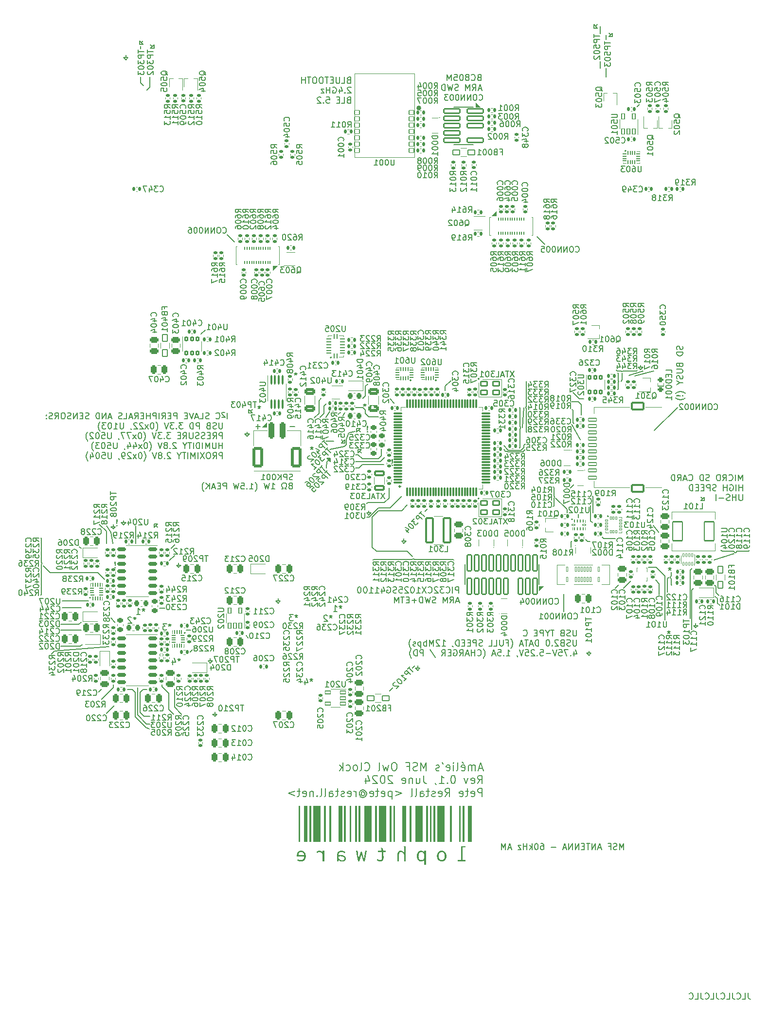
<source format=gbo>
G04 #@! TF.GenerationSoftware,KiCad,Pcbnew,7.0.11-2.fc39*
G04 #@! TF.CreationDate,2024-06-12T21:06:18+01:00*
G04 #@! TF.ProjectId,msf-owl-clock,6d73662d-6f77-46c2-9d63-6c6f636b2e6b,0.1*
G04 #@! TF.SameCoordinates,Original*
G04 #@! TF.FileFunction,Legend,Bot*
G04 #@! TF.FilePolarity,Positive*
%FSLAX46Y46*%
G04 Gerber Fmt 4.6, Leading zero omitted, Abs format (unit mm)*
G04 Created by KiCad (PCBNEW 7.0.11-2.fc39) date 2024-06-12 21:06:18*
%MOMM*%
%LPD*%
G01*
G04 APERTURE LIST*
G04 Aperture macros list*
%AMRoundRect*
0 Rectangle with rounded corners*
0 $1 Rounding radius*
0 $2 $3 $4 $5 $6 $7 $8 $9 X,Y pos of 4 corners*
0 Add a 4 corners polygon primitive as box body*
4,1,4,$2,$3,$4,$5,$6,$7,$8,$9,$2,$3,0*
0 Add four circle primitives for the rounded corners*
1,1,$1+$1,$2,$3*
1,1,$1+$1,$4,$5*
1,1,$1+$1,$6,$7*
1,1,$1+$1,$8,$9*
0 Add four rect primitives between the rounded corners*
20,1,$1+$1,$2,$3,$4,$5,0*
20,1,$1+$1,$4,$5,$6,$7,0*
20,1,$1+$1,$6,$7,$8,$9,0*
20,1,$1+$1,$8,$9,$2,$3,0*%
%AMOutline5P*
0 Free polygon, 5 corners , with rotation*
0 The origin of the aperture is its center*
0 number of corners: always 5*
0 $1 to $10 corner X, Y*
0 $11 Rotation angle, in degrees counterclockwise*
0 create outline with 5 corners*
4,1,5,$1,$2,$3,$4,$5,$6,$7,$8,$9,$10,$1,$2,$11*%
%AMOutline6P*
0 Free polygon, 6 corners , with rotation*
0 The origin of the aperture is its center*
0 number of corners: always 6*
0 $1 to $12 corner X, Y*
0 $13 Rotation angle, in degrees counterclockwise*
0 create outline with 6 corners*
4,1,6,$1,$2,$3,$4,$5,$6,$7,$8,$9,$10,$11,$12,$1,$2,$13*%
%AMOutline7P*
0 Free polygon, 7 corners , with rotation*
0 The origin of the aperture is its center*
0 number of corners: always 7*
0 $1 to $14 corner X, Y*
0 $15 Rotation angle, in degrees counterclockwise*
0 create outline with 7 corners*
4,1,7,$1,$2,$3,$4,$5,$6,$7,$8,$9,$10,$11,$12,$13,$14,$1,$2,$15*%
%AMOutline8P*
0 Free polygon, 8 corners , with rotation*
0 The origin of the aperture is its center*
0 number of corners: always 8*
0 $1 to $16 corner X, Y*
0 $17 Rotation angle, in degrees counterclockwise*
0 create outline with 8 corners*
4,1,8,$1,$2,$3,$4,$5,$6,$7,$8,$9,$10,$11,$12,$13,$14,$15,$16,$1,$2,$17*%
G04 Aperture macros list end*
%ADD10C,0.000000*%
%ADD11C,0.153000*%
%ADD12C,0.150000*%
%ADD13C,0.200000*%
%ADD14C,0.120000*%
%ADD15C,0.210000*%
%ADD16C,0.110000*%
%ADD17C,0.160000*%
%ADD18C,0.410000*%
%ADD19C,0.260000*%
%ADD20C,1.448000*%
%ADD21C,0.800000*%
%ADD22O,3.750000X1.250000*%
%ADD23C,1.200000*%
%ADD24C,0.500000*%
%ADD25O,3.600000X15.600000*%
%ADD26RoundRect,0.150000X-0.200000X0.300000X-0.200000X-0.300000X0.200000X-0.300000X0.200000X0.300000X0*%
%ADD27RoundRect,0.140000X-0.140000X-0.170000X0.140000X-0.170000X0.140000X0.170000X-0.140000X0.170000X0*%
%ADD28RoundRect,0.050000X0.065000X0.200000X-0.065000X0.200000X-0.065000X-0.200000X0.065000X-0.200000X0*%
%ADD29Outline5P,-0.350000X0.195000X-0.220000X0.325000X0.350000X0.325000X0.350000X-0.325000X-0.350000X-0.325000X180.000000*%
%ADD30Outline5P,-0.350000X0.325000X0.350000X0.325000X0.350000X-0.325000X-0.220000X-0.325000X-0.350000X-0.195000X180.000000*%
%ADD31Outline5P,-0.350000X0.325000X0.220000X0.325000X0.350000X0.195000X0.350000X-0.325000X-0.350000X-0.325000X180.000000*%
%ADD32Outline5P,-0.350000X0.325000X0.350000X0.325000X0.350000X-0.195000X0.220000X-0.325000X-0.350000X-0.325000X180.000000*%
%ADD33RoundRect,0.140000X0.140000X0.170000X-0.140000X0.170000X-0.140000X-0.170000X0.140000X-0.170000X0*%
%ADD34RoundRect,0.225000X0.225000X0.250000X-0.225000X0.250000X-0.225000X-0.250000X0.225000X-0.250000X0*%
%ADD35RoundRect,0.135000X-0.185000X0.135000X-0.185000X-0.135000X0.185000X-0.135000X0.185000X0.135000X0*%
%ADD36RoundRect,0.140000X-0.170000X0.140000X-0.170000X-0.140000X0.170000X-0.140000X0.170000X0.140000X0*%
%ADD37RoundRect,0.135000X-0.135000X-0.185000X0.135000X-0.185000X0.135000X0.185000X-0.135000X0.185000X0*%
%ADD38RoundRect,0.135000X0.135000X0.185000X-0.135000X0.185000X-0.135000X-0.185000X0.135000X-0.185000X0*%
%ADD39RoundRect,0.140000X0.170000X-0.140000X0.170000X0.140000X-0.170000X0.140000X-0.170000X-0.140000X0*%
%ADD40RoundRect,0.062500X-0.062500X-0.350000X0.062500X-0.350000X0.062500X0.350000X-0.062500X0.350000X0*%
%ADD41RoundRect,0.062500X-0.350000X-0.062500X0.350000X-0.062500X0.350000X0.062500X-0.350000X0.062500X0*%
%ADD42R,1.000000X2.000000*%
%ADD43RoundRect,0.100000X-0.100000X0.712500X-0.100000X-0.712500X0.100000X-0.712500X0.100000X0.712500X0*%
%ADD44RoundRect,0.225000X0.250000X-0.225000X0.250000X0.225000X-0.250000X0.225000X-0.250000X-0.225000X0*%
%ADD45R,0.250000X0.625000*%
%ADD46R,0.450000X0.700000*%
%ADD47R,0.450000X0.625000*%
%ADD48RoundRect,0.135000X0.185000X-0.135000X0.185000X0.135000X-0.185000X0.135000X-0.185000X-0.135000X0*%
%ADD49RoundRect,0.250000X0.250000X0.475000X-0.250000X0.475000X-0.250000X-0.475000X0.250000X-0.475000X0*%
%ADD50RoundRect,0.250000X0.475000X-0.250000X0.475000X0.250000X-0.475000X0.250000X-0.475000X-0.250000X0*%
%ADD51RoundRect,0.250000X-0.475000X0.250000X-0.475000X-0.250000X0.475000X-0.250000X0.475000X0.250000X0*%
%ADD52R,0.600000X0.450000*%
%ADD53RoundRect,0.250000X-0.250000X-0.475000X0.250000X-0.475000X0.250000X0.475000X-0.250000X0.475000X0*%
%ADD54RoundRect,0.150000X-0.550000X-0.400000X0.550000X-0.400000X0.550000X0.400000X-0.550000X0.400000X0*%
%ADD55R,0.700000X0.450000*%
%ADD56RoundRect,0.150000X0.625000X0.150000X-0.625000X0.150000X-0.625000X-0.150000X0.625000X-0.150000X0*%
%ADD57RoundRect,0.150000X0.750000X-0.350000X0.750000X0.350000X-0.750000X0.350000X-0.750000X-0.350000X0*%
%ADD58R,0.600000X0.420000*%
%ADD59R,0.650000X0.400000*%
%ADD60RoundRect,0.050000X0.250000X-0.500000X0.250000X0.500000X-0.250000X0.500000X-0.250000X-0.500000X0*%
%ADD61RoundRect,0.050000X-0.075000X0.225000X-0.075000X-0.225000X0.075000X-0.225000X0.075000X0.225000X0*%
%ADD62RoundRect,0.050000X-0.050000X0.225000X-0.050000X-0.225000X0.050000X-0.225000X0.050000X0.225000X0*%
%ADD63RoundRect,0.050000X-0.250000X0.100000X-0.250000X-0.100000X0.250000X-0.100000X0.250000X0.100000X0*%
%ADD64RoundRect,0.250000X0.650000X-0.325000X0.650000X0.325000X-0.650000X0.325000X-0.650000X-0.325000X0*%
%ADD65C,0.300000*%
%ADD66RoundRect,0.050000X0.050000X-0.300000X0.050000X0.300000X-0.050000X0.300000X-0.050000X-0.300000X0*%
%ADD67RoundRect,0.050000X0.050000X-0.250000X0.050000X0.250000X-0.050000X0.250000X-0.050000X-0.250000X0*%
%ADD68RoundRect,0.050000X0.250000X-0.050000X0.250000X0.050000X-0.250000X0.050000X-0.250000X-0.050000X0*%
%ADD69C,1.400000*%
%ADD70RoundRect,0.050000X-0.700000X0.250000X-0.700000X-0.250000X0.700000X-0.250000X0.700000X0.250000X0*%
%ADD71RoundRect,0.150000X-1.020000X0.600000X-1.020000X-0.600000X1.020000X-0.600000X1.020000X0.600000X0*%
%ADD72R,0.625000X0.250000*%
%ADD73R,0.625000X0.450000*%
%ADD74RoundRect,0.050000X-0.100000X0.240000X-0.100000X-0.240000X0.100000X-0.240000X0.100000X0.240000X0*%
%ADD75RoundRect,0.050000X-0.240000X0.100000X-0.240000X-0.100000X0.240000X-0.100000X0.240000X0.100000X0*%
%ADD76R,1.450000X1.450000*%
%ADD77RoundRect,0.050000X0.100000X-0.285000X0.100000X0.285000X-0.100000X0.285000X-0.100000X-0.285000X0*%
%ADD78RoundRect,0.102000X0.370000X1.395000X-0.370000X1.395000X-0.370000X-1.395000X0.370000X-1.395000X0*%
%ADD79R,0.600000X0.250000*%
%ADD80R,0.900000X0.250000*%
%ADD81Outline5P,-0.175000X0.375000X0.175000X0.375000X0.175000X-0.228000X0.028000X-0.375000X-0.175000X-0.375000X0.000000*%
%ADD82R,0.250000X0.700000*%
%ADD83R,0.350000X0.750000*%
%ADD84RoundRect,0.100000X-0.400000X0.600000X-0.400000X-0.600000X0.400000X-0.600000X0.400000X0.600000X0*%
%ADD85RoundRect,0.050000X-0.065000X-0.200000X0.065000X-0.200000X0.065000X0.200000X-0.065000X0.200000X0*%
%ADD86Outline5P,-0.350000X0.195000X-0.220000X0.325000X0.350000X0.325000X0.350000X-0.325000X-0.350000X-0.325000X0.000000*%
%ADD87Outline5P,-0.350000X0.325000X0.350000X0.325000X0.350000X-0.325000X-0.220000X-0.325000X-0.350000X-0.195000X0.000000*%
%ADD88Outline5P,-0.350000X0.325000X0.220000X0.325000X0.350000X0.195000X0.350000X-0.325000X-0.350000X-0.325000X0.000000*%
%ADD89Outline5P,-0.350000X0.325000X0.350000X0.325000X0.350000X-0.195000X0.220000X-0.325000X-0.350000X-0.325000X0.000000*%
%ADD90RoundRect,0.225000X-0.250000X0.225000X-0.250000X-0.225000X0.250000X-0.225000X0.250000X0.225000X0*%
%ADD91RoundRect,0.050000X0.425000X0.350000X-0.425000X0.350000X-0.425000X-0.350000X0.425000X-0.350000X0*%
%ADD92RoundRect,0.225000X-0.225000X-0.250000X0.225000X-0.250000X0.225000X0.250000X-0.225000X0.250000X0*%
%ADD93RoundRect,0.100000X0.825000X1.650000X-0.825000X1.650000X-0.825000X-1.650000X0.825000X-1.650000X0*%
%ADD94RoundRect,0.050000X-0.050000X0.300000X-0.050000X-0.300000X0.050000X-0.300000X0.050000X0.300000X0*%
%ADD95RoundRect,0.050000X-0.050000X0.250000X-0.050000X-0.250000X0.050000X-0.250000X0.050000X0.250000X0*%
%ADD96RoundRect,0.050000X-0.250000X0.050000X-0.250000X-0.050000X0.250000X-0.050000X0.250000X0.050000X0*%
%ADD97RoundRect,0.150000X-0.600000X-2.100000X0.600000X-2.100000X0.600000X2.100000X-0.600000X2.100000X0*%
%ADD98R,0.450000X0.600000*%
%ADD99RoundRect,0.250000X-0.250000X-1.200000X0.250000X-1.200000X0.250000X1.200000X-0.250000X1.200000X0*%
%ADD100RoundRect,0.250000X-0.650000X-1.550000X0.650000X-1.550000X0.650000X1.550000X-0.650000X1.550000X0*%
%ADD101RoundRect,0.075000X-0.662500X-0.075000X0.662500X-0.075000X0.662500X0.075000X-0.662500X0.075000X0*%
%ADD102RoundRect,0.075000X-0.075000X-0.662500X0.075000X-0.662500X0.075000X0.662500X-0.075000X0.662500X0*%
%ADD103RoundRect,0.050000X-0.300000X-0.050000X0.300000X-0.050000X0.300000X0.050000X-0.300000X0.050000X0*%
%ADD104RoundRect,0.050000X-0.250000X-0.050000X0.250000X-0.050000X0.250000X0.050000X-0.250000X0.050000X0*%
%ADD105RoundRect,0.050000X-0.050000X-0.250000X0.050000X-0.250000X0.050000X0.250000X-0.050000X0.250000X0*%
%ADD106RoundRect,0.050000X0.300000X0.050000X-0.300000X0.050000X-0.300000X-0.050000X0.300000X-0.050000X0*%
%ADD107RoundRect,0.050000X0.250000X0.050000X-0.250000X0.050000X-0.250000X-0.050000X0.250000X-0.050000X0*%
%ADD108RoundRect,0.050000X0.050000X0.250000X-0.050000X0.250000X-0.050000X-0.250000X0.050000X-0.250000X0*%
%ADD109RoundRect,0.050000X0.500000X0.250000X-0.500000X0.250000X-0.500000X-0.250000X0.500000X-0.250000X0*%
%ADD110RoundRect,0.200000X0.275000X-0.200000X0.275000X0.200000X-0.275000X0.200000X-0.275000X-0.200000X0*%
%ADD111RoundRect,0.100000X0.400000X-0.600000X0.400000X0.600000X-0.400000X0.600000X-0.400000X-0.600000X0*%
%ADD112C,0.520000*%
%ADD113O,0.720000X0.520000*%
%ADD114RoundRect,0.050000X-0.100000X-0.385000X0.100000X-0.385000X0.100000X0.385000X-0.100000X0.385000X0*%
%ADD115O,1.350000X1.100000*%
%ADD116RoundRect,0.100000X-0.600000X-0.400000X0.600000X-0.400000X0.600000X0.400000X-0.600000X0.400000X0*%
%ADD117RoundRect,0.102000X-1.395000X0.370000X-1.395000X-0.370000X1.395000X-0.370000X1.395000X0.370000X0*%
%ADD118RoundRect,0.100000X0.600000X0.400000X-0.600000X0.400000X-0.600000X-0.400000X0.600000X-0.400000X0*%
G04 APERTURE END LIST*
D10*
G36*
X85379097Y-168500000D02*
G01*
X85061600Y-168500000D01*
X85061600Y-162255860D01*
X85379097Y-162255860D01*
X85379097Y-168500000D01*
G37*
G36*
X86649094Y-168500000D02*
G01*
X86014095Y-168500000D01*
X86014095Y-162255860D01*
X86649094Y-162255860D01*
X86649094Y-168500000D01*
G37*
G36*
X87284092Y-168500000D02*
G01*
X86966595Y-168500000D01*
X86966595Y-162255860D01*
X87284092Y-162255860D01*
X87284092Y-168500000D01*
G37*
G36*
X88871586Y-168500000D02*
G01*
X87601589Y-168500000D01*
X87601589Y-162255860D01*
X88871586Y-162255860D01*
X88871586Y-168500000D01*
G37*
G36*
X89824081Y-168500000D02*
G01*
X89506584Y-168500000D01*
X89506584Y-162255860D01*
X89824081Y-162255860D01*
X89824081Y-168500000D01*
G37*
G36*
X90776577Y-168500000D02*
G01*
X90459080Y-168500000D01*
X90459080Y-162255860D01*
X90776577Y-162255860D01*
X90776577Y-168500000D01*
G37*
G36*
X106651526Y-168500000D02*
G01*
X105381529Y-168500000D01*
X105381529Y-162255860D01*
X106651526Y-162255860D01*
X106651526Y-168500000D01*
G37*
G36*
X107604023Y-168500000D02*
G01*
X107286523Y-168500000D01*
X107286523Y-162255860D01*
X107604023Y-162255860D01*
X107604023Y-168500000D01*
G37*
G36*
X108239021Y-168500000D02*
G01*
X107921522Y-168500000D01*
X107921522Y-162255860D01*
X108239021Y-162255860D01*
X108239021Y-168500000D01*
G37*
G36*
X108874019Y-168500000D02*
G01*
X108556520Y-168500000D01*
X108556520Y-162255860D01*
X108874019Y-162255860D01*
X108874019Y-168500000D01*
G37*
G36*
X110461515Y-168500000D02*
G01*
X109191518Y-168500000D01*
X109191518Y-162255860D01*
X110461515Y-162255860D01*
X110461515Y-168500000D01*
G37*
G36*
X111731511Y-168500000D02*
G01*
X111414012Y-168500000D01*
X111414012Y-162255860D01*
X111731511Y-162255860D01*
X111731511Y-168500000D01*
G37*
G36*
X113319005Y-168500000D02*
G01*
X113001506Y-168500000D01*
X113001506Y-162255860D01*
X113319005Y-162255860D01*
X113319005Y-168500000D01*
G37*
G36*
X113954004Y-168500000D02*
G01*
X113636504Y-168500000D01*
X113636504Y-162255860D01*
X113954004Y-162255860D01*
X113954004Y-168500000D01*
G37*
G36*
X115224000Y-168500000D02*
G01*
X114589002Y-168500000D01*
X114589002Y-162255860D01*
X115224000Y-162255860D01*
X115224000Y-168500000D01*
G37*
G36*
X92681572Y-168500008D02*
G01*
X92046574Y-168500008D01*
X92046574Y-162255868D01*
X92681572Y-162255868D01*
X92681572Y-168500008D01*
G37*
G36*
X93316570Y-168500008D02*
G01*
X92999073Y-168500008D01*
X92999073Y-162255868D01*
X93316570Y-162255868D01*
X93316570Y-168500008D01*
G37*
G36*
X94269066Y-168500008D02*
G01*
X93951569Y-168500008D01*
X93951569Y-162255868D01*
X94269066Y-162255868D01*
X94269066Y-168500008D01*
G37*
G36*
X95221561Y-168500008D02*
G01*
X94904064Y-168500008D01*
X94904064Y-162255868D01*
X95221561Y-162255868D01*
X95221561Y-168500008D01*
G37*
G36*
X95856560Y-168500008D02*
G01*
X95539063Y-168500008D01*
X95539063Y-162255868D01*
X95856560Y-162255868D01*
X95856560Y-168500008D01*
G37*
G36*
X97761555Y-168500008D02*
G01*
X96491558Y-168500008D01*
X96491558Y-162255868D01*
X97761555Y-162255868D01*
X97761555Y-168500008D01*
G37*
G36*
X98714050Y-168500008D02*
G01*
X98396553Y-168500008D01*
X98396553Y-162255868D01*
X98714050Y-162255868D01*
X98714050Y-168500008D01*
G37*
G36*
X100301544Y-168500008D02*
G01*
X99031548Y-168500008D01*
X99031548Y-162255868D01*
X100301544Y-162255868D01*
X100301544Y-168500008D01*
G37*
G36*
X101254040Y-168500008D02*
G01*
X100936543Y-168500008D01*
X100936543Y-162255868D01*
X101254040Y-162255868D01*
X101254040Y-168500008D01*
G37*
G36*
X101889038Y-168500008D02*
G01*
X101571541Y-168500008D01*
X101571541Y-162255868D01*
X101889038Y-162255868D01*
X101889038Y-168500008D01*
G37*
G36*
X103794033Y-168500008D02*
G01*
X103159035Y-168500008D01*
X103159035Y-162255868D01*
X103794033Y-162255868D01*
X103794033Y-168500008D01*
G37*
G36*
X104746531Y-168500008D02*
G01*
X104429031Y-168500008D01*
X104429031Y-162255868D01*
X104746531Y-162255868D01*
X104746531Y-168500008D01*
G37*
G36*
X88691670Y-170034622D02*
G01*
X88714077Y-170034994D01*
X88736318Y-170036110D01*
X88758395Y-170037969D01*
X88780305Y-170040572D01*
X88802051Y-170043919D01*
X88823631Y-170048009D01*
X88845046Y-170052843D01*
X88866295Y-170058421D01*
X88887379Y-170064743D01*
X88908297Y-170071809D01*
X88929050Y-170079618D01*
X88949638Y-170088171D01*
X88970060Y-170097468D01*
X88990317Y-170107509D01*
X89010409Y-170118293D01*
X89030335Y-170129822D01*
X89049848Y-170143298D01*
X89068700Y-170157271D01*
X89086890Y-170171739D01*
X89104419Y-170186704D01*
X89121286Y-170202166D01*
X89137492Y-170218124D01*
X89153036Y-170234578D01*
X89167919Y-170251528D01*
X89182140Y-170268974D01*
X89195700Y-170286917D01*
X89208598Y-170305355D01*
X89220835Y-170324290D01*
X89232411Y-170343721D01*
X89243325Y-170363648D01*
X89253577Y-170384072D01*
X89263168Y-170404991D01*
X89252590Y-170076904D01*
X89548924Y-170076904D01*
X89548924Y-171876022D01*
X89263172Y-171876022D01*
X89263172Y-170923523D01*
X89262841Y-170897312D01*
X89261849Y-170871598D01*
X89260195Y-170846379D01*
X89257880Y-170821657D01*
X89254903Y-170797431D01*
X89251265Y-170773702D01*
X89246965Y-170750468D01*
X89242004Y-170727730D01*
X89236381Y-170705489D01*
X89230097Y-170683744D01*
X89223151Y-170662495D01*
X89215544Y-170641742D01*
X89207276Y-170621485D01*
X89198346Y-170601724D01*
X89188754Y-170582459D01*
X89178501Y-170563690D01*
X89169034Y-170545500D01*
X89159154Y-170527971D01*
X89148860Y-170511104D01*
X89138152Y-170494898D01*
X89127031Y-170479354D01*
X89115497Y-170464471D01*
X89103550Y-170450249D01*
X89091189Y-170436689D01*
X89078414Y-170423790D01*
X89065226Y-170411553D01*
X89051625Y-170399977D01*
X89037610Y-170389063D01*
X89023182Y-170378810D01*
X89008340Y-170369219D01*
X88993085Y-170360289D01*
X88977417Y-170352020D01*
X88961501Y-170343047D01*
X88945502Y-170334653D01*
X88929420Y-170326838D01*
X88913256Y-170319602D01*
X88897009Y-170312944D01*
X88880679Y-170306866D01*
X88864267Y-170301367D01*
X88847772Y-170296446D01*
X88831194Y-170292105D01*
X88814534Y-170288342D01*
X88797790Y-170285159D01*
X88780965Y-170282554D01*
X88764056Y-170280528D01*
X88747065Y-170279081D01*
X88729990Y-170278213D01*
X88712833Y-170277923D01*
X88695801Y-170278171D01*
X88679098Y-170278915D01*
X88662727Y-170280155D01*
X88646687Y-170281892D01*
X88630977Y-170284124D01*
X88615598Y-170286852D01*
X88600550Y-170290077D01*
X88585832Y-170293797D01*
X88571446Y-170298014D01*
X88557390Y-170302727D01*
X88543664Y-170307936D01*
X88530270Y-170313641D01*
X88517206Y-170319842D01*
X88504473Y-170326539D01*
X88492071Y-170333733D01*
X88480000Y-170341423D01*
X88473510Y-170345386D01*
X88467268Y-170349349D01*
X88461274Y-170353314D01*
X88455528Y-170357279D01*
X88450030Y-170361244D01*
X88444780Y-170365211D01*
X88439778Y-170369178D01*
X88435024Y-170373147D01*
X88430518Y-170377116D01*
X88426260Y-170381086D01*
X88422250Y-170385056D01*
X88418487Y-170389028D01*
X88414973Y-170393000D01*
X88411707Y-170396973D01*
X88408689Y-170400947D01*
X88405918Y-170404922D01*
X88403270Y-170410553D01*
X88400623Y-170416843D01*
X88397976Y-170423791D01*
X88395330Y-170431399D01*
X88392683Y-170439666D01*
X88390037Y-170448592D01*
X88387392Y-170458177D01*
X88384747Y-170468422D01*
X88352997Y-170489624D01*
X88342419Y-170447326D01*
X88215420Y-170235657D01*
X88239605Y-170211307D01*
X88264534Y-170188528D01*
X88290207Y-170167320D01*
X88316624Y-170147683D01*
X88343786Y-170129617D01*
X88371691Y-170113122D01*
X88400340Y-170098199D01*
X88429734Y-170084846D01*
X88459871Y-170073064D01*
X88490753Y-170062853D01*
X88522379Y-170054213D01*
X88554749Y-170047144D01*
X88587863Y-170041646D01*
X88621721Y-170037718D01*
X88656323Y-170035362D01*
X88691670Y-170034577D01*
X88691670Y-170034622D01*
G37*
G36*
X114123336Y-169484253D02*
G01*
X113615339Y-169484253D01*
X113615339Y-171643242D01*
X114155086Y-171643242D01*
X114155086Y-171876083D01*
X112800424Y-171876083D01*
X112800424Y-171643242D01*
X113329589Y-171643242D01*
X113329589Y-169262001D01*
X114123336Y-169262001D01*
X114123336Y-169484253D01*
G37*
G36*
X95369724Y-170140419D02*
G01*
X95370220Y-170186227D01*
X95371709Y-170233687D01*
X95374189Y-170282801D01*
X95377661Y-170333567D01*
X95382126Y-170385988D01*
X95387583Y-170440061D01*
X95394032Y-170495788D01*
X95401474Y-170553169D01*
X95418011Y-170700677D01*
X95446454Y-170910361D01*
X95486804Y-171182219D01*
X95539059Y-171516250D01*
X95920059Y-170246262D01*
X96089394Y-170246262D01*
X96396309Y-171526840D01*
X96692642Y-170076920D01*
X96936058Y-170076920D01*
X96576222Y-171876091D01*
X96322220Y-171876091D01*
X96004723Y-170711921D01*
X95676640Y-171876091D01*
X95401474Y-171876091D01*
X95315484Y-171430267D01*
X95237432Y-170981798D01*
X95167317Y-170530682D01*
X95105141Y-170076920D01*
X95369724Y-170076920D01*
X95369724Y-170140419D01*
G37*
G36*
X103698778Y-171876236D02*
G01*
X103423613Y-171876236D01*
X103423613Y-170839065D01*
X103423282Y-170819345D01*
X103422290Y-170799873D01*
X103420636Y-170780649D01*
X103418321Y-170761673D01*
X103415344Y-170742945D01*
X103411706Y-170724466D01*
X103407406Y-170706234D01*
X103402445Y-170688250D01*
X103396823Y-170670515D01*
X103390539Y-170653027D01*
X103383593Y-170635788D01*
X103375986Y-170618797D01*
X103367718Y-170602054D01*
X103358788Y-170585559D01*
X103349196Y-170569312D01*
X103338944Y-170553314D01*
X103329477Y-170536406D01*
X103319597Y-170520076D01*
X103309303Y-170504326D01*
X103298596Y-170489154D01*
X103287475Y-170474561D01*
X103275941Y-170460547D01*
X103263993Y-170447111D01*
X103251633Y-170434254D01*
X103238858Y-170421976D01*
X103225670Y-170410277D01*
X103212069Y-170399156D01*
X103198054Y-170388614D01*
X103183626Y-170378651D01*
X103168785Y-170369267D01*
X103153530Y-170360461D01*
X103137861Y-170352234D01*
X103123268Y-170343260D01*
X103108592Y-170334866D01*
X103093833Y-170327051D01*
X103078991Y-170319815D01*
X103064067Y-170313158D01*
X103049060Y-170307080D01*
X103033971Y-170301580D01*
X103018798Y-170296660D01*
X103003544Y-170292319D01*
X102988206Y-170288556D01*
X102972786Y-170285372D01*
X102957283Y-170282768D01*
X102941698Y-170280742D01*
X102926030Y-170279295D01*
X102910279Y-170278426D01*
X102894445Y-170278137D01*
X102876131Y-170278633D01*
X102858231Y-170280121D01*
X102840743Y-170282602D01*
X102823670Y-170286075D01*
X102807009Y-170290540D01*
X102790762Y-170295997D01*
X102774928Y-170302446D01*
X102759508Y-170309888D01*
X102744501Y-170318321D01*
X102729908Y-170327747D01*
X102715728Y-170338165D01*
X102701962Y-170349575D01*
X102688608Y-170361977D01*
X102675669Y-170375371D01*
X102663143Y-170389757D01*
X102651030Y-170405136D01*
X102639496Y-170420307D01*
X102628706Y-170436719D01*
X102618660Y-170454370D01*
X102609358Y-170473263D01*
X102600801Y-170493395D01*
X102592987Y-170514768D01*
X102585918Y-170537381D01*
X102579593Y-170561234D01*
X102574012Y-170586328D01*
X102569175Y-170612662D01*
X102565082Y-170640236D01*
X102561734Y-170669051D01*
X102559129Y-170699106D01*
X102557269Y-170730402D01*
X102556153Y-170762938D01*
X102555780Y-170796714D01*
X102555780Y-171876213D01*
X102280615Y-171876213D01*
X102280615Y-170786132D01*
X102281194Y-170738010D01*
X102282930Y-170691542D01*
X102285824Y-170646727D01*
X102289875Y-170603566D01*
X102295084Y-170562059D01*
X102301451Y-170522206D01*
X102308975Y-170484007D01*
X102317657Y-170447461D01*
X102327496Y-170412569D01*
X102338493Y-170379331D01*
X102350647Y-170347746D01*
X102363959Y-170317816D01*
X102378428Y-170289539D01*
X102394055Y-170262916D01*
X102410840Y-170237946D01*
X102428782Y-170214630D01*
X102447716Y-170192844D01*
X102467477Y-170172463D01*
X102488065Y-170153488D01*
X102509480Y-170135918D01*
X102531721Y-170119754D01*
X102554790Y-170104995D01*
X102578685Y-170091642D01*
X102603407Y-170079694D01*
X102628956Y-170069152D01*
X102655331Y-170060015D01*
X102682534Y-170052284D01*
X102710563Y-170045959D01*
X102739419Y-170041039D01*
X102769102Y-170037525D01*
X102799612Y-170035417D01*
X102830948Y-170034714D01*
X102852073Y-170035086D01*
X102873116Y-170036201D01*
X102894075Y-170038061D01*
X102914953Y-170040663D01*
X102935747Y-170044010D01*
X102956459Y-170048101D01*
X102977088Y-170052935D01*
X102997634Y-170058513D01*
X103018098Y-170064835D01*
X103038479Y-170071900D01*
X103058777Y-170079709D01*
X103078993Y-170088263D01*
X103099126Y-170097560D01*
X103119176Y-170107600D01*
X103139144Y-170118385D01*
X103159029Y-170129913D01*
X103178666Y-170143348D01*
X103197890Y-170157197D01*
X103216700Y-170171458D01*
X103235097Y-170186134D01*
X103253080Y-170201223D01*
X103270650Y-170216725D01*
X103287807Y-170232641D01*
X103304550Y-170248971D01*
X103320880Y-170265714D01*
X103336796Y-170282871D01*
X103352299Y-170300441D01*
X103367389Y-170318424D01*
X103382065Y-170336821D01*
X103396328Y-170355632D01*
X103410177Y-170374855D01*
X103423613Y-170394493D01*
X103423613Y-169431412D01*
X103423447Y-169416032D01*
X103422951Y-169401643D01*
X103422125Y-169388245D01*
X103420968Y-169375837D01*
X103420265Y-169370005D01*
X103419480Y-169364421D01*
X103418612Y-169359084D01*
X103417661Y-169353995D01*
X103416628Y-169349153D01*
X103415512Y-169344559D01*
X103414314Y-169340212D01*
X103413033Y-169336113D01*
X103412909Y-169333434D01*
X103412536Y-169330670D01*
X103411916Y-169327824D01*
X103411048Y-169324893D01*
X103409932Y-169321880D01*
X103408568Y-169318782D01*
X103406955Y-169315602D01*
X103405095Y-169312337D01*
X103402987Y-169308989D01*
X103400630Y-169305557D01*
X103398026Y-169302042D01*
X103395173Y-169298443D01*
X103392073Y-169294761D01*
X103388724Y-169290994D01*
X103385127Y-169287144D01*
X103381283Y-169283211D01*
X103381283Y-169262009D01*
X103698782Y-169262009D01*
X103698778Y-171876236D01*
G37*
G36*
X110821346Y-170976494D02*
G01*
X110820891Y-171010642D01*
X110819527Y-171044294D01*
X110817253Y-171077451D01*
X110814070Y-171110111D01*
X110809977Y-171142274D01*
X110804975Y-171173942D01*
X110799063Y-171205114D01*
X110792242Y-171235789D01*
X110784511Y-171265968D01*
X110775871Y-171295651D01*
X110766321Y-171324839D01*
X110755862Y-171353529D01*
X110744493Y-171381724D01*
X110732214Y-171409423D01*
X110719026Y-171436626D01*
X110704929Y-171463333D01*
X110691411Y-171489418D01*
X110677313Y-171514759D01*
X110662637Y-171539357D01*
X110647382Y-171563210D01*
X110631549Y-171586319D01*
X110615136Y-171608684D01*
X110598145Y-171630305D01*
X110580575Y-171651182D01*
X110562426Y-171671315D01*
X110543699Y-171690704D01*
X110524392Y-171709348D01*
X110504507Y-171727249D01*
X110484043Y-171744406D01*
X110463001Y-171760819D01*
X110441380Y-171776487D01*
X110419180Y-171791412D01*
X110395161Y-171805510D01*
X110370728Y-171818698D01*
X110345882Y-171830977D01*
X110320623Y-171842345D01*
X110294950Y-171852805D01*
X110268864Y-171862355D01*
X110242365Y-171870995D01*
X110215452Y-171878726D01*
X110188125Y-171885547D01*
X110160386Y-171891458D01*
X110132232Y-171896461D01*
X110103666Y-171900553D01*
X110074686Y-171903736D01*
X110045292Y-171906010D01*
X110015486Y-171907374D01*
X109985265Y-171907829D01*
X109955086Y-171907374D01*
X109925404Y-171906010D01*
X109896217Y-171903736D01*
X109867526Y-171900553D01*
X109839331Y-171896461D01*
X109811633Y-171891458D01*
X109784430Y-171885547D01*
X109757724Y-171878726D01*
X109731514Y-171870995D01*
X109705800Y-171862355D01*
X109680582Y-171852805D01*
X109655860Y-171842345D01*
X109631634Y-171830977D01*
X109607904Y-171818698D01*
X109584671Y-171805510D01*
X109561933Y-171791412D01*
X109538452Y-171776487D01*
X109515631Y-171760819D01*
X109493473Y-171744406D01*
X109471975Y-171727249D01*
X109451140Y-171709348D01*
X109430965Y-171690704D01*
X109411452Y-171671315D01*
X109392601Y-171651182D01*
X109374411Y-171630305D01*
X109356882Y-171608684D01*
X109340015Y-171586319D01*
X109323810Y-171563210D01*
X109308265Y-171539357D01*
X109293383Y-171514759D01*
X109279161Y-171489418D01*
X109265602Y-171463333D01*
X109252786Y-171436626D01*
X109240797Y-171409423D01*
X109229635Y-171381724D01*
X109219300Y-171353529D01*
X109209792Y-171324839D01*
X109201110Y-171295651D01*
X109193255Y-171265968D01*
X109186227Y-171235789D01*
X109180026Y-171205114D01*
X109174652Y-171173942D01*
X109170104Y-171142274D01*
X109166383Y-171110111D01*
X109163489Y-171077451D01*
X109161422Y-171044294D01*
X109160182Y-171010642D01*
X109159769Y-170976494D01*
X109159896Y-170965957D01*
X109456102Y-170965957D01*
X109456350Y-170990969D01*
X109457094Y-171015732D01*
X109458334Y-171040248D01*
X109460071Y-171064515D01*
X109462303Y-171088535D01*
X109465031Y-171112306D01*
X109468256Y-171135830D01*
X109471977Y-171159105D01*
X109476193Y-171182132D01*
X109480906Y-171204912D01*
X109486115Y-171227443D01*
X109491820Y-171249726D01*
X109498021Y-171271762D01*
X109504719Y-171293549D01*
X109511912Y-171315088D01*
X109519601Y-171336380D01*
X109529027Y-171355929D01*
X109538783Y-171374900D01*
X109548870Y-171393293D01*
X109559288Y-171411108D01*
X109570036Y-171428345D01*
X109581115Y-171445003D01*
X109592525Y-171461084D01*
X109604266Y-171476586D01*
X109616338Y-171491510D01*
X109628740Y-171505856D01*
X109641473Y-171519623D01*
X109654537Y-171532813D01*
X109667931Y-171545424D01*
X109681657Y-171557457D01*
X109695713Y-171568912D01*
X109710100Y-171579788D01*
X109726057Y-171591316D01*
X109742180Y-171602101D01*
X109758468Y-171612142D01*
X109774922Y-171621439D01*
X109791541Y-171629992D01*
X109808325Y-171637801D01*
X109825275Y-171644867D01*
X109842390Y-171651189D01*
X109859671Y-171656766D01*
X109877117Y-171661601D01*
X109894728Y-171665691D01*
X109912505Y-171669038D01*
X109930447Y-171671641D01*
X109948554Y-171673500D01*
X109966827Y-171674616D01*
X109985265Y-171674987D01*
X109985269Y-171674987D01*
X110004947Y-171674616D01*
X110024295Y-171673500D01*
X110043312Y-171671641D01*
X110061998Y-171669038D01*
X110080353Y-171665691D01*
X110098378Y-171661601D01*
X110116072Y-171656766D01*
X110133435Y-171651189D01*
X110150467Y-171644867D01*
X110167169Y-171637801D01*
X110183540Y-171629992D01*
X110199580Y-171621439D01*
X110215290Y-171612142D01*
X110230669Y-171602101D01*
X110245717Y-171591316D01*
X110260435Y-171579788D01*
X110274822Y-171568917D01*
X110288878Y-171557467D01*
X110302603Y-171545438D01*
X110315998Y-171532830D01*
X110329061Y-171519643D01*
X110341794Y-171505877D01*
X110354197Y-171491533D01*
X110366268Y-171476609D01*
X110378009Y-171461106D01*
X110389419Y-171445025D01*
X110400498Y-171428364D01*
X110411247Y-171411125D01*
X110421664Y-171393307D01*
X110431751Y-171374910D01*
X110441508Y-171355934D01*
X110450933Y-171336380D01*
X110458623Y-171315088D01*
X110465816Y-171293549D01*
X110472513Y-171271762D01*
X110478714Y-171249726D01*
X110484419Y-171227443D01*
X110489628Y-171204912D01*
X110494341Y-171182132D01*
X110498558Y-171159105D01*
X110502279Y-171135830D01*
X110505503Y-171112306D01*
X110508231Y-171088535D01*
X110510464Y-171064515D01*
X110513440Y-171015732D01*
X110514433Y-170965957D01*
X110513854Y-170928047D01*
X110512117Y-170891047D01*
X110509224Y-170854956D01*
X110505172Y-170819775D01*
X110499963Y-170785503D01*
X110493597Y-170752141D01*
X110486072Y-170719688D01*
X110477391Y-170688145D01*
X110467552Y-170657512D01*
X110456555Y-170627788D01*
X110444401Y-170598973D01*
X110431089Y-170571069D01*
X110416619Y-170544073D01*
X110400992Y-170517987D01*
X110384208Y-170492811D01*
X110366266Y-170468544D01*
X110347415Y-170445476D01*
X110327902Y-170423896D01*
X110307728Y-170403804D01*
X110286892Y-170385201D01*
X110265395Y-170368086D01*
X110243236Y-170352459D01*
X110220416Y-170338320D01*
X110196934Y-170325670D01*
X110172791Y-170314508D01*
X110147986Y-170304834D01*
X110122520Y-170296649D01*
X110096392Y-170289951D01*
X110069603Y-170284743D01*
X110042153Y-170281022D01*
X110014041Y-170278789D01*
X109985267Y-170278045D01*
X109956494Y-170278789D01*
X109928382Y-170281022D01*
X109900932Y-170284743D01*
X109874143Y-170289951D01*
X109848015Y-170296649D01*
X109822549Y-170304834D01*
X109797744Y-170314508D01*
X109773601Y-170325670D01*
X109750120Y-170338320D01*
X109727299Y-170352459D01*
X109705141Y-170368086D01*
X109683643Y-170385201D01*
X109662808Y-170403804D01*
X109642633Y-170423896D01*
X109623120Y-170445476D01*
X109604269Y-170468544D01*
X109586327Y-170492812D01*
X109569542Y-170517990D01*
X109553915Y-170544077D01*
X109539446Y-170571073D01*
X109526134Y-170598978D01*
X109513980Y-170627793D01*
X109502983Y-170657517D01*
X109493144Y-170688151D01*
X109484462Y-170719694D01*
X109476938Y-170752146D01*
X109470571Y-170785508D01*
X109465362Y-170819779D01*
X109461311Y-170854959D01*
X109458417Y-170891049D01*
X109456681Y-170928049D01*
X109456102Y-170965957D01*
X109159896Y-170965957D01*
X109160182Y-170942346D01*
X109161422Y-170908695D01*
X109163489Y-170875540D01*
X109166383Y-170842881D01*
X109170104Y-170810718D01*
X109174652Y-170779051D01*
X109180026Y-170747880D01*
X109186227Y-170717205D01*
X109193255Y-170687026D01*
X109201110Y-170657343D01*
X109209792Y-170628156D01*
X109219300Y-170599465D01*
X109229635Y-170571270D01*
X109240797Y-170543571D01*
X109252786Y-170516369D01*
X109265602Y-170489662D01*
X109279161Y-170463577D01*
X109293383Y-170438235D01*
X109308265Y-170413638D01*
X109323810Y-170389785D01*
X109340015Y-170366676D01*
X109356882Y-170344311D01*
X109374411Y-170322690D01*
X109392601Y-170301813D01*
X109411452Y-170281680D01*
X109430965Y-170262291D01*
X109451140Y-170243647D01*
X109471975Y-170225746D01*
X109493473Y-170208589D01*
X109515631Y-170192176D01*
X109538452Y-170176508D01*
X109561933Y-170161583D01*
X109584671Y-170146205D01*
X109607904Y-170131818D01*
X109631634Y-170118424D01*
X109655860Y-170106022D01*
X109680582Y-170094612D01*
X109705800Y-170084194D01*
X109731514Y-170074769D01*
X109757724Y-170066335D01*
X109784430Y-170058893D01*
X109811633Y-170052444D01*
X109839331Y-170046987D01*
X109867526Y-170042522D01*
X109896217Y-170039049D01*
X109925404Y-170036569D01*
X109955086Y-170035080D01*
X109985265Y-170034584D01*
X110015486Y-170035080D01*
X110045292Y-170036569D01*
X110074686Y-170039049D01*
X110103666Y-170042522D01*
X110132232Y-170046987D01*
X110160386Y-170052444D01*
X110188125Y-170058893D01*
X110215452Y-170066335D01*
X110242365Y-170074769D01*
X110268864Y-170084194D01*
X110294950Y-170094612D01*
X110320623Y-170106022D01*
X110345882Y-170118424D01*
X110370728Y-170131818D01*
X110395161Y-170146205D01*
X110419180Y-170161583D01*
X110441380Y-170176508D01*
X110463001Y-170192176D01*
X110484043Y-170208589D01*
X110504507Y-170225746D01*
X110524392Y-170243647D01*
X110543699Y-170262291D01*
X110562426Y-170281680D01*
X110580575Y-170301813D01*
X110598145Y-170322690D01*
X110615136Y-170344311D01*
X110631549Y-170366676D01*
X110647382Y-170389785D01*
X110662637Y-170413638D01*
X110677313Y-170438235D01*
X110691411Y-170463577D01*
X110704929Y-170489662D01*
X110719026Y-170516369D01*
X110732214Y-170543571D01*
X110744493Y-170571270D01*
X110755862Y-170599465D01*
X110766321Y-170628156D01*
X110775871Y-170657343D01*
X110784511Y-170687026D01*
X110792242Y-170717205D01*
X110799063Y-170747880D01*
X110804975Y-170779051D01*
X110809977Y-170810718D01*
X110814070Y-170842881D01*
X110817253Y-170875540D01*
X110819527Y-170908695D01*
X110820891Y-170942346D01*
X110821206Y-170965957D01*
X110821346Y-170976494D01*
G37*
G36*
X99772385Y-169600662D02*
G01*
X99804134Y-170076904D01*
X100216885Y-170076904D01*
X100216885Y-170309768D01*
X99814720Y-170309768D01*
X99857052Y-170902427D01*
X99861680Y-170976502D01*
X99864986Y-171039998D01*
X99866969Y-171092915D01*
X99867465Y-171115406D01*
X99867630Y-171135254D01*
X99867134Y-171184698D01*
X99865646Y-171232488D01*
X99863165Y-171278625D01*
X99859693Y-171323108D01*
X99855228Y-171365938D01*
X99849771Y-171407114D01*
X99843322Y-171446636D01*
X99835881Y-171484504D01*
X99827447Y-171520719D01*
X99818022Y-171555280D01*
X99807604Y-171588188D01*
X99796194Y-171619442D01*
X99783791Y-171649042D01*
X99770397Y-171676988D01*
X99756010Y-171703281D01*
X99740631Y-171727920D01*
X99724095Y-171749707D01*
X99706235Y-171770087D01*
X99687053Y-171789063D01*
X99666548Y-171806633D01*
X99644720Y-171822797D01*
X99621569Y-171837556D01*
X99597095Y-171850909D01*
X99571298Y-171862857D01*
X99544179Y-171873399D01*
X99515736Y-171882535D01*
X99485970Y-171890266D01*
X99454882Y-171896591D01*
X99422471Y-171901511D01*
X99388736Y-171905025D01*
X99353679Y-171907134D01*
X99317299Y-171907837D01*
X99277860Y-171907051D01*
X99238916Y-171904694D01*
X99200469Y-171900767D01*
X99162518Y-171895268D01*
X99125063Y-171888199D01*
X99088104Y-171879558D01*
X99051641Y-171869346D01*
X99015674Y-171857564D01*
X98980203Y-171844210D01*
X98945228Y-171829285D01*
X98910750Y-171812790D01*
X98876768Y-171794724D01*
X98843281Y-171775086D01*
X98810291Y-171753878D01*
X98777798Y-171731099D01*
X98745800Y-171706749D01*
X98830467Y-171484611D01*
X98861721Y-171507607D01*
X98891984Y-171528946D01*
X98921253Y-171548628D01*
X98949531Y-171566655D01*
X98976817Y-171583025D01*
X99003110Y-171597739D01*
X99028411Y-171610797D01*
X99052719Y-171622200D01*
X99065989Y-171627322D01*
X99079342Y-171632113D01*
X99092778Y-171636574D01*
X99106296Y-171640705D01*
X99119897Y-171644505D01*
X99133581Y-171647975D01*
X99147348Y-171651114D01*
X99161197Y-171653923D01*
X99175129Y-171656401D01*
X99189143Y-171658549D01*
X99203241Y-171660366D01*
X99217421Y-171661853D01*
X99231683Y-171663010D01*
X99246029Y-171663836D01*
X99260457Y-171664332D01*
X99274967Y-171664497D01*
X99294481Y-171664084D01*
X99313332Y-171662843D01*
X99331523Y-171660776D01*
X99349051Y-171657882D01*
X99365919Y-171654162D01*
X99382124Y-171649614D01*
X99397669Y-171644240D01*
X99405193Y-171641243D01*
X99412551Y-171638039D01*
X99419745Y-171634629D01*
X99426773Y-171631012D01*
X99433635Y-171627188D01*
X99440333Y-171623157D01*
X99446865Y-171618920D01*
X99453231Y-171614476D01*
X99459432Y-171609825D01*
X99465468Y-171604968D01*
X99471338Y-171599904D01*
X99477043Y-171594634D01*
X99482583Y-171589156D01*
X99487957Y-171583472D01*
X99493166Y-171577582D01*
X99498210Y-171571484D01*
X99503088Y-171565180D01*
X99507801Y-171558670D01*
X99516772Y-171543332D01*
X99525164Y-171526422D01*
X99532978Y-171507942D01*
X99540212Y-171487891D01*
X99546868Y-171466269D01*
X99552945Y-171443076D01*
X99558443Y-171418312D01*
X99563363Y-171391977D01*
X99567703Y-171364071D01*
X99571465Y-171334595D01*
X99574648Y-171303547D01*
X99577253Y-171270929D01*
X99580725Y-171200980D01*
X99581883Y-171124748D01*
X99581222Y-171096306D01*
X99579238Y-171053313D01*
X99575933Y-170995767D01*
X99571304Y-170923668D01*
X99539555Y-170309837D01*
X98925724Y-170309837D01*
X98925724Y-170076996D01*
X99518391Y-170076996D01*
X99476059Y-169717163D01*
X99475976Y-169710633D01*
X99475728Y-169704267D01*
X99475315Y-169698066D01*
X99474736Y-169692030D01*
X99473991Y-169686160D01*
X99473082Y-169680454D01*
X99472007Y-169674913D01*
X99470766Y-169669537D01*
X99469360Y-169664326D01*
X99467789Y-169659279D01*
X99466052Y-169654398D01*
X99464150Y-169649681D01*
X99462082Y-169645129D01*
X99459850Y-169640742D01*
X99457451Y-169636519D01*
X99454887Y-169632462D01*
X99452077Y-169624535D01*
X99448936Y-169616606D01*
X99445464Y-169608673D01*
X99441660Y-169600738D01*
X99437526Y-169592799D01*
X99433061Y-169584857D01*
X99428265Y-169576911D01*
X99423138Y-169568962D01*
X99423138Y-169547760D01*
X99465469Y-169547760D01*
X99772385Y-169600662D01*
G37*
G36*
X93316574Y-171420982D02*
G01*
X93315913Y-171448433D01*
X93313928Y-171475223D01*
X93310621Y-171501351D01*
X93305991Y-171526817D01*
X93300038Y-171551622D01*
X93292762Y-171575766D01*
X93284164Y-171599248D01*
X93274242Y-171622068D01*
X93262997Y-171644227D01*
X93250430Y-171665725D01*
X93236540Y-171686561D01*
X93221326Y-171706736D01*
X93204790Y-171726250D01*
X93186931Y-171745102D01*
X93167749Y-171763293D01*
X93147244Y-171780822D01*
X93125581Y-171797483D01*
X93102926Y-171813068D01*
X93079279Y-171827578D01*
X93054639Y-171841014D01*
X93029008Y-171853375D01*
X93002384Y-171864661D01*
X92974768Y-171874872D01*
X92946160Y-171884008D01*
X92916560Y-171892069D01*
X92885967Y-171899056D01*
X92854382Y-171904968D01*
X92821805Y-171909805D01*
X92788236Y-171913566D01*
X92753675Y-171916254D01*
X92718121Y-171917866D01*
X92681576Y-171918403D01*
X92625848Y-171917163D01*
X92598853Y-171915613D01*
X92572436Y-171913442D01*
X92546598Y-171910652D01*
X92521338Y-171907241D01*
X92496658Y-171903210D01*
X92472556Y-171898559D01*
X92449033Y-171893288D01*
X92426089Y-171887397D01*
X92403723Y-171880886D01*
X92381936Y-171873755D01*
X92360729Y-171866003D01*
X92340099Y-171857632D01*
X92320049Y-171848640D01*
X92300577Y-171839028D01*
X92281684Y-171828796D01*
X92263370Y-171817944D01*
X92245635Y-171806472D01*
X92228478Y-171794380D01*
X92211901Y-171781668D01*
X92195902Y-171768335D01*
X92180481Y-171754383D01*
X92165640Y-171739810D01*
X92151377Y-171724617D01*
X92137694Y-171708805D01*
X92124589Y-171692372D01*
X92112062Y-171675319D01*
X92100115Y-171657646D01*
X92088746Y-171639353D01*
X92077956Y-171620439D01*
X92067745Y-171600906D01*
X92067745Y-171876083D01*
X91760822Y-171876083D01*
X91760822Y-171039993D01*
X92004238Y-171039993D01*
X92006181Y-171079101D01*
X92009364Y-171117052D01*
X92013787Y-171153845D01*
X92019451Y-171189481D01*
X92026355Y-171223960D01*
X92034499Y-171257281D01*
X92043884Y-171289445D01*
X92054508Y-171320451D01*
X92066373Y-171350300D01*
X92079479Y-171378992D01*
X92093824Y-171406526D01*
X92109410Y-171432902D01*
X92126236Y-171458121D01*
X92144302Y-171482182D01*
X92163608Y-171505086D01*
X92184155Y-171526832D01*
X92205817Y-171548618D01*
X92228472Y-171568999D01*
X92252119Y-171587974D01*
X92276758Y-171605543D01*
X92302389Y-171621707D01*
X92329013Y-171636465D01*
X92356628Y-171649818D01*
X92385236Y-171661765D01*
X92414836Y-171672306D01*
X92445429Y-171681442D01*
X92477013Y-171689172D01*
X92509590Y-171695497D01*
X92543159Y-171700416D01*
X92577720Y-171703930D01*
X92613273Y-171706038D01*
X92649818Y-171706741D01*
X92649822Y-171706703D01*
X92673263Y-171706413D01*
X92695959Y-171705545D01*
X92717912Y-171704098D01*
X92739120Y-171702073D01*
X92759584Y-171699468D01*
X92779303Y-171696285D01*
X92798279Y-171692523D01*
X92816511Y-171688182D01*
X92833998Y-171683262D01*
X92850741Y-171677764D01*
X92866740Y-171671687D01*
X92881995Y-171665031D01*
X92896506Y-171657796D01*
X92910272Y-171649983D01*
X92923295Y-171641591D01*
X92935573Y-171632620D01*
X92947107Y-171623070D01*
X92957897Y-171612941D01*
X92967943Y-171602234D01*
X92977245Y-171590948D01*
X92985803Y-171579083D01*
X92993616Y-171566639D01*
X93000685Y-171553617D01*
X93007010Y-171540015D01*
X93012591Y-171525835D01*
X93017428Y-171511077D01*
X93021521Y-171495739D01*
X93024870Y-171479823D01*
X93027474Y-171463328D01*
X93029335Y-171446254D01*
X93030451Y-171428601D01*
X93030823Y-171410370D01*
X93030161Y-171385642D01*
X93029334Y-171373589D01*
X93028177Y-171361742D01*
X93026689Y-171350103D01*
X93024870Y-171338670D01*
X93022720Y-171327444D01*
X93020239Y-171316425D01*
X93017428Y-171305613D01*
X93014286Y-171295008D01*
X93010813Y-171284609D01*
X93007010Y-171274418D01*
X93002876Y-171264434D01*
X92998411Y-171254656D01*
X92993615Y-171245085D01*
X92988489Y-171235721D01*
X92983032Y-171226564D01*
X92977244Y-171217614D01*
X92971125Y-171208871D01*
X92964676Y-171200335D01*
X92957896Y-171192005D01*
X92950785Y-171183883D01*
X92943344Y-171175967D01*
X92935572Y-171168258D01*
X92927469Y-171160756D01*
X92919035Y-171153461D01*
X92910271Y-171146373D01*
X92901176Y-171139492D01*
X92891750Y-171132818D01*
X92881994Y-171126350D01*
X92871906Y-171120090D01*
X92861488Y-171114036D01*
X92838544Y-171101219D01*
X92814690Y-171089229D01*
X92789927Y-171078065D01*
X92764254Y-171067729D01*
X92737671Y-171058220D01*
X92710179Y-171049537D01*
X92681778Y-171041682D01*
X92652467Y-171034653D01*
X92622247Y-171028452D01*
X92591117Y-171023077D01*
X92559078Y-171018529D01*
X92526129Y-171014808D01*
X92492271Y-171011914D01*
X92457503Y-171009847D01*
X92421826Y-171008607D01*
X92385239Y-171008194D01*
X92335298Y-171008690D01*
X92286020Y-171010181D01*
X92237403Y-171012665D01*
X92189447Y-171016143D01*
X92142153Y-171020614D01*
X92095520Y-171026080D01*
X92049548Y-171032539D01*
X92004238Y-171039993D01*
X91760822Y-171039993D01*
X91760822Y-170923584D01*
X91761608Y-170863846D01*
X91763964Y-170806340D01*
X91767892Y-170751067D01*
X91773390Y-170698026D01*
X91780459Y-170647218D01*
X91789100Y-170598642D01*
X91799311Y-170552298D01*
X91811093Y-170508187D01*
X91824447Y-170466308D01*
X91839371Y-170426662D01*
X91855866Y-170389248D01*
X91873932Y-170354066D01*
X91893569Y-170321117D01*
X91914777Y-170290400D01*
X91937556Y-170261916D01*
X91961907Y-170235665D01*
X91987745Y-170211315D01*
X92014989Y-170188536D01*
X92043638Y-170167328D01*
X92073693Y-170147691D01*
X92105154Y-170129625D01*
X92138020Y-170113130D01*
X92172292Y-170098206D01*
X92207969Y-170084853D01*
X92245052Y-170073071D01*
X92283540Y-170062860D01*
X92323434Y-170054220D01*
X92364734Y-170047151D01*
X92407439Y-170041653D01*
X92451549Y-170037726D01*
X92497066Y-170035370D01*
X92543987Y-170034584D01*
X92543995Y-170034577D01*
X92592405Y-170035569D01*
X92639741Y-170038545D01*
X92686002Y-170043506D01*
X92731187Y-170050451D01*
X92775298Y-170059380D01*
X92818334Y-170070294D01*
X92860296Y-170083192D01*
X92901182Y-170098075D01*
X92940993Y-170114942D01*
X92979730Y-170133793D01*
X93017391Y-170154629D01*
X93053978Y-170177449D01*
X93089490Y-170202254D01*
X93123926Y-170229043D01*
X93157288Y-170257816D01*
X93189575Y-170288574D01*
X93051991Y-170468490D01*
X93038679Y-170456747D01*
X93025201Y-170445335D01*
X93011559Y-170434253D01*
X92997751Y-170423503D01*
X92983777Y-170413084D01*
X92969639Y-170402996D01*
X92955334Y-170393239D01*
X92940865Y-170383814D01*
X92926230Y-170374719D01*
X92911430Y-170365955D01*
X92896465Y-170357522D01*
X92881334Y-170349420D01*
X92866038Y-170341648D01*
X92850576Y-170334208D01*
X92834949Y-170327098D01*
X92819157Y-170320320D01*
X92804522Y-170313913D01*
X92789722Y-170307920D01*
X92774757Y-170302340D01*
X92759627Y-170297174D01*
X92744331Y-170292421D01*
X92728869Y-170288081D01*
X92713243Y-170284155D01*
X92697451Y-170280642D01*
X92681493Y-170277543D01*
X92665370Y-170274856D01*
X92649082Y-170272583D01*
X92632628Y-170270724D01*
X92616009Y-170269277D01*
X92599225Y-170268244D01*
X92582274Y-170267624D01*
X92565159Y-170267418D01*
X92532582Y-170267914D01*
X92500998Y-170269402D01*
X92470406Y-170271883D01*
X92440806Y-170275355D01*
X92412198Y-170279820D01*
X92384583Y-170285277D01*
X92357959Y-170291727D01*
X92332328Y-170299168D01*
X92307689Y-170307602D01*
X92284042Y-170317028D01*
X92261387Y-170327446D01*
X92239724Y-170338856D01*
X92219054Y-170351258D01*
X92199375Y-170364652D01*
X92180689Y-170379038D01*
X92162994Y-170394416D01*
X92146252Y-170410952D01*
X92130419Y-170428811D01*
X92115496Y-170447993D01*
X92101482Y-170468498D01*
X92088377Y-170490326D01*
X92076182Y-170513478D01*
X92064896Y-170537952D01*
X92054519Y-170563749D01*
X92045052Y-170590869D01*
X92036494Y-170619313D01*
X92028846Y-170649079D01*
X92022107Y-170680168D01*
X92016278Y-170712581D01*
X92011358Y-170746316D01*
X92007347Y-170781375D01*
X92004246Y-170817756D01*
X92049886Y-170812786D01*
X92096849Y-170808479D01*
X92145135Y-170804835D01*
X92194744Y-170801854D01*
X92245676Y-170799535D01*
X92297931Y-170797879D01*
X92351509Y-170796885D01*
X92406410Y-170796554D01*
X92437954Y-170796844D01*
X92469084Y-170797712D01*
X92499800Y-170799159D01*
X92530104Y-170801185D01*
X92559993Y-170803790D01*
X92589470Y-170806973D01*
X92618533Y-170810736D01*
X92647182Y-170815077D01*
X92675418Y-170819998D01*
X92703240Y-170825497D01*
X92730649Y-170831575D01*
X92757645Y-170838233D01*
X92784227Y-170845469D01*
X92810396Y-170853284D01*
X92836151Y-170861678D01*
X92861492Y-170870651D01*
X92887578Y-170881442D01*
X92912920Y-170892646D01*
X92937518Y-170904264D01*
X92961372Y-170916294D01*
X92984482Y-170928738D01*
X93006847Y-170941596D01*
X93028469Y-170954866D01*
X93049346Y-170968550D01*
X93069479Y-170982648D01*
X93088868Y-170997158D01*
X93107513Y-171012082D01*
X93125414Y-171027420D01*
X93142571Y-171043170D01*
X93158983Y-171059334D01*
X93174651Y-171075912D01*
X93189575Y-171092903D01*
X93204954Y-171110307D01*
X93219341Y-171128125D01*
X93232736Y-171146356D01*
X93245138Y-171165001D01*
X93256548Y-171184059D01*
X93266966Y-171203530D01*
X93276391Y-171223415D01*
X93284825Y-171243713D01*
X93292266Y-171264425D01*
X93298715Y-171285550D01*
X93304172Y-171307088D01*
X93308637Y-171329040D01*
X93312109Y-171351406D01*
X93314590Y-171374184D01*
X93316078Y-171397376D01*
X93316351Y-171410370D01*
X93316574Y-171420982D01*
G37*
G36*
X86320224Y-170809102D02*
G01*
X86324316Y-170843539D01*
X86327500Y-170878555D01*
X86329774Y-170914150D01*
X86331138Y-170950323D01*
X86331593Y-170987075D01*
X86330642Y-171041853D01*
X86327789Y-171095059D01*
X86323035Y-171146694D01*
X86316379Y-171196758D01*
X86307822Y-171245252D01*
X86297362Y-171292174D01*
X86285001Y-171337525D01*
X86270739Y-171381305D01*
X86254574Y-171423515D01*
X86236508Y-171464153D01*
X86216541Y-171503220D01*
X86194671Y-171540716D01*
X86170900Y-171576640D01*
X86145227Y-171610994D01*
X86117653Y-171643776D01*
X86088177Y-171674987D01*
X86058411Y-171704465D01*
X86027322Y-171732041D01*
X85994911Y-171757714D01*
X85961176Y-171781486D01*
X85926119Y-171803356D01*
X85889738Y-171823325D01*
X85852035Y-171841391D01*
X85813009Y-171857556D01*
X85772660Y-171871819D01*
X85730989Y-171884180D01*
X85687994Y-171894640D01*
X85643677Y-171903197D01*
X85598037Y-171909853D01*
X85551073Y-171914608D01*
X85502787Y-171917460D01*
X85453178Y-171918411D01*
X85453178Y-171918419D01*
X85403570Y-171917344D01*
X85355284Y-171914119D01*
X85308320Y-171908745D01*
X85262680Y-171901221D01*
X85218363Y-171891547D01*
X85175368Y-171879724D01*
X85133696Y-171865750D01*
X85093348Y-171849627D01*
X85054322Y-171831354D01*
X85016619Y-171810932D01*
X84980238Y-171788359D01*
X84945181Y-171763637D01*
X84911446Y-171736765D01*
X84879035Y-171707743D01*
X84847946Y-171676571D01*
X84818180Y-171643249D01*
X84976929Y-171484497D01*
X84999832Y-171508847D01*
X85023562Y-171531626D01*
X85048119Y-171552834D01*
X85073502Y-171572472D01*
X85099712Y-171590538D01*
X85126749Y-171607034D01*
X85154613Y-171621958D01*
X85183303Y-171635312D01*
X85212821Y-171647094D01*
X85243165Y-171657306D01*
X85274336Y-171665947D01*
X85306334Y-171673016D01*
X85339158Y-171678515D01*
X85372809Y-171682443D01*
X85407288Y-171684799D01*
X85442593Y-171685585D01*
X85475293Y-171684923D01*
X85507250Y-171682939D01*
X85538462Y-171679631D01*
X85568930Y-171675000D01*
X85598655Y-171669047D01*
X85627635Y-171661770D01*
X85655870Y-171653171D01*
X85683362Y-171643248D01*
X85710110Y-171632003D01*
X85736113Y-171619434D01*
X85761372Y-171605543D01*
X85785888Y-171590329D01*
X85809659Y-171573792D01*
X85832685Y-171555931D01*
X85854968Y-171536748D01*
X85876507Y-171516243D01*
X85897054Y-171494455D01*
X85916361Y-171471428D01*
X85934427Y-171447160D01*
X85951253Y-171421653D01*
X85966839Y-171394905D01*
X85981185Y-171366917D01*
X85994290Y-171337689D01*
X86006155Y-171307221D01*
X86016779Y-171275513D01*
X86026163Y-171242564D01*
X86034307Y-171208376D01*
X86041211Y-171172947D01*
X86046875Y-171136278D01*
X86051298Y-171098368D01*
X86054481Y-171059219D01*
X86056423Y-171018829D01*
X84775845Y-171018829D01*
X84775845Y-170891830D01*
X84776630Y-170839700D01*
X84778640Y-170796585D01*
X85061596Y-170796585D01*
X86045841Y-170796585D01*
X86041418Y-170762726D01*
X86036084Y-170729941D01*
X86029842Y-170698232D01*
X86022690Y-170667598D01*
X86014628Y-170638039D01*
X86005657Y-170609555D01*
X85995777Y-170582146D01*
X85984987Y-170555812D01*
X85973287Y-170530552D01*
X85960678Y-170506368D01*
X85947160Y-170483258D01*
X85932732Y-170461224D01*
X85917395Y-170440264D01*
X85901148Y-170420379D01*
X85883991Y-170401570D01*
X85865925Y-170383835D01*
X85847239Y-170367174D01*
X85828222Y-170351589D01*
X85808874Y-170337079D01*
X85789196Y-170323643D01*
X85769187Y-170311282D01*
X85748847Y-170299996D01*
X85728177Y-170289785D01*
X85707175Y-170280649D01*
X85685843Y-170272588D01*
X85664181Y-170265601D01*
X85642187Y-170259690D01*
X85619863Y-170254853D01*
X85597209Y-170251091D01*
X85574223Y-170248404D01*
X85550907Y-170246792D01*
X85527260Y-170246254D01*
X85501133Y-170246833D01*
X85475667Y-170248569D01*
X85450862Y-170251463D01*
X85426719Y-170255514D01*
X85403238Y-170260723D01*
X85380418Y-170267089D01*
X85358259Y-170274612D01*
X85336762Y-170283294D01*
X85315926Y-170293132D01*
X85295751Y-170304129D01*
X85276238Y-170316283D01*
X85257387Y-170329594D01*
X85239197Y-170344063D01*
X85221668Y-170359690D01*
X85204801Y-170376474D01*
X85188595Y-170394416D01*
X85173216Y-170413351D01*
X85158829Y-170433112D01*
X85145435Y-170453700D01*
X85133032Y-170475114D01*
X85121622Y-170497356D01*
X85111204Y-170520425D01*
X85101779Y-170544320D01*
X85093345Y-170569042D01*
X85085904Y-170594591D01*
X85079455Y-170620967D01*
X85073998Y-170648169D01*
X85069533Y-170676199D01*
X85066061Y-170705055D01*
X85063580Y-170734738D01*
X85062092Y-170765248D01*
X85061596Y-170796585D01*
X84778640Y-170796585D01*
X84778987Y-170789140D01*
X84782914Y-170740152D01*
X84788412Y-170692734D01*
X84795482Y-170646888D01*
X84804122Y-170602612D01*
X84814333Y-170559907D01*
X84826116Y-170518774D01*
X84839469Y-170479211D01*
X84854393Y-170441219D01*
X84870888Y-170404798D01*
X84888954Y-170369948D01*
X84908592Y-170336668D01*
X84929800Y-170304959D01*
X84952579Y-170274821D01*
X84976929Y-170246254D01*
X85002560Y-170220622D01*
X85029183Y-170196644D01*
X85056798Y-170174319D01*
X85085406Y-170153649D01*
X85115006Y-170134631D01*
X85145598Y-170117268D01*
X85177182Y-170101558D01*
X85209759Y-170087502D01*
X85243328Y-170075099D01*
X85277889Y-170064350D01*
X85313442Y-170055255D01*
X85349988Y-170047814D01*
X85387525Y-170042026D01*
X85426055Y-170037892D01*
X85465578Y-170035411D01*
X85506092Y-170034584D01*
X85534990Y-170035039D01*
X85563474Y-170036403D01*
X85591545Y-170038677D01*
X85619202Y-170041860D01*
X85646446Y-170045953D01*
X85673276Y-170050955D01*
X85699693Y-170056866D01*
X85725697Y-170063687D01*
X85751287Y-170071418D01*
X85776463Y-170080058D01*
X85801227Y-170089608D01*
X85825576Y-170100068D01*
X85849513Y-170111437D01*
X85873036Y-170123715D01*
X85896146Y-170136903D01*
X85918842Y-170151001D01*
X85942325Y-170164643D01*
X85965145Y-170179111D01*
X85987305Y-170194406D01*
X86008802Y-170210529D01*
X86029638Y-170227478D01*
X86049813Y-170245254D01*
X86069326Y-170263858D01*
X86088178Y-170283288D01*
X86106368Y-170303545D01*
X86123896Y-170324629D01*
X86140763Y-170346540D01*
X86156969Y-170369278D01*
X86172513Y-170392843D01*
X86187395Y-170417234D01*
X86201616Y-170442453D01*
X86215176Y-170468498D01*
X86229273Y-170496568D01*
X86242461Y-170525217D01*
X86254739Y-170554444D01*
X86266108Y-170584251D01*
X86276567Y-170614636D01*
X86286117Y-170645600D01*
X86294757Y-170677143D01*
X86302488Y-170709264D01*
X86309309Y-170741965D01*
X86315221Y-170775244D01*
X86318374Y-170796585D01*
X86320224Y-170809102D01*
G37*
G36*
X107244188Y-172532219D02*
G01*
X106947857Y-172532219D01*
X106947857Y-171643219D01*
X106937026Y-171658886D01*
X106925698Y-171674141D01*
X106913875Y-171688982D01*
X106901555Y-171703409D01*
X106888739Y-171717423D01*
X106875427Y-171731024D01*
X106861619Y-171744212D01*
X106847315Y-171756986D01*
X106832515Y-171769347D01*
X106817219Y-171781295D01*
X106801426Y-171792830D01*
X106785138Y-171803952D01*
X106768353Y-171814660D01*
X106751073Y-171824955D01*
X106733296Y-171834838D01*
X106715023Y-171844307D01*
X106697742Y-171853280D01*
X106680297Y-171861674D01*
X106662685Y-171869489D01*
X106644909Y-171876725D01*
X106626967Y-171883382D01*
X106608859Y-171889460D01*
X106590587Y-171894960D01*
X106572149Y-171899880D01*
X106553546Y-171904222D01*
X106534777Y-171907984D01*
X106515843Y-171911168D01*
X106496743Y-171913773D01*
X106477479Y-171915799D01*
X106458048Y-171917246D01*
X106438453Y-171918114D01*
X106418692Y-171918403D01*
X106393639Y-171917990D01*
X106368752Y-171916750D01*
X106344030Y-171914683D01*
X106319474Y-171911789D01*
X106295082Y-171908068D01*
X106270857Y-171903521D01*
X106246796Y-171898146D01*
X106222901Y-171891946D01*
X106199171Y-171884918D01*
X106175607Y-171877063D01*
X106152208Y-171868382D01*
X106128974Y-171858874D01*
X106105906Y-171848540D01*
X106083003Y-171837379D01*
X106060265Y-171825391D01*
X106037693Y-171812576D01*
X106016775Y-171798892D01*
X105996352Y-171784298D01*
X105976426Y-171768795D01*
X105956995Y-171752383D01*
X105938061Y-171735061D01*
X105919623Y-171716829D01*
X105901681Y-171697688D01*
X105884235Y-171677638D01*
X105867285Y-171656678D01*
X105850832Y-171634808D01*
X105834874Y-171612029D01*
X105819413Y-171588340D01*
X105804447Y-171563742D01*
X105789978Y-171538234D01*
X105776005Y-171511816D01*
X105762528Y-171484489D01*
X105749712Y-171456419D01*
X105737723Y-171427770D01*
X105726561Y-171398543D01*
X105716226Y-171368736D01*
X105706717Y-171338351D01*
X105698036Y-171307387D01*
X105690181Y-171275844D01*
X105683153Y-171243723D01*
X105676952Y-171211022D01*
X105671577Y-171177743D01*
X105667030Y-171143885D01*
X105663309Y-171109448D01*
X105660415Y-171074432D01*
X105658348Y-171038837D01*
X105657108Y-171002664D01*
X105656813Y-170976501D01*
X105953026Y-170976501D01*
X105953605Y-171021976D01*
X105955341Y-171065797D01*
X105958235Y-171107964D01*
X105962286Y-171148479D01*
X105967495Y-171187339D01*
X105973862Y-171224546D01*
X105981386Y-171260099D01*
X105990068Y-171293999D01*
X105999907Y-171326246D01*
X106010903Y-171356838D01*
X106023058Y-171385777D01*
X106036370Y-171413063D01*
X106050839Y-171438695D01*
X106066466Y-171462673D01*
X106083250Y-171484997D01*
X106101193Y-171505668D01*
X106119961Y-171526173D01*
X106139226Y-171545354D01*
X106158987Y-171563213D01*
X106179244Y-171579749D01*
X106199998Y-171594962D01*
X106221247Y-171608852D01*
X106242992Y-171621419D01*
X106265234Y-171632663D01*
X106287971Y-171642585D01*
X106311205Y-171651184D01*
X106334935Y-171658459D01*
X106359161Y-171664412D01*
X106383883Y-171669042D01*
X106409101Y-171672349D01*
X106434815Y-171674334D01*
X106461025Y-171674995D01*
X106488476Y-171674334D01*
X106515265Y-171672349D01*
X106541392Y-171669042D01*
X106566859Y-171664412D01*
X106591663Y-171658459D01*
X106615806Y-171651184D01*
X106639288Y-171642585D01*
X106662108Y-171632663D01*
X106684267Y-171621419D01*
X106705764Y-171608852D01*
X106726600Y-171594962D01*
X106746775Y-171579749D01*
X106766288Y-171563213D01*
X106785139Y-171545354D01*
X106803329Y-171526173D01*
X106820858Y-171505668D01*
X106836279Y-171485247D01*
X106850790Y-171463667D01*
X106864391Y-171440930D01*
X106877083Y-171417035D01*
X106888866Y-171391983D01*
X106899738Y-171365773D01*
X106909702Y-171338405D01*
X106918755Y-171309879D01*
X106926899Y-171280196D01*
X106934134Y-171249355D01*
X106940459Y-171217356D01*
X106945875Y-171184200D01*
X106950380Y-171149887D01*
X106953977Y-171114415D01*
X106956664Y-171077787D01*
X106958441Y-171040001D01*
X106957862Y-170993121D01*
X106956126Y-170947730D01*
X106953232Y-170903828D01*
X106949180Y-170861413D01*
X106943971Y-170820486D01*
X106937605Y-170781048D01*
X106930081Y-170743097D01*
X106921399Y-170706635D01*
X106911560Y-170671661D01*
X106900563Y-170638175D01*
X106888409Y-170606178D01*
X106875097Y-170575668D01*
X106860628Y-170546647D01*
X106845001Y-170519114D01*
X106828216Y-170493070D01*
X106810274Y-170468513D01*
X106792745Y-170445445D01*
X106774555Y-170423865D01*
X106755704Y-170403773D01*
X106736191Y-170385170D01*
X106716016Y-170368055D01*
X106695180Y-170352428D01*
X106673683Y-170338290D01*
X106651524Y-170325639D01*
X106628703Y-170314477D01*
X106605222Y-170304804D01*
X106581078Y-170296618D01*
X106556274Y-170289921D01*
X106530808Y-170284712D01*
X106504680Y-170280991D01*
X106477892Y-170278759D01*
X106450441Y-170278015D01*
X106420469Y-170278718D01*
X106391406Y-170280826D01*
X106363253Y-170284340D01*
X106336009Y-170289259D01*
X106309675Y-170295584D01*
X106284250Y-170303314D01*
X106259735Y-170312450D01*
X106236129Y-170322991D01*
X106224668Y-170328789D01*
X106213433Y-170334938D01*
X106202426Y-170341439D01*
X106191646Y-170348291D01*
X106181094Y-170355494D01*
X106170769Y-170363049D01*
X106150801Y-170379212D01*
X106131743Y-170396782D01*
X106113594Y-170415757D01*
X106096355Y-170436137D01*
X106080025Y-170457924D01*
X106064646Y-170481033D01*
X106050260Y-170505382D01*
X106036865Y-170530972D01*
X106024463Y-170557802D01*
X106013053Y-170585872D01*
X106002635Y-170615183D01*
X105993209Y-170645733D01*
X105984776Y-170677524D01*
X105977334Y-170710555D01*
X105970885Y-170744827D01*
X105965428Y-170780339D01*
X105960963Y-170817091D01*
X105957491Y-170855083D01*
X105955010Y-170894315D01*
X105953522Y-170934788D01*
X105953026Y-170976501D01*
X105656813Y-170976501D01*
X105656694Y-170965912D01*
X105657108Y-170927960D01*
X105658348Y-170890835D01*
X105660415Y-170854538D01*
X105663309Y-170819067D01*
X105667030Y-170784423D01*
X105671577Y-170750605D01*
X105676952Y-170717615D01*
X105683153Y-170685451D01*
X105690181Y-170654114D01*
X105698036Y-170623604D01*
X105706717Y-170593921D01*
X105716226Y-170565065D01*
X105726561Y-170537036D01*
X105737723Y-170509833D01*
X105749712Y-170483457D01*
X105762528Y-170457908D01*
X105774723Y-170431864D01*
X105787498Y-170406647D01*
X105800851Y-170382257D01*
X105814783Y-170358694D01*
X105829294Y-170335957D01*
X105844384Y-170314047D01*
X105860052Y-170292964D01*
X105876299Y-170272707D01*
X105893125Y-170253277D01*
X105910530Y-170234674D01*
X105928513Y-170216897D01*
X105947075Y-170199947D01*
X105966216Y-170183823D01*
X105985936Y-170168526D01*
X106006234Y-170154056D01*
X106027111Y-170140412D01*
X106049683Y-170127597D01*
X106072421Y-170115609D01*
X106095324Y-170104448D01*
X106118392Y-170094113D01*
X106141626Y-170084605D01*
X106165025Y-170075924D01*
X106188589Y-170068070D01*
X106212319Y-170061042D01*
X106236214Y-170054841D01*
X106260275Y-170049467D01*
X106284500Y-170044919D01*
X106308892Y-170041199D01*
X106333448Y-170038305D01*
X106358170Y-170036238D01*
X106383057Y-170034998D01*
X106408110Y-170034584D01*
X106431757Y-170034998D01*
X106455073Y-170036238D01*
X106478058Y-170038305D01*
X106500713Y-170041199D01*
X106523037Y-170044919D01*
X106545031Y-170049467D01*
X106566693Y-170054841D01*
X106588025Y-170061042D01*
X106609026Y-170068070D01*
X106629697Y-170075924D01*
X106650037Y-170084605D01*
X106670046Y-170094113D01*
X106689724Y-170104448D01*
X106709072Y-170115609D01*
X106728089Y-170127597D01*
X106746775Y-170140412D01*
X106764965Y-170152731D01*
X106782493Y-170165878D01*
X106799361Y-170179851D01*
X106815566Y-170194652D01*
X106831111Y-170210279D01*
X106845993Y-170226734D01*
X106860215Y-170244015D01*
X106873774Y-170262123D01*
X106886673Y-170281058D01*
X106898910Y-170300820D01*
X106910485Y-170321408D01*
X106921399Y-170342824D01*
X106931652Y-170365066D01*
X106941243Y-170388134D01*
X106950173Y-170412030D01*
X106958441Y-170436752D01*
X106958441Y-170076912D01*
X107244190Y-170076912D01*
X107244189Y-171040001D01*
X107244188Y-172532219D01*
G37*
D11*
X151909974Y-82304657D02*
X151960974Y-82457657D01*
X151960974Y-82457657D02*
X151960974Y-82712657D01*
X151960974Y-82712657D02*
X151909974Y-82814657D01*
X151909974Y-82814657D02*
X151858974Y-82865657D01*
X151858974Y-82865657D02*
X151756974Y-82916657D01*
X151756974Y-82916657D02*
X151654974Y-82916657D01*
X151654974Y-82916657D02*
X151552974Y-82865657D01*
X151552974Y-82865657D02*
X151501974Y-82814657D01*
X151501974Y-82814657D02*
X151450974Y-82712657D01*
X151450974Y-82712657D02*
X151399974Y-82508657D01*
X151399974Y-82508657D02*
X151348974Y-82406657D01*
X151348974Y-82406657D02*
X151297974Y-82355657D01*
X151297974Y-82355657D02*
X151195974Y-82304657D01*
X151195974Y-82304657D02*
X151093974Y-82304657D01*
X151093974Y-82304657D02*
X150991974Y-82355657D01*
X150991974Y-82355657D02*
X150940974Y-82406657D01*
X150940974Y-82406657D02*
X150889974Y-82508657D01*
X150889974Y-82508657D02*
X150889974Y-82763657D01*
X150889974Y-82763657D02*
X150940974Y-82916657D01*
X151960974Y-83375657D02*
X150889974Y-83375657D01*
X150889974Y-83375657D02*
X150889974Y-83630657D01*
X150889974Y-83630657D02*
X150940974Y-83783657D01*
X150940974Y-83783657D02*
X151042974Y-83885657D01*
X151042974Y-83885657D02*
X151144974Y-83936657D01*
X151144974Y-83936657D02*
X151348974Y-83987657D01*
X151348974Y-83987657D02*
X151501974Y-83987657D01*
X151501974Y-83987657D02*
X151705974Y-83936657D01*
X151705974Y-83936657D02*
X151807974Y-83885657D01*
X151807974Y-83885657D02*
X151909974Y-83783657D01*
X151909974Y-83783657D02*
X151960974Y-83630657D01*
X151960974Y-83630657D02*
X151960974Y-83375657D01*
X151399974Y-85619657D02*
X151450974Y-85772657D01*
X151450974Y-85772657D02*
X151501974Y-85823657D01*
X151501974Y-85823657D02*
X151603974Y-85874657D01*
X151603974Y-85874657D02*
X151756974Y-85874657D01*
X151756974Y-85874657D02*
X151858974Y-85823657D01*
X151858974Y-85823657D02*
X151909974Y-85772657D01*
X151909974Y-85772657D02*
X151960974Y-85670657D01*
X151960974Y-85670657D02*
X151960974Y-85262657D01*
X151960974Y-85262657D02*
X150889974Y-85262657D01*
X150889974Y-85262657D02*
X150889974Y-85619657D01*
X150889974Y-85619657D02*
X150940974Y-85721657D01*
X150940974Y-85721657D02*
X150991974Y-85772657D01*
X150991974Y-85772657D02*
X151093974Y-85823657D01*
X151093974Y-85823657D02*
X151195974Y-85823657D01*
X151195974Y-85823657D02*
X151297974Y-85772657D01*
X151297974Y-85772657D02*
X151348974Y-85721657D01*
X151348974Y-85721657D02*
X151399974Y-85619657D01*
X151399974Y-85619657D02*
X151399974Y-85262657D01*
X150889974Y-86333657D02*
X151756974Y-86333657D01*
X151756974Y-86333657D02*
X151858974Y-86384657D01*
X151858974Y-86384657D02*
X151909974Y-86435657D01*
X151909974Y-86435657D02*
X151960974Y-86537657D01*
X151960974Y-86537657D02*
X151960974Y-86741657D01*
X151960974Y-86741657D02*
X151909974Y-86843657D01*
X151909974Y-86843657D02*
X151858974Y-86894657D01*
X151858974Y-86894657D02*
X151756974Y-86945657D01*
X151756974Y-86945657D02*
X150889974Y-86945657D01*
X151909974Y-87404657D02*
X151960974Y-87557657D01*
X151960974Y-87557657D02*
X151960974Y-87812657D01*
X151960974Y-87812657D02*
X151909974Y-87914657D01*
X151909974Y-87914657D02*
X151858974Y-87965657D01*
X151858974Y-87965657D02*
X151756974Y-88016657D01*
X151756974Y-88016657D02*
X151654974Y-88016657D01*
X151654974Y-88016657D02*
X151552974Y-87965657D01*
X151552974Y-87965657D02*
X151501974Y-87914657D01*
X151501974Y-87914657D02*
X151450974Y-87812657D01*
X151450974Y-87812657D02*
X151399974Y-87608657D01*
X151399974Y-87608657D02*
X151348974Y-87506657D01*
X151348974Y-87506657D02*
X151297974Y-87455657D01*
X151297974Y-87455657D02*
X151195974Y-87404657D01*
X151195974Y-87404657D02*
X151093974Y-87404657D01*
X151093974Y-87404657D02*
X150991974Y-87455657D01*
X150991974Y-87455657D02*
X150940974Y-87506657D01*
X150940974Y-87506657D02*
X150889974Y-87608657D01*
X150889974Y-87608657D02*
X150889974Y-87863657D01*
X150889974Y-87863657D02*
X150940974Y-88016657D01*
X151450974Y-88679657D02*
X151960974Y-88679657D01*
X150889974Y-88322657D02*
X151450974Y-88679657D01*
X151450974Y-88679657D02*
X150889974Y-89036657D01*
X152368974Y-90515657D02*
X152317974Y-90464657D01*
X152317974Y-90464657D02*
X152164974Y-90362657D01*
X152164974Y-90362657D02*
X152062974Y-90311657D01*
X152062974Y-90311657D02*
X151909974Y-90260657D01*
X151909974Y-90260657D02*
X151654974Y-90209657D01*
X151654974Y-90209657D02*
X151450974Y-90209657D01*
X151450974Y-90209657D02*
X151195974Y-90260657D01*
X151195974Y-90260657D02*
X151042974Y-90311657D01*
X151042974Y-90311657D02*
X150940974Y-90362657D01*
X150940974Y-90362657D02*
X150787974Y-90464657D01*
X150787974Y-90464657D02*
X150736974Y-90515657D01*
X151858974Y-90923657D02*
X151909974Y-90974657D01*
X151909974Y-90974657D02*
X151960974Y-90923657D01*
X151960974Y-90923657D02*
X151909974Y-90872657D01*
X151909974Y-90872657D02*
X151858974Y-90923657D01*
X151858974Y-90923657D02*
X151960974Y-90923657D01*
X151552974Y-90923657D02*
X150940974Y-90872657D01*
X150940974Y-90872657D02*
X150889974Y-90923657D01*
X150889974Y-90923657D02*
X150940974Y-90974657D01*
X150940974Y-90974657D02*
X151552974Y-90923657D01*
X151552974Y-90923657D02*
X150889974Y-90923657D01*
X152368974Y-91331657D02*
X152317974Y-91382657D01*
X152317974Y-91382657D02*
X152164974Y-91484657D01*
X152164974Y-91484657D02*
X152062974Y-91535657D01*
X152062974Y-91535657D02*
X151909974Y-91586657D01*
X151909974Y-91586657D02*
X151654974Y-91637657D01*
X151654974Y-91637657D02*
X151450974Y-91637657D01*
X151450974Y-91637657D02*
X151195974Y-91586657D01*
X151195974Y-91586657D02*
X151042974Y-91535657D01*
X151042974Y-91535657D02*
X150940974Y-91484657D01*
X150940974Y-91484657D02*
X150787974Y-91382657D01*
X150787974Y-91382657D02*
X150736974Y-91331657D01*
X162344343Y-105712354D02*
X162344343Y-104641354D01*
X162344343Y-104641354D02*
X161987343Y-105406354D01*
X161987343Y-105406354D02*
X161630343Y-104641354D01*
X161630343Y-104641354D02*
X161630343Y-105712354D01*
X161120343Y-105712354D02*
X161120343Y-104641354D01*
X159998343Y-105610354D02*
X160049343Y-105661354D01*
X160049343Y-105661354D02*
X160202343Y-105712354D01*
X160202343Y-105712354D02*
X160304343Y-105712354D01*
X160304343Y-105712354D02*
X160457343Y-105661354D01*
X160457343Y-105661354D02*
X160559343Y-105559354D01*
X160559343Y-105559354D02*
X160610343Y-105457354D01*
X160610343Y-105457354D02*
X160661343Y-105253354D01*
X160661343Y-105253354D02*
X160661343Y-105100354D01*
X160661343Y-105100354D02*
X160610343Y-104896354D01*
X160610343Y-104896354D02*
X160559343Y-104794354D01*
X160559343Y-104794354D02*
X160457343Y-104692354D01*
X160457343Y-104692354D02*
X160304343Y-104641354D01*
X160304343Y-104641354D02*
X160202343Y-104641354D01*
X160202343Y-104641354D02*
X160049343Y-104692354D01*
X160049343Y-104692354D02*
X159998343Y-104743354D01*
X158927343Y-105712354D02*
X159284343Y-105202354D01*
X159539343Y-105712354D02*
X159539343Y-104641354D01*
X159539343Y-104641354D02*
X159131343Y-104641354D01*
X159131343Y-104641354D02*
X159029343Y-104692354D01*
X159029343Y-104692354D02*
X158978343Y-104743354D01*
X158978343Y-104743354D02*
X158927343Y-104845354D01*
X158927343Y-104845354D02*
X158927343Y-104998354D01*
X158927343Y-104998354D02*
X158978343Y-105100354D01*
X158978343Y-105100354D02*
X159029343Y-105151354D01*
X159029343Y-105151354D02*
X159131343Y-105202354D01*
X159131343Y-105202354D02*
X159539343Y-105202354D01*
X158264343Y-104641354D02*
X158060343Y-104641354D01*
X158060343Y-104641354D02*
X157958343Y-104692354D01*
X157958343Y-104692354D02*
X157856343Y-104794354D01*
X157856343Y-104794354D02*
X157805343Y-104998354D01*
X157805343Y-104998354D02*
X157805343Y-105355354D01*
X157805343Y-105355354D02*
X157856343Y-105559354D01*
X157856343Y-105559354D02*
X157958343Y-105661354D01*
X157958343Y-105661354D02*
X158060343Y-105712354D01*
X158060343Y-105712354D02*
X158264343Y-105712354D01*
X158264343Y-105712354D02*
X158366343Y-105661354D01*
X158366343Y-105661354D02*
X158468343Y-105559354D01*
X158468343Y-105559354D02*
X158519343Y-105355354D01*
X158519343Y-105355354D02*
X158519343Y-104998354D01*
X158519343Y-104998354D02*
X158468343Y-104794354D01*
X158468343Y-104794354D02*
X158366343Y-104692354D01*
X158366343Y-104692354D02*
X158264343Y-104641354D01*
X156581343Y-105661354D02*
X156428343Y-105712354D01*
X156428343Y-105712354D02*
X156173343Y-105712354D01*
X156173343Y-105712354D02*
X156071343Y-105661354D01*
X156071343Y-105661354D02*
X156020343Y-105610354D01*
X156020343Y-105610354D02*
X155969343Y-105508354D01*
X155969343Y-105508354D02*
X155969343Y-105406354D01*
X155969343Y-105406354D02*
X156020343Y-105304354D01*
X156020343Y-105304354D02*
X156071343Y-105253354D01*
X156071343Y-105253354D02*
X156173343Y-105202354D01*
X156173343Y-105202354D02*
X156377343Y-105151354D01*
X156377343Y-105151354D02*
X156479343Y-105100354D01*
X156479343Y-105100354D02*
X156530343Y-105049354D01*
X156530343Y-105049354D02*
X156581343Y-104947354D01*
X156581343Y-104947354D02*
X156581343Y-104845354D01*
X156581343Y-104845354D02*
X156530343Y-104743354D01*
X156530343Y-104743354D02*
X156479343Y-104692354D01*
X156479343Y-104692354D02*
X156377343Y-104641354D01*
X156377343Y-104641354D02*
X156122343Y-104641354D01*
X156122343Y-104641354D02*
X155969343Y-104692354D01*
X155510343Y-105712354D02*
X155510343Y-104641354D01*
X155510343Y-104641354D02*
X155255343Y-104641354D01*
X155255343Y-104641354D02*
X155102343Y-104692354D01*
X155102343Y-104692354D02*
X155000343Y-104794354D01*
X155000343Y-104794354D02*
X154949343Y-104896354D01*
X154949343Y-104896354D02*
X154898343Y-105100354D01*
X154898343Y-105100354D02*
X154898343Y-105253354D01*
X154898343Y-105253354D02*
X154949343Y-105457354D01*
X154949343Y-105457354D02*
X155000343Y-105559354D01*
X155000343Y-105559354D02*
X155102343Y-105661354D01*
X155102343Y-105661354D02*
X155255343Y-105712354D01*
X155255343Y-105712354D02*
X155510343Y-105712354D01*
X153011343Y-105610354D02*
X153062343Y-105661354D01*
X153062343Y-105661354D02*
X153215343Y-105712354D01*
X153215343Y-105712354D02*
X153317343Y-105712354D01*
X153317343Y-105712354D02*
X153470343Y-105661354D01*
X153470343Y-105661354D02*
X153572343Y-105559354D01*
X153572343Y-105559354D02*
X153623343Y-105457354D01*
X153623343Y-105457354D02*
X153674343Y-105253354D01*
X153674343Y-105253354D02*
X153674343Y-105100354D01*
X153674343Y-105100354D02*
X153623343Y-104896354D01*
X153623343Y-104896354D02*
X153572343Y-104794354D01*
X153572343Y-104794354D02*
X153470343Y-104692354D01*
X153470343Y-104692354D02*
X153317343Y-104641354D01*
X153317343Y-104641354D02*
X153215343Y-104641354D01*
X153215343Y-104641354D02*
X153062343Y-104692354D01*
X153062343Y-104692354D02*
X153011343Y-104743354D01*
X152603343Y-105406354D02*
X152093343Y-105406354D01*
X152705343Y-105712354D02*
X152348343Y-104641354D01*
X152348343Y-104641354D02*
X151991343Y-105712354D01*
X151022343Y-105712354D02*
X151379343Y-105202354D01*
X151634343Y-105712354D02*
X151634343Y-104641354D01*
X151634343Y-104641354D02*
X151226343Y-104641354D01*
X151226343Y-104641354D02*
X151124343Y-104692354D01*
X151124343Y-104692354D02*
X151073343Y-104743354D01*
X151073343Y-104743354D02*
X151022343Y-104845354D01*
X151022343Y-104845354D02*
X151022343Y-104998354D01*
X151022343Y-104998354D02*
X151073343Y-105100354D01*
X151073343Y-105100354D02*
X151124343Y-105151354D01*
X151124343Y-105151354D02*
X151226343Y-105202354D01*
X151226343Y-105202354D02*
X151634343Y-105202354D01*
X150563343Y-105712354D02*
X150563343Y-104641354D01*
X150563343Y-104641354D02*
X150308343Y-104641354D01*
X150308343Y-104641354D02*
X150155343Y-104692354D01*
X150155343Y-104692354D02*
X150053343Y-104794354D01*
X150053343Y-104794354D02*
X150002343Y-104896354D01*
X150002343Y-104896354D02*
X149951343Y-105100354D01*
X149951343Y-105100354D02*
X149951343Y-105253354D01*
X149951343Y-105253354D02*
X150002343Y-105457354D01*
X150002343Y-105457354D02*
X150053343Y-105559354D01*
X150053343Y-105559354D02*
X150155343Y-105661354D01*
X150155343Y-105661354D02*
X150308343Y-105712354D01*
X150308343Y-105712354D02*
X150563343Y-105712354D01*
X162344343Y-107436664D02*
X162344343Y-106365664D01*
X162344343Y-106875664D02*
X161732343Y-106875664D01*
X161732343Y-107436664D02*
X161732343Y-106365664D01*
X161222343Y-107436664D02*
X161222343Y-106365664D01*
X160151343Y-106416664D02*
X160253343Y-106365664D01*
X160253343Y-106365664D02*
X160406343Y-106365664D01*
X160406343Y-106365664D02*
X160559343Y-106416664D01*
X160559343Y-106416664D02*
X160661343Y-106518664D01*
X160661343Y-106518664D02*
X160712343Y-106620664D01*
X160712343Y-106620664D02*
X160763343Y-106824664D01*
X160763343Y-106824664D02*
X160763343Y-106977664D01*
X160763343Y-106977664D02*
X160712343Y-107181664D01*
X160712343Y-107181664D02*
X160661343Y-107283664D01*
X160661343Y-107283664D02*
X160559343Y-107385664D01*
X160559343Y-107385664D02*
X160406343Y-107436664D01*
X160406343Y-107436664D02*
X160304343Y-107436664D01*
X160304343Y-107436664D02*
X160151343Y-107385664D01*
X160151343Y-107385664D02*
X160100343Y-107334664D01*
X160100343Y-107334664D02*
X160100343Y-106977664D01*
X160100343Y-106977664D02*
X160304343Y-106977664D01*
X159641343Y-107436664D02*
X159641343Y-106365664D01*
X159641343Y-106875664D02*
X159029343Y-106875664D01*
X159029343Y-107436664D02*
X159029343Y-106365664D01*
X157754343Y-107385664D02*
X157601343Y-107436664D01*
X157601343Y-107436664D02*
X157346343Y-107436664D01*
X157346343Y-107436664D02*
X157244343Y-107385664D01*
X157244343Y-107385664D02*
X157193343Y-107334664D01*
X157193343Y-107334664D02*
X157142343Y-107232664D01*
X157142343Y-107232664D02*
X157142343Y-107130664D01*
X157142343Y-107130664D02*
X157193343Y-107028664D01*
X157193343Y-107028664D02*
X157244343Y-106977664D01*
X157244343Y-106977664D02*
X157346343Y-106926664D01*
X157346343Y-106926664D02*
X157550343Y-106875664D01*
X157550343Y-106875664D02*
X157652343Y-106824664D01*
X157652343Y-106824664D02*
X157703343Y-106773664D01*
X157703343Y-106773664D02*
X157754343Y-106671664D01*
X157754343Y-106671664D02*
X157754343Y-106569664D01*
X157754343Y-106569664D02*
X157703343Y-106467664D01*
X157703343Y-106467664D02*
X157652343Y-106416664D01*
X157652343Y-106416664D02*
X157550343Y-106365664D01*
X157550343Y-106365664D02*
X157295343Y-106365664D01*
X157295343Y-106365664D02*
X157142343Y-106416664D01*
X156683343Y-107436664D02*
X156683343Y-106365664D01*
X156683343Y-106365664D02*
X156275343Y-106365664D01*
X156275343Y-106365664D02*
X156173343Y-106416664D01*
X156173343Y-106416664D02*
X156122343Y-106467664D01*
X156122343Y-106467664D02*
X156071343Y-106569664D01*
X156071343Y-106569664D02*
X156071343Y-106722664D01*
X156071343Y-106722664D02*
X156122343Y-106824664D01*
X156122343Y-106824664D02*
X156173343Y-106875664D01*
X156173343Y-106875664D02*
X156275343Y-106926664D01*
X156275343Y-106926664D02*
X156683343Y-106926664D01*
X155612343Y-106875664D02*
X155255343Y-106875664D01*
X155102343Y-107436664D02*
X155612343Y-107436664D01*
X155612343Y-107436664D02*
X155612343Y-106365664D01*
X155612343Y-106365664D02*
X155102343Y-106365664D01*
X154643343Y-106875664D02*
X154286343Y-106875664D01*
X154133343Y-107436664D02*
X154643343Y-107436664D01*
X154643343Y-107436664D02*
X154643343Y-106365664D01*
X154643343Y-106365664D02*
X154133343Y-106365664D01*
X153674343Y-107436664D02*
X153674343Y-106365664D01*
X153674343Y-106365664D02*
X153419343Y-106365664D01*
X153419343Y-106365664D02*
X153266343Y-106416664D01*
X153266343Y-106416664D02*
X153164343Y-106518664D01*
X153164343Y-106518664D02*
X153113343Y-106620664D01*
X153113343Y-106620664D02*
X153062343Y-106824664D01*
X153062343Y-106824664D02*
X153062343Y-106977664D01*
X153062343Y-106977664D02*
X153113343Y-107181664D01*
X153113343Y-107181664D02*
X153164343Y-107283664D01*
X153164343Y-107283664D02*
X153266343Y-107385664D01*
X153266343Y-107385664D02*
X153419343Y-107436664D01*
X153419343Y-107436664D02*
X153674343Y-107436664D01*
X162344343Y-108089974D02*
X162344343Y-108956974D01*
X162344343Y-108956974D02*
X162293343Y-109058974D01*
X162293343Y-109058974D02*
X162242343Y-109109974D01*
X162242343Y-109109974D02*
X162140343Y-109160974D01*
X162140343Y-109160974D02*
X161936343Y-109160974D01*
X161936343Y-109160974D02*
X161834343Y-109109974D01*
X161834343Y-109109974D02*
X161783343Y-109058974D01*
X161783343Y-109058974D02*
X161732343Y-108956974D01*
X161732343Y-108956974D02*
X161732343Y-108089974D01*
X161222343Y-109160974D02*
X161222343Y-108089974D01*
X161222343Y-108599974D02*
X160610343Y-108599974D01*
X160610343Y-109160974D02*
X160610343Y-108089974D01*
X160151343Y-109109974D02*
X159998343Y-109160974D01*
X159998343Y-109160974D02*
X159743343Y-109160974D01*
X159743343Y-109160974D02*
X159641343Y-109109974D01*
X159641343Y-109109974D02*
X159590343Y-109058974D01*
X159590343Y-109058974D02*
X159539343Y-108956974D01*
X159539343Y-108956974D02*
X159539343Y-108854974D01*
X159539343Y-108854974D02*
X159590343Y-108752974D01*
X159590343Y-108752974D02*
X159641343Y-108701974D01*
X159641343Y-108701974D02*
X159743343Y-108650974D01*
X159743343Y-108650974D02*
X159947343Y-108599974D01*
X159947343Y-108599974D02*
X160049343Y-108548974D01*
X160049343Y-108548974D02*
X160100343Y-108497974D01*
X160100343Y-108497974D02*
X160151343Y-108395974D01*
X160151343Y-108395974D02*
X160151343Y-108293974D01*
X160151343Y-108293974D02*
X160100343Y-108191974D01*
X160100343Y-108191974D02*
X160049343Y-108140974D01*
X160049343Y-108140974D02*
X159947343Y-108089974D01*
X159947343Y-108089974D02*
X159692343Y-108089974D01*
X159692343Y-108089974D02*
X159539343Y-108140974D01*
X159080343Y-108752974D02*
X158264343Y-108752974D01*
X157754343Y-109160974D02*
X157754343Y-108089974D01*
X141644343Y-169860974D02*
X141644343Y-168789974D01*
X141644343Y-168789974D02*
X141287343Y-169554974D01*
X141287343Y-169554974D02*
X140930343Y-168789974D01*
X140930343Y-168789974D02*
X140930343Y-169860974D01*
X140471343Y-169809974D02*
X140318343Y-169860974D01*
X140318343Y-169860974D02*
X140063343Y-169860974D01*
X140063343Y-169860974D02*
X139961343Y-169809974D01*
X139961343Y-169809974D02*
X139910343Y-169758974D01*
X139910343Y-169758974D02*
X139859343Y-169656974D01*
X139859343Y-169656974D02*
X139859343Y-169554974D01*
X139859343Y-169554974D02*
X139910343Y-169452974D01*
X139910343Y-169452974D02*
X139961343Y-169401974D01*
X139961343Y-169401974D02*
X140063343Y-169350974D01*
X140063343Y-169350974D02*
X140267343Y-169299974D01*
X140267343Y-169299974D02*
X140369343Y-169248974D01*
X140369343Y-169248974D02*
X140420343Y-169197974D01*
X140420343Y-169197974D02*
X140471343Y-169095974D01*
X140471343Y-169095974D02*
X140471343Y-168993974D01*
X140471343Y-168993974D02*
X140420343Y-168891974D01*
X140420343Y-168891974D02*
X140369343Y-168840974D01*
X140369343Y-168840974D02*
X140267343Y-168789974D01*
X140267343Y-168789974D02*
X140012343Y-168789974D01*
X140012343Y-168789974D02*
X139859343Y-168840974D01*
X139043343Y-169299974D02*
X139400343Y-169299974D01*
X139400343Y-169860974D02*
X139400343Y-168789974D01*
X139400343Y-168789974D02*
X138890343Y-168789974D01*
X137717343Y-169554974D02*
X137207343Y-169554974D01*
X137819343Y-169860974D02*
X137462343Y-168789974D01*
X137462343Y-168789974D02*
X137105343Y-169860974D01*
X136748343Y-169860974D02*
X136748343Y-168789974D01*
X136748343Y-168789974D02*
X136136343Y-169860974D01*
X136136343Y-169860974D02*
X136136343Y-168789974D01*
X135779343Y-168789974D02*
X135167343Y-168789974D01*
X135473343Y-169860974D02*
X135473343Y-168789974D01*
X134810343Y-169299974D02*
X134453343Y-169299974D01*
X134300343Y-169860974D02*
X134810343Y-169860974D01*
X134810343Y-169860974D02*
X134810343Y-168789974D01*
X134810343Y-168789974D02*
X134300343Y-168789974D01*
X133841343Y-169860974D02*
X133841343Y-168789974D01*
X133841343Y-168789974D02*
X133229343Y-169860974D01*
X133229343Y-169860974D02*
X133229343Y-168789974D01*
X132719343Y-169860974D02*
X132719343Y-168789974D01*
X132719343Y-168789974D02*
X132107343Y-169860974D01*
X132107343Y-169860974D02*
X132107343Y-168789974D01*
X131648343Y-169554974D02*
X131138343Y-169554974D01*
X131750343Y-169860974D02*
X131393343Y-168789974D01*
X131393343Y-168789974D02*
X131036343Y-169860974D01*
X129863343Y-169452974D02*
X129047343Y-169452974D01*
X127262343Y-168789974D02*
X127466343Y-168789974D01*
X127466343Y-168789974D02*
X127568343Y-168840974D01*
X127568343Y-168840974D02*
X127619343Y-168891974D01*
X127619343Y-168891974D02*
X127721343Y-169044974D01*
X127721343Y-169044974D02*
X127772343Y-169248974D01*
X127772343Y-169248974D02*
X127772343Y-169656974D01*
X127772343Y-169656974D02*
X127721343Y-169758974D01*
X127721343Y-169758974D02*
X127670343Y-169809974D01*
X127670343Y-169809974D02*
X127568343Y-169860974D01*
X127568343Y-169860974D02*
X127364343Y-169860974D01*
X127364343Y-169860974D02*
X127262343Y-169809974D01*
X127262343Y-169809974D02*
X127211343Y-169758974D01*
X127211343Y-169758974D02*
X127160343Y-169656974D01*
X127160343Y-169656974D02*
X127160343Y-169401974D01*
X127160343Y-169401974D02*
X127211343Y-169299974D01*
X127211343Y-169299974D02*
X127262343Y-169248974D01*
X127262343Y-169248974D02*
X127364343Y-169197974D01*
X127364343Y-169197974D02*
X127568343Y-169197974D01*
X127568343Y-169197974D02*
X127670343Y-169248974D01*
X127670343Y-169248974D02*
X127721343Y-169299974D01*
X127721343Y-169299974D02*
X127772343Y-169401974D01*
X126497343Y-168789974D02*
X126395343Y-168789974D01*
X126395343Y-168789974D02*
X126293343Y-168840974D01*
X126293343Y-168840974D02*
X126242343Y-168891974D01*
X126242343Y-168891974D02*
X126191343Y-168993974D01*
X126191343Y-168993974D02*
X126140343Y-169197974D01*
X126140343Y-169197974D02*
X126140343Y-169452974D01*
X126140343Y-169452974D02*
X126191343Y-169656974D01*
X126191343Y-169656974D02*
X126242343Y-169758974D01*
X126242343Y-169758974D02*
X126293343Y-169809974D01*
X126293343Y-169809974D02*
X126395343Y-169860974D01*
X126395343Y-169860974D02*
X126497343Y-169860974D01*
X126497343Y-169860974D02*
X126599343Y-169809974D01*
X126599343Y-169809974D02*
X126650343Y-169758974D01*
X126650343Y-169758974D02*
X126701343Y-169656974D01*
X126701343Y-169656974D02*
X126752343Y-169452974D01*
X126752343Y-169452974D02*
X126752343Y-169197974D01*
X126752343Y-169197974D02*
X126701343Y-168993974D01*
X126701343Y-168993974D02*
X126650343Y-168891974D01*
X126650343Y-168891974D02*
X126599343Y-168840974D01*
X126599343Y-168840974D02*
X126497343Y-168789974D01*
X125681343Y-169860974D02*
X125681343Y-168789974D01*
X125579343Y-169452974D02*
X125273343Y-169860974D01*
X125273343Y-169146974D02*
X125681343Y-169554974D01*
X124814343Y-169860974D02*
X124814343Y-168789974D01*
X124814343Y-169299974D02*
X124202343Y-169299974D01*
X124202343Y-169860974D02*
X124202343Y-168789974D01*
X123794343Y-169146974D02*
X123233343Y-169146974D01*
X123233343Y-169146974D02*
X123794343Y-169860974D01*
X123794343Y-169860974D02*
X123233343Y-169860974D01*
X122060343Y-169554974D02*
X121550343Y-169554974D01*
X122162343Y-169860974D02*
X121805343Y-168789974D01*
X121805343Y-168789974D02*
X121448343Y-169860974D01*
X121091343Y-169860974D02*
X121091343Y-168789974D01*
X121091343Y-168789974D02*
X120734343Y-169554974D01*
X120734343Y-169554974D02*
X120377343Y-168789974D01*
X120377343Y-168789974D02*
X120377343Y-169860974D01*
X83791343Y-106548974D02*
X83893343Y-106497974D01*
X83893343Y-106497974D02*
X83944343Y-106446974D01*
X83944343Y-106446974D02*
X83995343Y-106344974D01*
X83995343Y-106344974D02*
X83995343Y-106293974D01*
X83995343Y-106293974D02*
X83944343Y-106191974D01*
X83944343Y-106191974D02*
X83893343Y-106140974D01*
X83893343Y-106140974D02*
X83791343Y-106089974D01*
X83791343Y-106089974D02*
X83587343Y-106089974D01*
X83587343Y-106089974D02*
X83485343Y-106140974D01*
X83485343Y-106140974D02*
X83434343Y-106191974D01*
X83434343Y-106191974D02*
X83383343Y-106293974D01*
X83383343Y-106293974D02*
X83383343Y-106344974D01*
X83383343Y-106344974D02*
X83434343Y-106446974D01*
X83434343Y-106446974D02*
X83485343Y-106497974D01*
X83485343Y-106497974D02*
X83587343Y-106548974D01*
X83587343Y-106548974D02*
X83791343Y-106548974D01*
X83791343Y-106548974D02*
X83893343Y-106599974D01*
X83893343Y-106599974D02*
X83944343Y-106650974D01*
X83944343Y-106650974D02*
X83995343Y-106752974D01*
X83995343Y-106752974D02*
X83995343Y-106956974D01*
X83995343Y-106956974D02*
X83944343Y-107058974D01*
X83944343Y-107058974D02*
X83893343Y-107109974D01*
X83893343Y-107109974D02*
X83791343Y-107160974D01*
X83791343Y-107160974D02*
X83587343Y-107160974D01*
X83587343Y-107160974D02*
X83485343Y-107109974D01*
X83485343Y-107109974D02*
X83434343Y-107058974D01*
X83434343Y-107058974D02*
X83383343Y-106956974D01*
X83383343Y-106956974D02*
X83383343Y-106752974D01*
X83383343Y-106752974D02*
X83434343Y-106650974D01*
X83434343Y-106650974D02*
X83485343Y-106599974D01*
X83485343Y-106599974D02*
X83587343Y-106548974D01*
X82975343Y-107160974D02*
X82720343Y-107160974D01*
X82720343Y-107160974D02*
X82720343Y-106956974D01*
X82720343Y-106956974D02*
X82822343Y-106905974D01*
X82822343Y-106905974D02*
X82924343Y-106803974D01*
X82924343Y-106803974D02*
X82975343Y-106650974D01*
X82975343Y-106650974D02*
X82975343Y-106395974D01*
X82975343Y-106395974D02*
X82924343Y-106242974D01*
X82924343Y-106242974D02*
X82822343Y-106140974D01*
X82822343Y-106140974D02*
X82669343Y-106089974D01*
X82669343Y-106089974D02*
X82465343Y-106089974D01*
X82465343Y-106089974D02*
X82312343Y-106140974D01*
X82312343Y-106140974D02*
X82210343Y-106242974D01*
X82210343Y-106242974D02*
X82159343Y-106395974D01*
X82159343Y-106395974D02*
X82159343Y-106650974D01*
X82159343Y-106650974D02*
X82210343Y-106803974D01*
X82210343Y-106803974D02*
X82312343Y-106905974D01*
X82312343Y-106905974D02*
X82414343Y-106956974D01*
X82414343Y-106956974D02*
X82414343Y-107160974D01*
X82414343Y-107160974D02*
X82159343Y-107160974D01*
X80323343Y-107160974D02*
X80935343Y-107160974D01*
X80629343Y-107160974D02*
X80629343Y-106089974D01*
X80629343Y-106089974D02*
X80731343Y-106242974D01*
X80731343Y-106242974D02*
X80833343Y-106344974D01*
X80833343Y-106344974D02*
X80935343Y-106395974D01*
X79966343Y-106089974D02*
X79711343Y-107160974D01*
X79711343Y-107160974D02*
X79507343Y-106395974D01*
X79507343Y-106395974D02*
X79303343Y-107160974D01*
X79303343Y-107160974D02*
X79048343Y-106089974D01*
X77518343Y-107568974D02*
X77569343Y-107517974D01*
X77569343Y-107517974D02*
X77671343Y-107364974D01*
X77671343Y-107364974D02*
X77722343Y-107262974D01*
X77722343Y-107262974D02*
X77773343Y-107109974D01*
X77773343Y-107109974D02*
X77824343Y-106854974D01*
X77824343Y-106854974D02*
X77824343Y-106650974D01*
X77824343Y-106650974D02*
X77773343Y-106395974D01*
X77773343Y-106395974D02*
X77722343Y-106242974D01*
X77722343Y-106242974D02*
X77671343Y-106140974D01*
X77671343Y-106140974D02*
X77569343Y-105987974D01*
X77569343Y-105987974D02*
X77518343Y-105936974D01*
X76549343Y-107160974D02*
X77161343Y-107160974D01*
X76855343Y-107160974D02*
X76855343Y-106089974D01*
X76855343Y-106089974D02*
X76957343Y-106242974D01*
X76957343Y-106242974D02*
X77059343Y-106344974D01*
X77059343Y-106344974D02*
X77161343Y-106395974D01*
X76090343Y-107058974D02*
X76039343Y-107109974D01*
X76039343Y-107109974D02*
X76090343Y-107160974D01*
X76090343Y-107160974D02*
X76141343Y-107109974D01*
X76141343Y-107109974D02*
X76090343Y-107058974D01*
X76090343Y-107058974D02*
X76090343Y-107160974D01*
X75070343Y-106089974D02*
X75580343Y-106089974D01*
X75580343Y-106089974D02*
X75631343Y-106599974D01*
X75631343Y-106599974D02*
X75580343Y-106548974D01*
X75580343Y-106548974D02*
X75478343Y-106497974D01*
X75478343Y-106497974D02*
X75223343Y-106497974D01*
X75223343Y-106497974D02*
X75121343Y-106548974D01*
X75121343Y-106548974D02*
X75070343Y-106599974D01*
X75070343Y-106599974D02*
X75019343Y-106701974D01*
X75019343Y-106701974D02*
X75019343Y-106956974D01*
X75019343Y-106956974D02*
X75070343Y-107058974D01*
X75070343Y-107058974D02*
X75121343Y-107109974D01*
X75121343Y-107109974D02*
X75223343Y-107160974D01*
X75223343Y-107160974D02*
X75478343Y-107160974D01*
X75478343Y-107160974D02*
X75580343Y-107109974D01*
X75580343Y-107109974D02*
X75631343Y-107058974D01*
X74662343Y-106089974D02*
X74407343Y-107160974D01*
X74407343Y-107160974D02*
X74203343Y-106395974D01*
X74203343Y-106395974D02*
X73999343Y-107160974D01*
X73999343Y-107160974D02*
X73744343Y-106089974D01*
X72520343Y-107160974D02*
X72520343Y-106089974D01*
X72520343Y-106089974D02*
X72112343Y-106089974D01*
X72112343Y-106089974D02*
X72010343Y-106140974D01*
X72010343Y-106140974D02*
X71959343Y-106191974D01*
X71959343Y-106191974D02*
X71908343Y-106293974D01*
X71908343Y-106293974D02*
X71908343Y-106446974D01*
X71908343Y-106446974D02*
X71959343Y-106548974D01*
X71959343Y-106548974D02*
X72010343Y-106599974D01*
X72010343Y-106599974D02*
X72112343Y-106650974D01*
X72112343Y-106650974D02*
X72520343Y-106650974D01*
X71449343Y-106599974D02*
X71092343Y-106599974D01*
X70939343Y-107160974D02*
X71449343Y-107160974D01*
X71449343Y-107160974D02*
X71449343Y-106089974D01*
X71449343Y-106089974D02*
X70939343Y-106089974D01*
X70531343Y-106854974D02*
X70021343Y-106854974D01*
X70633343Y-107160974D02*
X70276343Y-106089974D01*
X70276343Y-106089974D02*
X69919343Y-107160974D01*
X69562343Y-107160974D02*
X69562343Y-106089974D01*
X68950343Y-107160974D02*
X69409343Y-106548974D01*
X68950343Y-106089974D02*
X69562343Y-106701974D01*
X68593343Y-107568974D02*
X68542343Y-107517974D01*
X68542343Y-107517974D02*
X68440343Y-107364974D01*
X68440343Y-107364974D02*
X68389343Y-107262974D01*
X68389343Y-107262974D02*
X68338343Y-107109974D01*
X68338343Y-107109974D02*
X68287343Y-106854974D01*
X68287343Y-106854974D02*
X68287343Y-106650974D01*
X68287343Y-106650974D02*
X68338343Y-106395974D01*
X68338343Y-106395974D02*
X68389343Y-106242974D01*
X68389343Y-106242974D02*
X68440343Y-106140974D01*
X68440343Y-106140974D02*
X68542343Y-105987974D01*
X68542343Y-105987974D02*
X68593343Y-105936974D01*
X133444343Y-131641354D02*
X133444343Y-132508354D01*
X133444343Y-132508354D02*
X133393343Y-132610354D01*
X133393343Y-132610354D02*
X133342343Y-132661354D01*
X133342343Y-132661354D02*
X133240343Y-132712354D01*
X133240343Y-132712354D02*
X133036343Y-132712354D01*
X133036343Y-132712354D02*
X132934343Y-132661354D01*
X132934343Y-132661354D02*
X132883343Y-132610354D01*
X132883343Y-132610354D02*
X132832343Y-132508354D01*
X132832343Y-132508354D02*
X132832343Y-131641354D01*
X132373343Y-132661354D02*
X132220343Y-132712354D01*
X132220343Y-132712354D02*
X131965343Y-132712354D01*
X131965343Y-132712354D02*
X131863343Y-132661354D01*
X131863343Y-132661354D02*
X131812343Y-132610354D01*
X131812343Y-132610354D02*
X131761343Y-132508354D01*
X131761343Y-132508354D02*
X131761343Y-132406354D01*
X131761343Y-132406354D02*
X131812343Y-132304354D01*
X131812343Y-132304354D02*
X131863343Y-132253354D01*
X131863343Y-132253354D02*
X131965343Y-132202354D01*
X131965343Y-132202354D02*
X132169343Y-132151354D01*
X132169343Y-132151354D02*
X132271343Y-132100354D01*
X132271343Y-132100354D02*
X132322343Y-132049354D01*
X132322343Y-132049354D02*
X132373343Y-131947354D01*
X132373343Y-131947354D02*
X132373343Y-131845354D01*
X132373343Y-131845354D02*
X132322343Y-131743354D01*
X132322343Y-131743354D02*
X132271343Y-131692354D01*
X132271343Y-131692354D02*
X132169343Y-131641354D01*
X132169343Y-131641354D02*
X131914343Y-131641354D01*
X131914343Y-131641354D02*
X131761343Y-131692354D01*
X130945343Y-132151354D02*
X130792343Y-132202354D01*
X130792343Y-132202354D02*
X130741343Y-132253354D01*
X130741343Y-132253354D02*
X130690343Y-132355354D01*
X130690343Y-132355354D02*
X130690343Y-132508354D01*
X130690343Y-132508354D02*
X130741343Y-132610354D01*
X130741343Y-132610354D02*
X130792343Y-132661354D01*
X130792343Y-132661354D02*
X130894343Y-132712354D01*
X130894343Y-132712354D02*
X131302343Y-132712354D01*
X131302343Y-132712354D02*
X131302343Y-131641354D01*
X131302343Y-131641354D02*
X130945343Y-131641354D01*
X130945343Y-131641354D02*
X130843343Y-131692354D01*
X130843343Y-131692354D02*
X130792343Y-131743354D01*
X130792343Y-131743354D02*
X130741343Y-131845354D01*
X130741343Y-131845354D02*
X130741343Y-131947354D01*
X130741343Y-131947354D02*
X130792343Y-132049354D01*
X130792343Y-132049354D02*
X130843343Y-132100354D01*
X130843343Y-132100354D02*
X130945343Y-132151354D01*
X130945343Y-132151354D02*
X131302343Y-132151354D01*
X129568343Y-131641354D02*
X128956343Y-131641354D01*
X129262343Y-132712354D02*
X129262343Y-131641354D01*
X128395343Y-132202354D02*
X128395343Y-132712354D01*
X128752343Y-131641354D02*
X128395343Y-132202354D01*
X128395343Y-132202354D02*
X128038343Y-131641354D01*
X127681343Y-132712354D02*
X127681343Y-131641354D01*
X127681343Y-131641354D02*
X127273343Y-131641354D01*
X127273343Y-131641354D02*
X127171343Y-131692354D01*
X127171343Y-131692354D02*
X127120343Y-131743354D01*
X127120343Y-131743354D02*
X127069343Y-131845354D01*
X127069343Y-131845354D02*
X127069343Y-131998354D01*
X127069343Y-131998354D02*
X127120343Y-132100354D01*
X127120343Y-132100354D02*
X127171343Y-132151354D01*
X127171343Y-132151354D02*
X127273343Y-132202354D01*
X127273343Y-132202354D02*
X127681343Y-132202354D01*
X126610343Y-132151354D02*
X126253343Y-132151354D01*
X126100343Y-132712354D02*
X126610343Y-132712354D01*
X126610343Y-132712354D02*
X126610343Y-131641354D01*
X126610343Y-131641354D02*
X126100343Y-131641354D01*
X124213343Y-132610354D02*
X124264343Y-132661354D01*
X124264343Y-132661354D02*
X124417343Y-132712354D01*
X124417343Y-132712354D02*
X124519343Y-132712354D01*
X124519343Y-132712354D02*
X124672343Y-132661354D01*
X124672343Y-132661354D02*
X124774343Y-132559354D01*
X124774343Y-132559354D02*
X124825343Y-132457354D01*
X124825343Y-132457354D02*
X124876343Y-132253354D01*
X124876343Y-132253354D02*
X124876343Y-132100354D01*
X124876343Y-132100354D02*
X124825343Y-131896354D01*
X124825343Y-131896354D02*
X124774343Y-131794354D01*
X124774343Y-131794354D02*
X124672343Y-131692354D01*
X124672343Y-131692354D02*
X124519343Y-131641354D01*
X124519343Y-131641354D02*
X124417343Y-131641354D01*
X124417343Y-131641354D02*
X124264343Y-131692354D01*
X124264343Y-131692354D02*
X124213343Y-131743354D01*
X133444343Y-133365664D02*
X133444343Y-134232664D01*
X133444343Y-134232664D02*
X133393343Y-134334664D01*
X133393343Y-134334664D02*
X133342343Y-134385664D01*
X133342343Y-134385664D02*
X133240343Y-134436664D01*
X133240343Y-134436664D02*
X133036343Y-134436664D01*
X133036343Y-134436664D02*
X132934343Y-134385664D01*
X132934343Y-134385664D02*
X132883343Y-134334664D01*
X132883343Y-134334664D02*
X132832343Y-134232664D01*
X132832343Y-134232664D02*
X132832343Y-133365664D01*
X132373343Y-134385664D02*
X132220343Y-134436664D01*
X132220343Y-134436664D02*
X131965343Y-134436664D01*
X131965343Y-134436664D02*
X131863343Y-134385664D01*
X131863343Y-134385664D02*
X131812343Y-134334664D01*
X131812343Y-134334664D02*
X131761343Y-134232664D01*
X131761343Y-134232664D02*
X131761343Y-134130664D01*
X131761343Y-134130664D02*
X131812343Y-134028664D01*
X131812343Y-134028664D02*
X131863343Y-133977664D01*
X131863343Y-133977664D02*
X131965343Y-133926664D01*
X131965343Y-133926664D02*
X132169343Y-133875664D01*
X132169343Y-133875664D02*
X132271343Y-133824664D01*
X132271343Y-133824664D02*
X132322343Y-133773664D01*
X132322343Y-133773664D02*
X132373343Y-133671664D01*
X132373343Y-133671664D02*
X132373343Y-133569664D01*
X132373343Y-133569664D02*
X132322343Y-133467664D01*
X132322343Y-133467664D02*
X132271343Y-133416664D01*
X132271343Y-133416664D02*
X132169343Y-133365664D01*
X132169343Y-133365664D02*
X131914343Y-133365664D01*
X131914343Y-133365664D02*
X131761343Y-133416664D01*
X130945343Y-133875664D02*
X130792343Y-133926664D01*
X130792343Y-133926664D02*
X130741343Y-133977664D01*
X130741343Y-133977664D02*
X130690343Y-134079664D01*
X130690343Y-134079664D02*
X130690343Y-134232664D01*
X130690343Y-134232664D02*
X130741343Y-134334664D01*
X130741343Y-134334664D02*
X130792343Y-134385664D01*
X130792343Y-134385664D02*
X130894343Y-134436664D01*
X130894343Y-134436664D02*
X131302343Y-134436664D01*
X131302343Y-134436664D02*
X131302343Y-133365664D01*
X131302343Y-133365664D02*
X130945343Y-133365664D01*
X130945343Y-133365664D02*
X130843343Y-133416664D01*
X130843343Y-133416664D02*
X130792343Y-133467664D01*
X130792343Y-133467664D02*
X130741343Y-133569664D01*
X130741343Y-133569664D02*
X130741343Y-133671664D01*
X130741343Y-133671664D02*
X130792343Y-133773664D01*
X130792343Y-133773664D02*
X130843343Y-133824664D01*
X130843343Y-133824664D02*
X130945343Y-133875664D01*
X130945343Y-133875664D02*
X131302343Y-133875664D01*
X130282343Y-133467664D02*
X130231343Y-133416664D01*
X130231343Y-133416664D02*
X130129343Y-133365664D01*
X130129343Y-133365664D02*
X129874343Y-133365664D01*
X129874343Y-133365664D02*
X129772343Y-133416664D01*
X129772343Y-133416664D02*
X129721343Y-133467664D01*
X129721343Y-133467664D02*
X129670343Y-133569664D01*
X129670343Y-133569664D02*
X129670343Y-133671664D01*
X129670343Y-133671664D02*
X129721343Y-133824664D01*
X129721343Y-133824664D02*
X130333343Y-134436664D01*
X130333343Y-134436664D02*
X129670343Y-134436664D01*
X129211343Y-134334664D02*
X129160343Y-134385664D01*
X129160343Y-134385664D02*
X129211343Y-134436664D01*
X129211343Y-134436664D02*
X129262343Y-134385664D01*
X129262343Y-134385664D02*
X129211343Y-134334664D01*
X129211343Y-134334664D02*
X129211343Y-134436664D01*
X128497343Y-133365664D02*
X128395343Y-133365664D01*
X128395343Y-133365664D02*
X128293343Y-133416664D01*
X128293343Y-133416664D02*
X128242343Y-133467664D01*
X128242343Y-133467664D02*
X128191343Y-133569664D01*
X128191343Y-133569664D02*
X128140343Y-133773664D01*
X128140343Y-133773664D02*
X128140343Y-134028664D01*
X128140343Y-134028664D02*
X128191343Y-134232664D01*
X128191343Y-134232664D02*
X128242343Y-134334664D01*
X128242343Y-134334664D02*
X128293343Y-134385664D01*
X128293343Y-134385664D02*
X128395343Y-134436664D01*
X128395343Y-134436664D02*
X128497343Y-134436664D01*
X128497343Y-134436664D02*
X128599343Y-134385664D01*
X128599343Y-134385664D02*
X128650343Y-134334664D01*
X128650343Y-134334664D02*
X128701343Y-134232664D01*
X128701343Y-134232664D02*
X128752343Y-134028664D01*
X128752343Y-134028664D02*
X128752343Y-133773664D01*
X128752343Y-133773664D02*
X128701343Y-133569664D01*
X128701343Y-133569664D02*
X128650343Y-133467664D01*
X128650343Y-133467664D02*
X128599343Y-133416664D01*
X128599343Y-133416664D02*
X128497343Y-133365664D01*
X126865343Y-134436664D02*
X126865343Y-133365664D01*
X126865343Y-133365664D02*
X126610343Y-133365664D01*
X126610343Y-133365664D02*
X126457343Y-133416664D01*
X126457343Y-133416664D02*
X126355343Y-133518664D01*
X126355343Y-133518664D02*
X126304343Y-133620664D01*
X126304343Y-133620664D02*
X126253343Y-133824664D01*
X126253343Y-133824664D02*
X126253343Y-133977664D01*
X126253343Y-133977664D02*
X126304343Y-134181664D01*
X126304343Y-134181664D02*
X126355343Y-134283664D01*
X126355343Y-134283664D02*
X126457343Y-134385664D01*
X126457343Y-134385664D02*
X126610343Y-134436664D01*
X126610343Y-134436664D02*
X126865343Y-134436664D01*
X125845343Y-134130664D02*
X125335343Y-134130664D01*
X125947343Y-134436664D02*
X125590343Y-133365664D01*
X125590343Y-133365664D02*
X125233343Y-134436664D01*
X125029343Y-133365664D02*
X124417343Y-133365664D01*
X124723343Y-134436664D02*
X124723343Y-133365664D01*
X124111343Y-134130664D02*
X123601343Y-134130664D01*
X124213343Y-134436664D02*
X123856343Y-133365664D01*
X123856343Y-133365664D02*
X123499343Y-134436664D01*
X122020343Y-134844664D02*
X122071343Y-134793664D01*
X122071343Y-134793664D02*
X122173343Y-134640664D01*
X122173343Y-134640664D02*
X122224343Y-134538664D01*
X122224343Y-134538664D02*
X122275343Y-134385664D01*
X122275343Y-134385664D02*
X122326343Y-134130664D01*
X122326343Y-134130664D02*
X122326343Y-133926664D01*
X122326343Y-133926664D02*
X122275343Y-133671664D01*
X122275343Y-133671664D02*
X122224343Y-133518664D01*
X122224343Y-133518664D02*
X122173343Y-133416664D01*
X122173343Y-133416664D02*
X122071343Y-133263664D01*
X122071343Y-133263664D02*
X122020343Y-133212664D01*
X121255343Y-133875664D02*
X121612343Y-133875664D01*
X121612343Y-134436664D02*
X121612343Y-133365664D01*
X121612343Y-133365664D02*
X121102343Y-133365664D01*
X120694343Y-133365664D02*
X120694343Y-134232664D01*
X120694343Y-134232664D02*
X120643343Y-134334664D01*
X120643343Y-134334664D02*
X120592343Y-134385664D01*
X120592343Y-134385664D02*
X120490343Y-134436664D01*
X120490343Y-134436664D02*
X120286343Y-134436664D01*
X120286343Y-134436664D02*
X120184343Y-134385664D01*
X120184343Y-134385664D02*
X120133343Y-134334664D01*
X120133343Y-134334664D02*
X120082343Y-134232664D01*
X120082343Y-134232664D02*
X120082343Y-133365664D01*
X119062343Y-134436664D02*
X119572343Y-134436664D01*
X119572343Y-134436664D02*
X119572343Y-133365664D01*
X118195343Y-134436664D02*
X118705343Y-134436664D01*
X118705343Y-134436664D02*
X118705343Y-133365664D01*
X117073343Y-134385664D02*
X116920343Y-134436664D01*
X116920343Y-134436664D02*
X116665343Y-134436664D01*
X116665343Y-134436664D02*
X116563343Y-134385664D01*
X116563343Y-134385664D02*
X116512343Y-134334664D01*
X116512343Y-134334664D02*
X116461343Y-134232664D01*
X116461343Y-134232664D02*
X116461343Y-134130664D01*
X116461343Y-134130664D02*
X116512343Y-134028664D01*
X116512343Y-134028664D02*
X116563343Y-133977664D01*
X116563343Y-133977664D02*
X116665343Y-133926664D01*
X116665343Y-133926664D02*
X116869343Y-133875664D01*
X116869343Y-133875664D02*
X116971343Y-133824664D01*
X116971343Y-133824664D02*
X117022343Y-133773664D01*
X117022343Y-133773664D02*
X117073343Y-133671664D01*
X117073343Y-133671664D02*
X117073343Y-133569664D01*
X117073343Y-133569664D02*
X117022343Y-133467664D01*
X117022343Y-133467664D02*
X116971343Y-133416664D01*
X116971343Y-133416664D02*
X116869343Y-133365664D01*
X116869343Y-133365664D02*
X116614343Y-133365664D01*
X116614343Y-133365664D02*
X116461343Y-133416664D01*
X116002343Y-134436664D02*
X116002343Y-133365664D01*
X116002343Y-133365664D02*
X115594343Y-133365664D01*
X115594343Y-133365664D02*
X115492343Y-133416664D01*
X115492343Y-133416664D02*
X115441343Y-133467664D01*
X115441343Y-133467664D02*
X115390343Y-133569664D01*
X115390343Y-133569664D02*
X115390343Y-133722664D01*
X115390343Y-133722664D02*
X115441343Y-133824664D01*
X115441343Y-133824664D02*
X115492343Y-133875664D01*
X115492343Y-133875664D02*
X115594343Y-133926664D01*
X115594343Y-133926664D02*
X116002343Y-133926664D01*
X114931343Y-133875664D02*
X114574343Y-133875664D01*
X114421343Y-134436664D02*
X114931343Y-134436664D01*
X114931343Y-134436664D02*
X114931343Y-133365664D01*
X114931343Y-133365664D02*
X114421343Y-133365664D01*
X113962343Y-133875664D02*
X113605343Y-133875664D01*
X113452343Y-134436664D02*
X113962343Y-134436664D01*
X113962343Y-134436664D02*
X113962343Y-133365664D01*
X113962343Y-133365664D02*
X113452343Y-133365664D01*
X112993343Y-134436664D02*
X112993343Y-133365664D01*
X112993343Y-133365664D02*
X112738343Y-133365664D01*
X112738343Y-133365664D02*
X112585343Y-133416664D01*
X112585343Y-133416664D02*
X112483343Y-133518664D01*
X112483343Y-133518664D02*
X112432343Y-133620664D01*
X112432343Y-133620664D02*
X112381343Y-133824664D01*
X112381343Y-133824664D02*
X112381343Y-133977664D01*
X112381343Y-133977664D02*
X112432343Y-134181664D01*
X112432343Y-134181664D02*
X112483343Y-134283664D01*
X112483343Y-134283664D02*
X112585343Y-134385664D01*
X112585343Y-134385664D02*
X112738343Y-134436664D01*
X112738343Y-134436664D02*
X112993343Y-134436664D01*
X111871343Y-134385664D02*
X111871343Y-134436664D01*
X111871343Y-134436664D02*
X111922343Y-134538664D01*
X111922343Y-134538664D02*
X111973343Y-134589664D01*
X110035343Y-134436664D02*
X110647343Y-134436664D01*
X110341343Y-134436664D02*
X110341343Y-133365664D01*
X110341343Y-133365664D02*
X110443343Y-133518664D01*
X110443343Y-133518664D02*
X110545343Y-133620664D01*
X110545343Y-133620664D02*
X110647343Y-133671664D01*
X109627343Y-133467664D02*
X109576343Y-133416664D01*
X109576343Y-133416664D02*
X109474343Y-133365664D01*
X109474343Y-133365664D02*
X109219343Y-133365664D01*
X109219343Y-133365664D02*
X109117343Y-133416664D01*
X109117343Y-133416664D02*
X109066343Y-133467664D01*
X109066343Y-133467664D02*
X109015343Y-133569664D01*
X109015343Y-133569664D02*
X109015343Y-133671664D01*
X109015343Y-133671664D02*
X109066343Y-133824664D01*
X109066343Y-133824664D02*
X109678343Y-134436664D01*
X109678343Y-134436664D02*
X109015343Y-134436664D01*
X108556343Y-134436664D02*
X108556343Y-133365664D01*
X108556343Y-133365664D02*
X108199343Y-134130664D01*
X108199343Y-134130664D02*
X107842343Y-133365664D01*
X107842343Y-133365664D02*
X107842343Y-134436664D01*
X107332343Y-134436664D02*
X107332343Y-133365664D01*
X107332343Y-133773664D02*
X107230343Y-133722664D01*
X107230343Y-133722664D02*
X107026343Y-133722664D01*
X107026343Y-133722664D02*
X106924343Y-133773664D01*
X106924343Y-133773664D02*
X106873343Y-133824664D01*
X106873343Y-133824664D02*
X106822343Y-133926664D01*
X106822343Y-133926664D02*
X106822343Y-134232664D01*
X106822343Y-134232664D02*
X106873343Y-134334664D01*
X106873343Y-134334664D02*
X106924343Y-134385664D01*
X106924343Y-134385664D02*
X107026343Y-134436664D01*
X107026343Y-134436664D02*
X107230343Y-134436664D01*
X107230343Y-134436664D02*
X107332343Y-134385664D01*
X106363343Y-133722664D02*
X106363343Y-134793664D01*
X106363343Y-133773664D02*
X106261343Y-133722664D01*
X106261343Y-133722664D02*
X106057343Y-133722664D01*
X106057343Y-133722664D02*
X105955343Y-133773664D01*
X105955343Y-133773664D02*
X105904343Y-133824664D01*
X105904343Y-133824664D02*
X105853343Y-133926664D01*
X105853343Y-133926664D02*
X105853343Y-134232664D01*
X105853343Y-134232664D02*
X105904343Y-134334664D01*
X105904343Y-134334664D02*
X105955343Y-134385664D01*
X105955343Y-134385664D02*
X106057343Y-134436664D01*
X106057343Y-134436664D02*
X106261343Y-134436664D01*
X106261343Y-134436664D02*
X106363343Y-134385664D01*
X105445343Y-134385664D02*
X105343343Y-134436664D01*
X105343343Y-134436664D02*
X105139343Y-134436664D01*
X105139343Y-134436664D02*
X105037343Y-134385664D01*
X105037343Y-134385664D02*
X104986343Y-134283664D01*
X104986343Y-134283664D02*
X104986343Y-134232664D01*
X104986343Y-134232664D02*
X105037343Y-134130664D01*
X105037343Y-134130664D02*
X105139343Y-134079664D01*
X105139343Y-134079664D02*
X105292343Y-134079664D01*
X105292343Y-134079664D02*
X105394343Y-134028664D01*
X105394343Y-134028664D02*
X105445343Y-133926664D01*
X105445343Y-133926664D02*
X105445343Y-133875664D01*
X105445343Y-133875664D02*
X105394343Y-133773664D01*
X105394343Y-133773664D02*
X105292343Y-133722664D01*
X105292343Y-133722664D02*
X105139343Y-133722664D01*
X105139343Y-133722664D02*
X105037343Y-133773664D01*
X104629343Y-134844664D02*
X104578343Y-134793664D01*
X104578343Y-134793664D02*
X104476343Y-134640664D01*
X104476343Y-134640664D02*
X104425343Y-134538664D01*
X104425343Y-134538664D02*
X104374343Y-134385664D01*
X104374343Y-134385664D02*
X104323343Y-134130664D01*
X104323343Y-134130664D02*
X104323343Y-133926664D01*
X104323343Y-133926664D02*
X104374343Y-133671664D01*
X104374343Y-133671664D02*
X104425343Y-133518664D01*
X104425343Y-133518664D02*
X104476343Y-133416664D01*
X104476343Y-133416664D02*
X104578343Y-133263664D01*
X104578343Y-133263664D02*
X104629343Y-133212664D01*
X132985343Y-135446974D02*
X132985343Y-136160974D01*
X133240343Y-135038974D02*
X133495343Y-135803974D01*
X133495343Y-135803974D02*
X132832343Y-135803974D01*
X132424343Y-136058974D02*
X132373343Y-136109974D01*
X132373343Y-136109974D02*
X132424343Y-136160974D01*
X132424343Y-136160974D02*
X132475343Y-136109974D01*
X132475343Y-136109974D02*
X132424343Y-136058974D01*
X132424343Y-136058974D02*
X132424343Y-136160974D01*
X132016343Y-135089974D02*
X131302343Y-135089974D01*
X131302343Y-135089974D02*
X131761343Y-136160974D01*
X130384343Y-135089974D02*
X130894343Y-135089974D01*
X130894343Y-135089974D02*
X130945343Y-135599974D01*
X130945343Y-135599974D02*
X130894343Y-135548974D01*
X130894343Y-135548974D02*
X130792343Y-135497974D01*
X130792343Y-135497974D02*
X130537343Y-135497974D01*
X130537343Y-135497974D02*
X130435343Y-135548974D01*
X130435343Y-135548974D02*
X130384343Y-135599974D01*
X130384343Y-135599974D02*
X130333343Y-135701974D01*
X130333343Y-135701974D02*
X130333343Y-135956974D01*
X130333343Y-135956974D02*
X130384343Y-136058974D01*
X130384343Y-136058974D02*
X130435343Y-136109974D01*
X130435343Y-136109974D02*
X130537343Y-136160974D01*
X130537343Y-136160974D02*
X130792343Y-136160974D01*
X130792343Y-136160974D02*
X130894343Y-136109974D01*
X130894343Y-136109974D02*
X130945343Y-136058974D01*
X130027343Y-135089974D02*
X129670343Y-136160974D01*
X129670343Y-136160974D02*
X129313343Y-135089974D01*
X128956343Y-135752974D02*
X128140343Y-135752974D01*
X127120343Y-135089974D02*
X127630343Y-135089974D01*
X127630343Y-135089974D02*
X127681343Y-135599974D01*
X127681343Y-135599974D02*
X127630343Y-135548974D01*
X127630343Y-135548974D02*
X127528343Y-135497974D01*
X127528343Y-135497974D02*
X127273343Y-135497974D01*
X127273343Y-135497974D02*
X127171343Y-135548974D01*
X127171343Y-135548974D02*
X127120343Y-135599974D01*
X127120343Y-135599974D02*
X127069343Y-135701974D01*
X127069343Y-135701974D02*
X127069343Y-135956974D01*
X127069343Y-135956974D02*
X127120343Y-136058974D01*
X127120343Y-136058974D02*
X127171343Y-136109974D01*
X127171343Y-136109974D02*
X127273343Y-136160974D01*
X127273343Y-136160974D02*
X127528343Y-136160974D01*
X127528343Y-136160974D02*
X127630343Y-136109974D01*
X127630343Y-136109974D02*
X127681343Y-136058974D01*
X126610343Y-136058974D02*
X126559343Y-136109974D01*
X126559343Y-136109974D02*
X126610343Y-136160974D01*
X126610343Y-136160974D02*
X126661343Y-136109974D01*
X126661343Y-136109974D02*
X126610343Y-136058974D01*
X126610343Y-136058974D02*
X126610343Y-136160974D01*
X126151343Y-135191974D02*
X126100343Y-135140974D01*
X126100343Y-135140974D02*
X125998343Y-135089974D01*
X125998343Y-135089974D02*
X125743343Y-135089974D01*
X125743343Y-135089974D02*
X125641343Y-135140974D01*
X125641343Y-135140974D02*
X125590343Y-135191974D01*
X125590343Y-135191974D02*
X125539343Y-135293974D01*
X125539343Y-135293974D02*
X125539343Y-135395974D01*
X125539343Y-135395974D02*
X125590343Y-135548974D01*
X125590343Y-135548974D02*
X126202343Y-136160974D01*
X126202343Y-136160974D02*
X125539343Y-136160974D01*
X124570343Y-135089974D02*
X125080343Y-135089974D01*
X125080343Y-135089974D02*
X125131343Y-135599974D01*
X125131343Y-135599974D02*
X125080343Y-135548974D01*
X125080343Y-135548974D02*
X124978343Y-135497974D01*
X124978343Y-135497974D02*
X124723343Y-135497974D01*
X124723343Y-135497974D02*
X124621343Y-135548974D01*
X124621343Y-135548974D02*
X124570343Y-135599974D01*
X124570343Y-135599974D02*
X124519343Y-135701974D01*
X124519343Y-135701974D02*
X124519343Y-135956974D01*
X124519343Y-135956974D02*
X124570343Y-136058974D01*
X124570343Y-136058974D02*
X124621343Y-136109974D01*
X124621343Y-136109974D02*
X124723343Y-136160974D01*
X124723343Y-136160974D02*
X124978343Y-136160974D01*
X124978343Y-136160974D02*
X125080343Y-136109974D01*
X125080343Y-136109974D02*
X125131343Y-136058974D01*
X124213343Y-135089974D02*
X123856343Y-136160974D01*
X123856343Y-136160974D02*
X123499343Y-135089974D01*
X123091343Y-136109974D02*
X123091343Y-136160974D01*
X123091343Y-136160974D02*
X123142343Y-136262974D01*
X123142343Y-136262974D02*
X123193343Y-136313974D01*
X121255343Y-136160974D02*
X121867343Y-136160974D01*
X121561343Y-136160974D02*
X121561343Y-135089974D01*
X121561343Y-135089974D02*
X121663343Y-135242974D01*
X121663343Y-135242974D02*
X121765343Y-135344974D01*
X121765343Y-135344974D02*
X121867343Y-135395974D01*
X120796343Y-136058974D02*
X120745343Y-136109974D01*
X120745343Y-136109974D02*
X120796343Y-136160974D01*
X120796343Y-136160974D02*
X120847343Y-136109974D01*
X120847343Y-136109974D02*
X120796343Y-136058974D01*
X120796343Y-136058974D02*
X120796343Y-136160974D01*
X119776343Y-135089974D02*
X120286343Y-135089974D01*
X120286343Y-135089974D02*
X120337343Y-135599974D01*
X120337343Y-135599974D02*
X120286343Y-135548974D01*
X120286343Y-135548974D02*
X120184343Y-135497974D01*
X120184343Y-135497974D02*
X119929343Y-135497974D01*
X119929343Y-135497974D02*
X119827343Y-135548974D01*
X119827343Y-135548974D02*
X119776343Y-135599974D01*
X119776343Y-135599974D02*
X119725343Y-135701974D01*
X119725343Y-135701974D02*
X119725343Y-135956974D01*
X119725343Y-135956974D02*
X119776343Y-136058974D01*
X119776343Y-136058974D02*
X119827343Y-136109974D01*
X119827343Y-136109974D02*
X119929343Y-136160974D01*
X119929343Y-136160974D02*
X120184343Y-136160974D01*
X120184343Y-136160974D02*
X120286343Y-136109974D01*
X120286343Y-136109974D02*
X120337343Y-136058974D01*
X119317343Y-135854974D02*
X118807343Y-135854974D01*
X119419343Y-136160974D02*
X119062343Y-135089974D01*
X119062343Y-135089974D02*
X118705343Y-136160974D01*
X117226343Y-136568974D02*
X117277343Y-136517974D01*
X117277343Y-136517974D02*
X117379343Y-136364974D01*
X117379343Y-136364974D02*
X117430343Y-136262974D01*
X117430343Y-136262974D02*
X117481343Y-136109974D01*
X117481343Y-136109974D02*
X117532343Y-135854974D01*
X117532343Y-135854974D02*
X117532343Y-135650974D01*
X117532343Y-135650974D02*
X117481343Y-135395974D01*
X117481343Y-135395974D02*
X117430343Y-135242974D01*
X117430343Y-135242974D02*
X117379343Y-135140974D01*
X117379343Y-135140974D02*
X117277343Y-134987974D01*
X117277343Y-134987974D02*
X117226343Y-134936974D01*
X116206343Y-136058974D02*
X116257343Y-136109974D01*
X116257343Y-136109974D02*
X116410343Y-136160974D01*
X116410343Y-136160974D02*
X116512343Y-136160974D01*
X116512343Y-136160974D02*
X116665343Y-136109974D01*
X116665343Y-136109974D02*
X116767343Y-136007974D01*
X116767343Y-136007974D02*
X116818343Y-135905974D01*
X116818343Y-135905974D02*
X116869343Y-135701974D01*
X116869343Y-135701974D02*
X116869343Y-135548974D01*
X116869343Y-135548974D02*
X116818343Y-135344974D01*
X116818343Y-135344974D02*
X116767343Y-135242974D01*
X116767343Y-135242974D02*
X116665343Y-135140974D01*
X116665343Y-135140974D02*
X116512343Y-135089974D01*
X116512343Y-135089974D02*
X116410343Y-135089974D01*
X116410343Y-135089974D02*
X116257343Y-135140974D01*
X116257343Y-135140974D02*
X116206343Y-135191974D01*
X115747343Y-136160974D02*
X115747343Y-135089974D01*
X115747343Y-135599974D02*
X115135343Y-135599974D01*
X115135343Y-136160974D02*
X115135343Y-135089974D01*
X114676343Y-135854974D02*
X114166343Y-135854974D01*
X114778343Y-136160974D02*
X114421343Y-135089974D01*
X114421343Y-135089974D02*
X114064343Y-136160974D01*
X113095343Y-136160974D02*
X113452343Y-135650974D01*
X113707343Y-136160974D02*
X113707343Y-135089974D01*
X113707343Y-135089974D02*
X113299343Y-135089974D01*
X113299343Y-135089974D02*
X113197343Y-135140974D01*
X113197343Y-135140974D02*
X113146343Y-135191974D01*
X113146343Y-135191974D02*
X113095343Y-135293974D01*
X113095343Y-135293974D02*
X113095343Y-135446974D01*
X113095343Y-135446974D02*
X113146343Y-135548974D01*
X113146343Y-135548974D02*
X113197343Y-135599974D01*
X113197343Y-135599974D02*
X113299343Y-135650974D01*
X113299343Y-135650974D02*
X113707343Y-135650974D01*
X112075343Y-135140974D02*
X112177343Y-135089974D01*
X112177343Y-135089974D02*
X112330343Y-135089974D01*
X112330343Y-135089974D02*
X112483343Y-135140974D01*
X112483343Y-135140974D02*
X112585343Y-135242974D01*
X112585343Y-135242974D02*
X112636343Y-135344974D01*
X112636343Y-135344974D02*
X112687343Y-135548974D01*
X112687343Y-135548974D02*
X112687343Y-135701974D01*
X112687343Y-135701974D02*
X112636343Y-135905974D01*
X112636343Y-135905974D02*
X112585343Y-136007974D01*
X112585343Y-136007974D02*
X112483343Y-136109974D01*
X112483343Y-136109974D02*
X112330343Y-136160974D01*
X112330343Y-136160974D02*
X112228343Y-136160974D01*
X112228343Y-136160974D02*
X112075343Y-136109974D01*
X112075343Y-136109974D02*
X112024343Y-136058974D01*
X112024343Y-136058974D02*
X112024343Y-135701974D01*
X112024343Y-135701974D02*
X112228343Y-135701974D01*
X111565343Y-135599974D02*
X111208343Y-135599974D01*
X111055343Y-136160974D02*
X111565343Y-136160974D01*
X111565343Y-136160974D02*
X111565343Y-135089974D01*
X111565343Y-135089974D02*
X111055343Y-135089974D01*
X109984343Y-136160974D02*
X110341343Y-135650974D01*
X110596343Y-136160974D02*
X110596343Y-135089974D01*
X110596343Y-135089974D02*
X110188343Y-135089974D01*
X110188343Y-135089974D02*
X110086343Y-135140974D01*
X110086343Y-135140974D02*
X110035343Y-135191974D01*
X110035343Y-135191974D02*
X109984343Y-135293974D01*
X109984343Y-135293974D02*
X109984343Y-135446974D01*
X109984343Y-135446974D02*
X110035343Y-135548974D01*
X110035343Y-135548974D02*
X110086343Y-135599974D01*
X110086343Y-135599974D02*
X110188343Y-135650974D01*
X110188343Y-135650974D02*
X110596343Y-135650974D01*
X107944343Y-135038974D02*
X108862343Y-136415974D01*
X106771343Y-136160974D02*
X106771343Y-135089974D01*
X106771343Y-135089974D02*
X106363343Y-135089974D01*
X106363343Y-135089974D02*
X106261343Y-135140974D01*
X106261343Y-135140974D02*
X106210343Y-135191974D01*
X106210343Y-135191974D02*
X106159343Y-135293974D01*
X106159343Y-135293974D02*
X106159343Y-135446974D01*
X106159343Y-135446974D02*
X106210343Y-135548974D01*
X106210343Y-135548974D02*
X106261343Y-135599974D01*
X106261343Y-135599974D02*
X106363343Y-135650974D01*
X106363343Y-135650974D02*
X106771343Y-135650974D01*
X105700343Y-136160974D02*
X105700343Y-135089974D01*
X105700343Y-135089974D02*
X105445343Y-135089974D01*
X105445343Y-135089974D02*
X105292343Y-135140974D01*
X105292343Y-135140974D02*
X105190343Y-135242974D01*
X105190343Y-135242974D02*
X105139343Y-135344974D01*
X105139343Y-135344974D02*
X105088343Y-135548974D01*
X105088343Y-135548974D02*
X105088343Y-135701974D01*
X105088343Y-135701974D02*
X105139343Y-135905974D01*
X105139343Y-135905974D02*
X105190343Y-136007974D01*
X105190343Y-136007974D02*
X105292343Y-136109974D01*
X105292343Y-136109974D02*
X105445343Y-136160974D01*
X105445343Y-136160974D02*
X105700343Y-136160974D01*
X104731343Y-136568974D02*
X104680343Y-136517974D01*
X104680343Y-136517974D02*
X104578343Y-136364974D01*
X104578343Y-136364974D02*
X104527343Y-136262974D01*
X104527343Y-136262974D02*
X104476343Y-136109974D01*
X104476343Y-136109974D02*
X104425343Y-135854974D01*
X104425343Y-135854974D02*
X104425343Y-135650974D01*
X104425343Y-135650974D02*
X104476343Y-135395974D01*
X104476343Y-135395974D02*
X104527343Y-135242974D01*
X104527343Y-135242974D02*
X104578343Y-135140974D01*
X104578343Y-135140974D02*
X104680343Y-134987974D01*
X104680343Y-134987974D02*
X104731343Y-134936974D01*
X112944343Y-125236664D02*
X112944343Y-124165664D01*
X112944343Y-124165664D02*
X112536343Y-124165664D01*
X112536343Y-124165664D02*
X112434343Y-124216664D01*
X112434343Y-124216664D02*
X112383343Y-124267664D01*
X112383343Y-124267664D02*
X112332343Y-124369664D01*
X112332343Y-124369664D02*
X112332343Y-124522664D01*
X112332343Y-124522664D02*
X112383343Y-124624664D01*
X112383343Y-124624664D02*
X112434343Y-124675664D01*
X112434343Y-124675664D02*
X112536343Y-124726664D01*
X112536343Y-124726664D02*
X112944343Y-124726664D01*
X111873343Y-125236664D02*
X111873343Y-124165664D01*
X110751343Y-125134664D02*
X110802343Y-125185664D01*
X110802343Y-125185664D02*
X110955343Y-125236664D01*
X110955343Y-125236664D02*
X111057343Y-125236664D01*
X111057343Y-125236664D02*
X111210343Y-125185664D01*
X111210343Y-125185664D02*
X111312343Y-125083664D01*
X111312343Y-125083664D02*
X111363343Y-124981664D01*
X111363343Y-124981664D02*
X111414343Y-124777664D01*
X111414343Y-124777664D02*
X111414343Y-124624664D01*
X111414343Y-124624664D02*
X111363343Y-124420664D01*
X111363343Y-124420664D02*
X111312343Y-124318664D01*
X111312343Y-124318664D02*
X111210343Y-124216664D01*
X111210343Y-124216664D02*
X111057343Y-124165664D01*
X111057343Y-124165664D02*
X110955343Y-124165664D01*
X110955343Y-124165664D02*
X110802343Y-124216664D01*
X110802343Y-124216664D02*
X110751343Y-124267664D01*
X110394343Y-124165664D02*
X109731343Y-124165664D01*
X109731343Y-124165664D02*
X110088343Y-124573664D01*
X110088343Y-124573664D02*
X109935343Y-124573664D01*
X109935343Y-124573664D02*
X109833343Y-124624664D01*
X109833343Y-124624664D02*
X109782343Y-124675664D01*
X109782343Y-124675664D02*
X109731343Y-124777664D01*
X109731343Y-124777664D02*
X109731343Y-125032664D01*
X109731343Y-125032664D02*
X109782343Y-125134664D01*
X109782343Y-125134664D02*
X109833343Y-125185664D01*
X109833343Y-125185664D02*
X109935343Y-125236664D01*
X109935343Y-125236664D02*
X110241343Y-125236664D01*
X110241343Y-125236664D02*
X110343343Y-125185664D01*
X110343343Y-125185664D02*
X110394343Y-125134664D01*
X109323343Y-124267664D02*
X109272343Y-124216664D01*
X109272343Y-124216664D02*
X109170343Y-124165664D01*
X109170343Y-124165664D02*
X108915343Y-124165664D01*
X108915343Y-124165664D02*
X108813343Y-124216664D01*
X108813343Y-124216664D02*
X108762343Y-124267664D01*
X108762343Y-124267664D02*
X108711343Y-124369664D01*
X108711343Y-124369664D02*
X108711343Y-124471664D01*
X108711343Y-124471664D02*
X108762343Y-124624664D01*
X108762343Y-124624664D02*
X109374343Y-125236664D01*
X109374343Y-125236664D02*
X108711343Y-125236664D01*
X107640343Y-125134664D02*
X107691343Y-125185664D01*
X107691343Y-125185664D02*
X107844343Y-125236664D01*
X107844343Y-125236664D02*
X107946343Y-125236664D01*
X107946343Y-125236664D02*
X108099343Y-125185664D01*
X108099343Y-125185664D02*
X108201343Y-125083664D01*
X108201343Y-125083664D02*
X108252343Y-124981664D01*
X108252343Y-124981664D02*
X108303343Y-124777664D01*
X108303343Y-124777664D02*
X108303343Y-124624664D01*
X108303343Y-124624664D02*
X108252343Y-124420664D01*
X108252343Y-124420664D02*
X108201343Y-124318664D01*
X108201343Y-124318664D02*
X108099343Y-124216664D01*
X108099343Y-124216664D02*
X107946343Y-124165664D01*
X107946343Y-124165664D02*
X107844343Y-124165664D01*
X107844343Y-124165664D02*
X107691343Y-124216664D01*
X107691343Y-124216664D02*
X107640343Y-124267664D01*
X107283343Y-124165664D02*
X106569343Y-125236664D01*
X106569343Y-124165664D02*
X107283343Y-125236664D01*
X105600343Y-125236664D02*
X106212343Y-125236664D01*
X105906343Y-125236664D02*
X105906343Y-124165664D01*
X105906343Y-124165664D02*
X106008343Y-124318664D01*
X106008343Y-124318664D02*
X106110343Y-124420664D01*
X106110343Y-124420664D02*
X106212343Y-124471664D01*
X104937343Y-124165664D02*
X104835343Y-124165664D01*
X104835343Y-124165664D02*
X104733343Y-124216664D01*
X104733343Y-124216664D02*
X104682343Y-124267664D01*
X104682343Y-124267664D02*
X104631343Y-124369664D01*
X104631343Y-124369664D02*
X104580343Y-124573664D01*
X104580343Y-124573664D02*
X104580343Y-124828664D01*
X104580343Y-124828664D02*
X104631343Y-125032664D01*
X104631343Y-125032664D02*
X104682343Y-125134664D01*
X104682343Y-125134664D02*
X104733343Y-125185664D01*
X104733343Y-125185664D02*
X104835343Y-125236664D01*
X104835343Y-125236664D02*
X104937343Y-125236664D01*
X104937343Y-125236664D02*
X105039343Y-125185664D01*
X105039343Y-125185664D02*
X105090343Y-125134664D01*
X105090343Y-125134664D02*
X105141343Y-125032664D01*
X105141343Y-125032664D02*
X105192343Y-124828664D01*
X105192343Y-124828664D02*
X105192343Y-124573664D01*
X105192343Y-124573664D02*
X105141343Y-124369664D01*
X105141343Y-124369664D02*
X105090343Y-124267664D01*
X105090343Y-124267664D02*
X105039343Y-124216664D01*
X105039343Y-124216664D02*
X104937343Y-124165664D01*
X104172343Y-124267664D02*
X104121343Y-124216664D01*
X104121343Y-124216664D02*
X104019343Y-124165664D01*
X104019343Y-124165664D02*
X103764343Y-124165664D01*
X103764343Y-124165664D02*
X103662343Y-124216664D01*
X103662343Y-124216664D02*
X103611343Y-124267664D01*
X103611343Y-124267664D02*
X103560343Y-124369664D01*
X103560343Y-124369664D02*
X103560343Y-124471664D01*
X103560343Y-124471664D02*
X103611343Y-124624664D01*
X103611343Y-124624664D02*
X104223343Y-125236664D01*
X104223343Y-125236664D02*
X103560343Y-125236664D01*
X102591343Y-124165664D02*
X103101343Y-124165664D01*
X103101343Y-124165664D02*
X103152343Y-124675664D01*
X103152343Y-124675664D02*
X103101343Y-124624664D01*
X103101343Y-124624664D02*
X102999343Y-124573664D01*
X102999343Y-124573664D02*
X102744343Y-124573664D01*
X102744343Y-124573664D02*
X102642343Y-124624664D01*
X102642343Y-124624664D02*
X102591343Y-124675664D01*
X102591343Y-124675664D02*
X102540343Y-124777664D01*
X102540343Y-124777664D02*
X102540343Y-125032664D01*
X102540343Y-125032664D02*
X102591343Y-125134664D01*
X102591343Y-125134664D02*
X102642343Y-125185664D01*
X102642343Y-125185664D02*
X102744343Y-125236664D01*
X102744343Y-125236664D02*
X102999343Y-125236664D01*
X102999343Y-125236664D02*
X103101343Y-125185664D01*
X103101343Y-125185664D02*
X103152343Y-125134664D01*
X102132343Y-125185664D02*
X101979343Y-125236664D01*
X101979343Y-125236664D02*
X101724343Y-125236664D01*
X101724343Y-125236664D02*
X101622343Y-125185664D01*
X101622343Y-125185664D02*
X101571343Y-125134664D01*
X101571343Y-125134664D02*
X101520343Y-125032664D01*
X101520343Y-125032664D02*
X101520343Y-124930664D01*
X101520343Y-124930664D02*
X101571343Y-124828664D01*
X101571343Y-124828664D02*
X101622343Y-124777664D01*
X101622343Y-124777664D02*
X101724343Y-124726664D01*
X101724343Y-124726664D02*
X101928343Y-124675664D01*
X101928343Y-124675664D02*
X102030343Y-124624664D01*
X102030343Y-124624664D02*
X102081343Y-124573664D01*
X102081343Y-124573664D02*
X102132343Y-124471664D01*
X102132343Y-124471664D02*
X102132343Y-124369664D01*
X102132343Y-124369664D02*
X102081343Y-124267664D01*
X102081343Y-124267664D02*
X102030343Y-124216664D01*
X102030343Y-124216664D02*
X101928343Y-124165664D01*
X101928343Y-124165664D02*
X101673343Y-124165664D01*
X101673343Y-124165664D02*
X101520343Y-124216664D01*
X100500343Y-124216664D02*
X100602343Y-124165664D01*
X100602343Y-124165664D02*
X100755343Y-124165664D01*
X100755343Y-124165664D02*
X100908343Y-124216664D01*
X100908343Y-124216664D02*
X101010343Y-124318664D01*
X101010343Y-124318664D02*
X101061343Y-124420664D01*
X101061343Y-124420664D02*
X101112343Y-124624664D01*
X101112343Y-124624664D02*
X101112343Y-124777664D01*
X101112343Y-124777664D02*
X101061343Y-124981664D01*
X101061343Y-124981664D02*
X101010343Y-125083664D01*
X101010343Y-125083664D02*
X100908343Y-125185664D01*
X100908343Y-125185664D02*
X100755343Y-125236664D01*
X100755343Y-125236664D02*
X100653343Y-125236664D01*
X100653343Y-125236664D02*
X100500343Y-125185664D01*
X100500343Y-125185664D02*
X100449343Y-125134664D01*
X100449343Y-125134664D02*
X100449343Y-124777664D01*
X100449343Y-124777664D02*
X100653343Y-124777664D01*
X99531343Y-124522664D02*
X99531343Y-125236664D01*
X99786343Y-124114664D02*
X100041343Y-124879664D01*
X100041343Y-124879664D02*
X99378343Y-124879664D01*
X98409343Y-125236664D02*
X99021343Y-125236664D01*
X98715343Y-125236664D02*
X98715343Y-124165664D01*
X98715343Y-124165664D02*
X98817343Y-124318664D01*
X98817343Y-124318664D02*
X98919343Y-124420664D01*
X98919343Y-124420664D02*
X99021343Y-124471664D01*
X97389343Y-125236664D02*
X98001343Y-125236664D01*
X97695343Y-125236664D02*
X97695343Y-124165664D01*
X97695343Y-124165664D02*
X97797343Y-124318664D01*
X97797343Y-124318664D02*
X97899343Y-124420664D01*
X97899343Y-124420664D02*
X98001343Y-124471664D01*
X96726343Y-124165664D02*
X96624343Y-124165664D01*
X96624343Y-124165664D02*
X96522343Y-124216664D01*
X96522343Y-124216664D02*
X96471343Y-124267664D01*
X96471343Y-124267664D02*
X96420343Y-124369664D01*
X96420343Y-124369664D02*
X96369343Y-124573664D01*
X96369343Y-124573664D02*
X96369343Y-124828664D01*
X96369343Y-124828664D02*
X96420343Y-125032664D01*
X96420343Y-125032664D02*
X96471343Y-125134664D01*
X96471343Y-125134664D02*
X96522343Y-125185664D01*
X96522343Y-125185664D02*
X96624343Y-125236664D01*
X96624343Y-125236664D02*
X96726343Y-125236664D01*
X96726343Y-125236664D02*
X96828343Y-125185664D01*
X96828343Y-125185664D02*
X96879343Y-125134664D01*
X96879343Y-125134664D02*
X96930343Y-125032664D01*
X96930343Y-125032664D02*
X96981343Y-124828664D01*
X96981343Y-124828664D02*
X96981343Y-124573664D01*
X96981343Y-124573664D02*
X96930343Y-124369664D01*
X96930343Y-124369664D02*
X96879343Y-124267664D01*
X96879343Y-124267664D02*
X96828343Y-124216664D01*
X96828343Y-124216664D02*
X96726343Y-124165664D01*
X95706343Y-124165664D02*
X95604343Y-124165664D01*
X95604343Y-124165664D02*
X95502343Y-124216664D01*
X95502343Y-124216664D02*
X95451343Y-124267664D01*
X95451343Y-124267664D02*
X95400343Y-124369664D01*
X95400343Y-124369664D02*
X95349343Y-124573664D01*
X95349343Y-124573664D02*
X95349343Y-124828664D01*
X95349343Y-124828664D02*
X95400343Y-125032664D01*
X95400343Y-125032664D02*
X95451343Y-125134664D01*
X95451343Y-125134664D02*
X95502343Y-125185664D01*
X95502343Y-125185664D02*
X95604343Y-125236664D01*
X95604343Y-125236664D02*
X95706343Y-125236664D01*
X95706343Y-125236664D02*
X95808343Y-125185664D01*
X95808343Y-125185664D02*
X95859343Y-125134664D01*
X95859343Y-125134664D02*
X95910343Y-125032664D01*
X95910343Y-125032664D02*
X95961343Y-124828664D01*
X95961343Y-124828664D02*
X95961343Y-124573664D01*
X95961343Y-124573664D02*
X95910343Y-124369664D01*
X95910343Y-124369664D02*
X95859343Y-124267664D01*
X95859343Y-124267664D02*
X95808343Y-124216664D01*
X95808343Y-124216664D02*
X95706343Y-124165664D01*
X112995343Y-126654974D02*
X112485343Y-126654974D01*
X113097343Y-126960974D02*
X112740343Y-125889974D01*
X112740343Y-125889974D02*
X112383343Y-126960974D01*
X111414343Y-126960974D02*
X111771343Y-126450974D01*
X112026343Y-126960974D02*
X112026343Y-125889974D01*
X112026343Y-125889974D02*
X111618343Y-125889974D01*
X111618343Y-125889974D02*
X111516343Y-125940974D01*
X111516343Y-125940974D02*
X111465343Y-125991974D01*
X111465343Y-125991974D02*
X111414343Y-126093974D01*
X111414343Y-126093974D02*
X111414343Y-126246974D01*
X111414343Y-126246974D02*
X111465343Y-126348974D01*
X111465343Y-126348974D02*
X111516343Y-126399974D01*
X111516343Y-126399974D02*
X111618343Y-126450974D01*
X111618343Y-126450974D02*
X112026343Y-126450974D01*
X110955343Y-126960974D02*
X110955343Y-125889974D01*
X110955343Y-125889974D02*
X110598343Y-126654974D01*
X110598343Y-126654974D02*
X110241343Y-125889974D01*
X110241343Y-125889974D02*
X110241343Y-126960974D01*
X108966343Y-126909974D02*
X108813343Y-126960974D01*
X108813343Y-126960974D02*
X108558343Y-126960974D01*
X108558343Y-126960974D02*
X108456343Y-126909974D01*
X108456343Y-126909974D02*
X108405343Y-126858974D01*
X108405343Y-126858974D02*
X108354343Y-126756974D01*
X108354343Y-126756974D02*
X108354343Y-126654974D01*
X108354343Y-126654974D02*
X108405343Y-126552974D01*
X108405343Y-126552974D02*
X108456343Y-126501974D01*
X108456343Y-126501974D02*
X108558343Y-126450974D01*
X108558343Y-126450974D02*
X108762343Y-126399974D01*
X108762343Y-126399974D02*
X108864343Y-126348974D01*
X108864343Y-126348974D02*
X108915343Y-126297974D01*
X108915343Y-126297974D02*
X108966343Y-126195974D01*
X108966343Y-126195974D02*
X108966343Y-126093974D01*
X108966343Y-126093974D02*
X108915343Y-125991974D01*
X108915343Y-125991974D02*
X108864343Y-125940974D01*
X108864343Y-125940974D02*
X108762343Y-125889974D01*
X108762343Y-125889974D02*
X108507343Y-125889974D01*
X108507343Y-125889974D02*
X108354343Y-125940974D01*
X107997343Y-125889974D02*
X107742343Y-126960974D01*
X107742343Y-126960974D02*
X107538343Y-126195974D01*
X107538343Y-126195974D02*
X107334343Y-126960974D01*
X107334343Y-126960974D02*
X107079343Y-125889974D01*
X106671343Y-126960974D02*
X106671343Y-125889974D01*
X106671343Y-125889974D02*
X106416343Y-125889974D01*
X106416343Y-125889974D02*
X106263343Y-125940974D01*
X106263343Y-125940974D02*
X106161343Y-126042974D01*
X106161343Y-126042974D02*
X106110343Y-126144974D01*
X106110343Y-126144974D02*
X106059343Y-126348974D01*
X106059343Y-126348974D02*
X106059343Y-126501974D01*
X106059343Y-126501974D02*
X106110343Y-126705974D01*
X106110343Y-126705974D02*
X106161343Y-126807974D01*
X106161343Y-126807974D02*
X106263343Y-126909974D01*
X106263343Y-126909974D02*
X106416343Y-126960974D01*
X106416343Y-126960974D02*
X106671343Y-126960974D01*
X105600343Y-126552974D02*
X104784343Y-126552974D01*
X105192343Y-126960974D02*
X105192343Y-126144974D01*
X104274343Y-126399974D02*
X103917343Y-126399974D01*
X103764343Y-126960974D02*
X104274343Y-126960974D01*
X104274343Y-126960974D02*
X104274343Y-125889974D01*
X104274343Y-125889974D02*
X103764343Y-125889974D01*
X103458343Y-125889974D02*
X102846343Y-125889974D01*
X103152343Y-126960974D02*
X103152343Y-125889974D01*
X102489343Y-126960974D02*
X102489343Y-125889974D01*
X102489343Y-125889974D02*
X102132343Y-126654974D01*
X102132343Y-126654974D02*
X101775343Y-125889974D01*
X101775343Y-125889974D02*
X101775343Y-126960974D01*
X116487343Y-35575664D02*
X116334343Y-35626664D01*
X116334343Y-35626664D02*
X116283343Y-35677664D01*
X116283343Y-35677664D02*
X116232343Y-35779664D01*
X116232343Y-35779664D02*
X116232343Y-35932664D01*
X116232343Y-35932664D02*
X116283343Y-36034664D01*
X116283343Y-36034664D02*
X116334343Y-36085664D01*
X116334343Y-36085664D02*
X116436343Y-36136664D01*
X116436343Y-36136664D02*
X116844343Y-36136664D01*
X116844343Y-36136664D02*
X116844343Y-35065664D01*
X116844343Y-35065664D02*
X116487343Y-35065664D01*
X116487343Y-35065664D02*
X116385343Y-35116664D01*
X116385343Y-35116664D02*
X116334343Y-35167664D01*
X116334343Y-35167664D02*
X116283343Y-35269664D01*
X116283343Y-35269664D02*
X116283343Y-35371664D01*
X116283343Y-35371664D02*
X116334343Y-35473664D01*
X116334343Y-35473664D02*
X116385343Y-35524664D01*
X116385343Y-35524664D02*
X116487343Y-35575664D01*
X116487343Y-35575664D02*
X116844343Y-35575664D01*
X115161343Y-36034664D02*
X115212343Y-36085664D01*
X115212343Y-36085664D02*
X115365343Y-36136664D01*
X115365343Y-36136664D02*
X115467343Y-36136664D01*
X115467343Y-36136664D02*
X115620343Y-36085664D01*
X115620343Y-36085664D02*
X115722343Y-35983664D01*
X115722343Y-35983664D02*
X115773343Y-35881664D01*
X115773343Y-35881664D02*
X115824343Y-35677664D01*
X115824343Y-35677664D02*
X115824343Y-35524664D01*
X115824343Y-35524664D02*
X115773343Y-35320664D01*
X115773343Y-35320664D02*
X115722343Y-35218664D01*
X115722343Y-35218664D02*
X115620343Y-35116664D01*
X115620343Y-35116664D02*
X115467343Y-35065664D01*
X115467343Y-35065664D02*
X115365343Y-35065664D01*
X115365343Y-35065664D02*
X115212343Y-35116664D01*
X115212343Y-35116664D02*
X115161343Y-35167664D01*
X114549343Y-35524664D02*
X114651343Y-35473664D01*
X114651343Y-35473664D02*
X114702343Y-35422664D01*
X114702343Y-35422664D02*
X114753343Y-35320664D01*
X114753343Y-35320664D02*
X114753343Y-35269664D01*
X114753343Y-35269664D02*
X114702343Y-35167664D01*
X114702343Y-35167664D02*
X114651343Y-35116664D01*
X114651343Y-35116664D02*
X114549343Y-35065664D01*
X114549343Y-35065664D02*
X114345343Y-35065664D01*
X114345343Y-35065664D02*
X114243343Y-35116664D01*
X114243343Y-35116664D02*
X114192343Y-35167664D01*
X114192343Y-35167664D02*
X114141343Y-35269664D01*
X114141343Y-35269664D02*
X114141343Y-35320664D01*
X114141343Y-35320664D02*
X114192343Y-35422664D01*
X114192343Y-35422664D02*
X114243343Y-35473664D01*
X114243343Y-35473664D02*
X114345343Y-35524664D01*
X114345343Y-35524664D02*
X114549343Y-35524664D01*
X114549343Y-35524664D02*
X114651343Y-35575664D01*
X114651343Y-35575664D02*
X114702343Y-35626664D01*
X114702343Y-35626664D02*
X114753343Y-35728664D01*
X114753343Y-35728664D02*
X114753343Y-35932664D01*
X114753343Y-35932664D02*
X114702343Y-36034664D01*
X114702343Y-36034664D02*
X114651343Y-36085664D01*
X114651343Y-36085664D02*
X114549343Y-36136664D01*
X114549343Y-36136664D02*
X114345343Y-36136664D01*
X114345343Y-36136664D02*
X114243343Y-36085664D01*
X114243343Y-36085664D02*
X114192343Y-36034664D01*
X114192343Y-36034664D02*
X114141343Y-35932664D01*
X114141343Y-35932664D02*
X114141343Y-35728664D01*
X114141343Y-35728664D02*
X114192343Y-35626664D01*
X114192343Y-35626664D02*
X114243343Y-35575664D01*
X114243343Y-35575664D02*
X114345343Y-35524664D01*
X113478343Y-35065664D02*
X113376343Y-35065664D01*
X113376343Y-35065664D02*
X113274343Y-35116664D01*
X113274343Y-35116664D02*
X113223343Y-35167664D01*
X113223343Y-35167664D02*
X113172343Y-35269664D01*
X113172343Y-35269664D02*
X113121343Y-35473664D01*
X113121343Y-35473664D02*
X113121343Y-35728664D01*
X113121343Y-35728664D02*
X113172343Y-35932664D01*
X113172343Y-35932664D02*
X113223343Y-36034664D01*
X113223343Y-36034664D02*
X113274343Y-36085664D01*
X113274343Y-36085664D02*
X113376343Y-36136664D01*
X113376343Y-36136664D02*
X113478343Y-36136664D01*
X113478343Y-36136664D02*
X113580343Y-36085664D01*
X113580343Y-36085664D02*
X113631343Y-36034664D01*
X113631343Y-36034664D02*
X113682343Y-35932664D01*
X113682343Y-35932664D02*
X113733343Y-35728664D01*
X113733343Y-35728664D02*
X113733343Y-35473664D01*
X113733343Y-35473664D02*
X113682343Y-35269664D01*
X113682343Y-35269664D02*
X113631343Y-35167664D01*
X113631343Y-35167664D02*
X113580343Y-35116664D01*
X113580343Y-35116664D02*
X113478343Y-35065664D01*
X112152343Y-35065664D02*
X112662343Y-35065664D01*
X112662343Y-35065664D02*
X112713343Y-35575664D01*
X112713343Y-35575664D02*
X112662343Y-35524664D01*
X112662343Y-35524664D02*
X112560343Y-35473664D01*
X112560343Y-35473664D02*
X112305343Y-35473664D01*
X112305343Y-35473664D02*
X112203343Y-35524664D01*
X112203343Y-35524664D02*
X112152343Y-35575664D01*
X112152343Y-35575664D02*
X112101343Y-35677664D01*
X112101343Y-35677664D02*
X112101343Y-35932664D01*
X112101343Y-35932664D02*
X112152343Y-36034664D01*
X112152343Y-36034664D02*
X112203343Y-36085664D01*
X112203343Y-36085664D02*
X112305343Y-36136664D01*
X112305343Y-36136664D02*
X112560343Y-36136664D01*
X112560343Y-36136664D02*
X112662343Y-36085664D01*
X112662343Y-36085664D02*
X112713343Y-36034664D01*
X111642343Y-36136664D02*
X111642343Y-35065664D01*
X111642343Y-35065664D02*
X111285343Y-35830664D01*
X111285343Y-35830664D02*
X110928343Y-35065664D01*
X110928343Y-35065664D02*
X110928343Y-36136664D01*
X116895343Y-37554974D02*
X116385343Y-37554974D01*
X116997343Y-37860974D02*
X116640343Y-36789974D01*
X116640343Y-36789974D02*
X116283343Y-37860974D01*
X115314343Y-37860974D02*
X115671343Y-37350974D01*
X115926343Y-37860974D02*
X115926343Y-36789974D01*
X115926343Y-36789974D02*
X115518343Y-36789974D01*
X115518343Y-36789974D02*
X115416343Y-36840974D01*
X115416343Y-36840974D02*
X115365343Y-36891974D01*
X115365343Y-36891974D02*
X115314343Y-36993974D01*
X115314343Y-36993974D02*
X115314343Y-37146974D01*
X115314343Y-37146974D02*
X115365343Y-37248974D01*
X115365343Y-37248974D02*
X115416343Y-37299974D01*
X115416343Y-37299974D02*
X115518343Y-37350974D01*
X115518343Y-37350974D02*
X115926343Y-37350974D01*
X114855343Y-37860974D02*
X114855343Y-36789974D01*
X114855343Y-36789974D02*
X114498343Y-37554974D01*
X114498343Y-37554974D02*
X114141343Y-36789974D01*
X114141343Y-36789974D02*
X114141343Y-37860974D01*
X112866343Y-37809974D02*
X112713343Y-37860974D01*
X112713343Y-37860974D02*
X112458343Y-37860974D01*
X112458343Y-37860974D02*
X112356343Y-37809974D01*
X112356343Y-37809974D02*
X112305343Y-37758974D01*
X112305343Y-37758974D02*
X112254343Y-37656974D01*
X112254343Y-37656974D02*
X112254343Y-37554974D01*
X112254343Y-37554974D02*
X112305343Y-37452974D01*
X112305343Y-37452974D02*
X112356343Y-37401974D01*
X112356343Y-37401974D02*
X112458343Y-37350974D01*
X112458343Y-37350974D02*
X112662343Y-37299974D01*
X112662343Y-37299974D02*
X112764343Y-37248974D01*
X112764343Y-37248974D02*
X112815343Y-37197974D01*
X112815343Y-37197974D02*
X112866343Y-37095974D01*
X112866343Y-37095974D02*
X112866343Y-36993974D01*
X112866343Y-36993974D02*
X112815343Y-36891974D01*
X112815343Y-36891974D02*
X112764343Y-36840974D01*
X112764343Y-36840974D02*
X112662343Y-36789974D01*
X112662343Y-36789974D02*
X112407343Y-36789974D01*
X112407343Y-36789974D02*
X112254343Y-36840974D01*
X111897343Y-36789974D02*
X111642343Y-37860974D01*
X111642343Y-37860974D02*
X111438343Y-37095974D01*
X111438343Y-37095974D02*
X111234343Y-37860974D01*
X111234343Y-37860974D02*
X110979343Y-36789974D01*
X110571343Y-37860974D02*
X110571343Y-36789974D01*
X110571343Y-36789974D02*
X110316343Y-36789974D01*
X110316343Y-36789974D02*
X110163343Y-36840974D01*
X110163343Y-36840974D02*
X110061343Y-36942974D01*
X110061343Y-36942974D02*
X110010343Y-37044974D01*
X110010343Y-37044974D02*
X109959343Y-37248974D01*
X109959343Y-37248974D02*
X109959343Y-37401974D01*
X109959343Y-37401974D02*
X110010343Y-37605974D01*
X110010343Y-37605974D02*
X110061343Y-37707974D01*
X110061343Y-37707974D02*
X110163343Y-37809974D01*
X110163343Y-37809974D02*
X110316343Y-37860974D01*
X110316343Y-37860974D02*
X110571343Y-37860974D01*
X93787343Y-36051354D02*
X93634343Y-36102354D01*
X93634343Y-36102354D02*
X93583343Y-36153354D01*
X93583343Y-36153354D02*
X93532343Y-36255354D01*
X93532343Y-36255354D02*
X93532343Y-36408354D01*
X93532343Y-36408354D02*
X93583343Y-36510354D01*
X93583343Y-36510354D02*
X93634343Y-36561354D01*
X93634343Y-36561354D02*
X93736343Y-36612354D01*
X93736343Y-36612354D02*
X94144343Y-36612354D01*
X94144343Y-36612354D02*
X94144343Y-35541354D01*
X94144343Y-35541354D02*
X93787343Y-35541354D01*
X93787343Y-35541354D02*
X93685343Y-35592354D01*
X93685343Y-35592354D02*
X93634343Y-35643354D01*
X93634343Y-35643354D02*
X93583343Y-35745354D01*
X93583343Y-35745354D02*
X93583343Y-35847354D01*
X93583343Y-35847354D02*
X93634343Y-35949354D01*
X93634343Y-35949354D02*
X93685343Y-36000354D01*
X93685343Y-36000354D02*
X93787343Y-36051354D01*
X93787343Y-36051354D02*
X94144343Y-36051354D01*
X92563343Y-36612354D02*
X93073343Y-36612354D01*
X93073343Y-36612354D02*
X93073343Y-35541354D01*
X92206343Y-35541354D02*
X92206343Y-36408354D01*
X92206343Y-36408354D02*
X92155343Y-36510354D01*
X92155343Y-36510354D02*
X92104343Y-36561354D01*
X92104343Y-36561354D02*
X92002343Y-36612354D01*
X92002343Y-36612354D02*
X91798343Y-36612354D01*
X91798343Y-36612354D02*
X91696343Y-36561354D01*
X91696343Y-36561354D02*
X91645343Y-36510354D01*
X91645343Y-36510354D02*
X91594343Y-36408354D01*
X91594343Y-36408354D02*
X91594343Y-35541354D01*
X91084343Y-36051354D02*
X90727343Y-36051354D01*
X90574343Y-36612354D02*
X91084343Y-36612354D01*
X91084343Y-36612354D02*
X91084343Y-35541354D01*
X91084343Y-35541354D02*
X90574343Y-35541354D01*
X90268343Y-35541354D02*
X89656343Y-35541354D01*
X89962343Y-36612354D02*
X89962343Y-35541354D01*
X89095343Y-35541354D02*
X88891343Y-35541354D01*
X88891343Y-35541354D02*
X88789343Y-35592354D01*
X88789343Y-35592354D02*
X88687343Y-35694354D01*
X88687343Y-35694354D02*
X88636343Y-35898354D01*
X88636343Y-35898354D02*
X88636343Y-36255354D01*
X88636343Y-36255354D02*
X88687343Y-36459354D01*
X88687343Y-36459354D02*
X88789343Y-36561354D01*
X88789343Y-36561354D02*
X88891343Y-36612354D01*
X88891343Y-36612354D02*
X89095343Y-36612354D01*
X89095343Y-36612354D02*
X89197343Y-36561354D01*
X89197343Y-36561354D02*
X89299343Y-36459354D01*
X89299343Y-36459354D02*
X89350343Y-36255354D01*
X89350343Y-36255354D02*
X89350343Y-35898354D01*
X89350343Y-35898354D02*
X89299343Y-35694354D01*
X89299343Y-35694354D02*
X89197343Y-35592354D01*
X89197343Y-35592354D02*
X89095343Y-35541354D01*
X87973343Y-35541354D02*
X87769343Y-35541354D01*
X87769343Y-35541354D02*
X87667343Y-35592354D01*
X87667343Y-35592354D02*
X87565343Y-35694354D01*
X87565343Y-35694354D02*
X87514343Y-35898354D01*
X87514343Y-35898354D02*
X87514343Y-36255354D01*
X87514343Y-36255354D02*
X87565343Y-36459354D01*
X87565343Y-36459354D02*
X87667343Y-36561354D01*
X87667343Y-36561354D02*
X87769343Y-36612354D01*
X87769343Y-36612354D02*
X87973343Y-36612354D01*
X87973343Y-36612354D02*
X88075343Y-36561354D01*
X88075343Y-36561354D02*
X88177343Y-36459354D01*
X88177343Y-36459354D02*
X88228343Y-36255354D01*
X88228343Y-36255354D02*
X88228343Y-35898354D01*
X88228343Y-35898354D02*
X88177343Y-35694354D01*
X88177343Y-35694354D02*
X88075343Y-35592354D01*
X88075343Y-35592354D02*
X87973343Y-35541354D01*
X87208343Y-35541354D02*
X86596343Y-35541354D01*
X86902343Y-36612354D02*
X86902343Y-35541354D01*
X86239343Y-36612354D02*
X86239343Y-35541354D01*
X86239343Y-36051354D02*
X85627343Y-36051354D01*
X85627343Y-36612354D02*
X85627343Y-35541354D01*
X94195343Y-37367664D02*
X94144343Y-37316664D01*
X94144343Y-37316664D02*
X94042343Y-37265664D01*
X94042343Y-37265664D02*
X93787343Y-37265664D01*
X93787343Y-37265664D02*
X93685343Y-37316664D01*
X93685343Y-37316664D02*
X93634343Y-37367664D01*
X93634343Y-37367664D02*
X93583343Y-37469664D01*
X93583343Y-37469664D02*
X93583343Y-37571664D01*
X93583343Y-37571664D02*
X93634343Y-37724664D01*
X93634343Y-37724664D02*
X94246343Y-38336664D01*
X94246343Y-38336664D02*
X93583343Y-38336664D01*
X93124343Y-38234664D02*
X93073343Y-38285664D01*
X93073343Y-38285664D02*
X93124343Y-38336664D01*
X93124343Y-38336664D02*
X93175343Y-38285664D01*
X93175343Y-38285664D02*
X93124343Y-38234664D01*
X93124343Y-38234664D02*
X93124343Y-38336664D01*
X92155343Y-37622664D02*
X92155343Y-38336664D01*
X92410343Y-37214664D02*
X92665343Y-37979664D01*
X92665343Y-37979664D02*
X92002343Y-37979664D01*
X91033343Y-37316664D02*
X91135343Y-37265664D01*
X91135343Y-37265664D02*
X91288343Y-37265664D01*
X91288343Y-37265664D02*
X91441343Y-37316664D01*
X91441343Y-37316664D02*
X91543343Y-37418664D01*
X91543343Y-37418664D02*
X91594343Y-37520664D01*
X91594343Y-37520664D02*
X91645343Y-37724664D01*
X91645343Y-37724664D02*
X91645343Y-37877664D01*
X91645343Y-37877664D02*
X91594343Y-38081664D01*
X91594343Y-38081664D02*
X91543343Y-38183664D01*
X91543343Y-38183664D02*
X91441343Y-38285664D01*
X91441343Y-38285664D02*
X91288343Y-38336664D01*
X91288343Y-38336664D02*
X91186343Y-38336664D01*
X91186343Y-38336664D02*
X91033343Y-38285664D01*
X91033343Y-38285664D02*
X90982343Y-38234664D01*
X90982343Y-38234664D02*
X90982343Y-37877664D01*
X90982343Y-37877664D02*
X91186343Y-37877664D01*
X90523343Y-38336664D02*
X90523343Y-37265664D01*
X90523343Y-37775664D02*
X89911343Y-37775664D01*
X89911343Y-38336664D02*
X89911343Y-37265664D01*
X89503343Y-37622664D02*
X88942343Y-37622664D01*
X88942343Y-37622664D02*
X89503343Y-38336664D01*
X89503343Y-38336664D02*
X88942343Y-38336664D01*
X93787343Y-39499974D02*
X93634343Y-39550974D01*
X93634343Y-39550974D02*
X93583343Y-39601974D01*
X93583343Y-39601974D02*
X93532343Y-39703974D01*
X93532343Y-39703974D02*
X93532343Y-39856974D01*
X93532343Y-39856974D02*
X93583343Y-39958974D01*
X93583343Y-39958974D02*
X93634343Y-40009974D01*
X93634343Y-40009974D02*
X93736343Y-40060974D01*
X93736343Y-40060974D02*
X94144343Y-40060974D01*
X94144343Y-40060974D02*
X94144343Y-38989974D01*
X94144343Y-38989974D02*
X93787343Y-38989974D01*
X93787343Y-38989974D02*
X93685343Y-39040974D01*
X93685343Y-39040974D02*
X93634343Y-39091974D01*
X93634343Y-39091974D02*
X93583343Y-39193974D01*
X93583343Y-39193974D02*
X93583343Y-39295974D01*
X93583343Y-39295974D02*
X93634343Y-39397974D01*
X93634343Y-39397974D02*
X93685343Y-39448974D01*
X93685343Y-39448974D02*
X93787343Y-39499974D01*
X93787343Y-39499974D02*
X94144343Y-39499974D01*
X92563343Y-40060974D02*
X93073343Y-40060974D01*
X93073343Y-40060974D02*
X93073343Y-38989974D01*
X92206343Y-39499974D02*
X91849343Y-39499974D01*
X91696343Y-40060974D02*
X92206343Y-40060974D01*
X92206343Y-40060974D02*
X92206343Y-38989974D01*
X92206343Y-38989974D02*
X91696343Y-38989974D01*
X89911343Y-38989974D02*
X90421343Y-38989974D01*
X90421343Y-38989974D02*
X90472343Y-39499974D01*
X90472343Y-39499974D02*
X90421343Y-39448974D01*
X90421343Y-39448974D02*
X90319343Y-39397974D01*
X90319343Y-39397974D02*
X90064343Y-39397974D01*
X90064343Y-39397974D02*
X89962343Y-39448974D01*
X89962343Y-39448974D02*
X89911343Y-39499974D01*
X89911343Y-39499974D02*
X89860343Y-39601974D01*
X89860343Y-39601974D02*
X89860343Y-39856974D01*
X89860343Y-39856974D02*
X89911343Y-39958974D01*
X89911343Y-39958974D02*
X89962343Y-40009974D01*
X89962343Y-40009974D02*
X90064343Y-40060974D01*
X90064343Y-40060974D02*
X90319343Y-40060974D01*
X90319343Y-40060974D02*
X90421343Y-40009974D01*
X90421343Y-40009974D02*
X90472343Y-39958974D01*
X89401343Y-39958974D02*
X89350343Y-40009974D01*
X89350343Y-40009974D02*
X89401343Y-40060974D01*
X89401343Y-40060974D02*
X89452343Y-40009974D01*
X89452343Y-40009974D02*
X89401343Y-39958974D01*
X89401343Y-39958974D02*
X89401343Y-40060974D01*
X88942343Y-39091974D02*
X88891343Y-39040974D01*
X88891343Y-39040974D02*
X88789343Y-38989974D01*
X88789343Y-38989974D02*
X88534343Y-38989974D01*
X88534343Y-38989974D02*
X88432343Y-39040974D01*
X88432343Y-39040974D02*
X88381343Y-39091974D01*
X88381343Y-39091974D02*
X88330343Y-39193974D01*
X88330343Y-39193974D02*
X88330343Y-39295974D01*
X88330343Y-39295974D02*
X88381343Y-39448974D01*
X88381343Y-39448974D02*
X88993343Y-40060974D01*
X88993343Y-40060974D02*
X88330343Y-40060974D01*
X84408000Y-96279509D02*
X83592000Y-96279509D01*
X78408000Y-96279509D02*
X77592000Y-96279509D01*
X78000000Y-96687509D02*
X78000000Y-95871509D01*
X72644343Y-94963734D02*
X72644343Y-93892734D01*
X72226143Y-93878454D02*
X72185343Y-93837654D01*
X72185343Y-93837654D02*
X72103743Y-93796854D01*
X72103743Y-93796854D02*
X71899743Y-93796854D01*
X71899743Y-93796854D02*
X71818143Y-93837654D01*
X71818143Y-93837654D02*
X71777343Y-93878454D01*
X71777343Y-93878454D02*
X71736543Y-93960054D01*
X71736543Y-93960054D02*
X71736543Y-94041654D01*
X71736543Y-94041654D02*
X71777343Y-94164054D01*
X71777343Y-94164054D02*
X72266943Y-94653654D01*
X72266943Y-94653654D02*
X71736543Y-94653654D01*
X70706343Y-94861734D02*
X70757343Y-94912734D01*
X70757343Y-94912734D02*
X70910343Y-94963734D01*
X70910343Y-94963734D02*
X71012343Y-94963734D01*
X71012343Y-94963734D02*
X71165343Y-94912734D01*
X71165343Y-94912734D02*
X71267343Y-94810734D01*
X71267343Y-94810734D02*
X71318343Y-94708734D01*
X71318343Y-94708734D02*
X71369343Y-94504734D01*
X71369343Y-94504734D02*
X71369343Y-94351734D01*
X71369343Y-94351734D02*
X71318343Y-94147734D01*
X71318343Y-94147734D02*
X71267343Y-94045734D01*
X71267343Y-94045734D02*
X71165343Y-93943734D01*
X71165343Y-93943734D02*
X71012343Y-93892734D01*
X71012343Y-93892734D02*
X70910343Y-93892734D01*
X70910343Y-93892734D02*
X70757343Y-93943734D01*
X70757343Y-93943734D02*
X70706343Y-93994734D01*
X69482343Y-94912734D02*
X69329343Y-94963734D01*
X69329343Y-94963734D02*
X69074343Y-94963734D01*
X69074343Y-94963734D02*
X68972343Y-94912734D01*
X68972343Y-94912734D02*
X68921343Y-94861734D01*
X68921343Y-94861734D02*
X68870343Y-94759734D01*
X68870343Y-94759734D02*
X68870343Y-94657734D01*
X68870343Y-94657734D02*
X68921343Y-94555734D01*
X68921343Y-94555734D02*
X68972343Y-94504734D01*
X68972343Y-94504734D02*
X69074343Y-94453734D01*
X69074343Y-94453734D02*
X69278343Y-94402734D01*
X69278343Y-94402734D02*
X69380343Y-94351734D01*
X69380343Y-94351734D02*
X69431343Y-94300734D01*
X69431343Y-94300734D02*
X69482343Y-94198734D01*
X69482343Y-94198734D02*
X69482343Y-94096734D01*
X69482343Y-94096734D02*
X69431343Y-93994734D01*
X69431343Y-93994734D02*
X69380343Y-93943734D01*
X69380343Y-93943734D02*
X69278343Y-93892734D01*
X69278343Y-93892734D02*
X69023343Y-93892734D01*
X69023343Y-93892734D02*
X68870343Y-93943734D01*
X67901343Y-94963734D02*
X68411343Y-94963734D01*
X68411343Y-94963734D02*
X68411343Y-93892734D01*
X67595343Y-94657734D02*
X67085343Y-94657734D01*
X67697343Y-94963734D02*
X67340343Y-93892734D01*
X67340343Y-93892734D02*
X66983343Y-94963734D01*
X66779343Y-93892734D02*
X66422343Y-94963734D01*
X66422343Y-94963734D02*
X66065343Y-93892734D01*
X65708343Y-94402734D02*
X65351343Y-94402734D01*
X65198343Y-94963734D02*
X65708343Y-94963734D01*
X65708343Y-94963734D02*
X65708343Y-93892734D01*
X65708343Y-93892734D02*
X65198343Y-93892734D01*
X63923343Y-94963734D02*
X63923343Y-93892734D01*
X63923343Y-93892734D02*
X63515343Y-93892734D01*
X63515343Y-93892734D02*
X63413343Y-93943734D01*
X63413343Y-93943734D02*
X63362343Y-93994734D01*
X63362343Y-93994734D02*
X63311343Y-94096734D01*
X63311343Y-94096734D02*
X63311343Y-94249734D01*
X63311343Y-94249734D02*
X63362343Y-94351734D01*
X63362343Y-94351734D02*
X63413343Y-94402734D01*
X63413343Y-94402734D02*
X63515343Y-94453734D01*
X63515343Y-94453734D02*
X63923343Y-94453734D01*
X62852343Y-94402734D02*
X62495343Y-94402734D01*
X62342343Y-94963734D02*
X62852343Y-94963734D01*
X62852343Y-94963734D02*
X62852343Y-93892734D01*
X62852343Y-93892734D02*
X62342343Y-93892734D01*
X61271343Y-94963734D02*
X61628343Y-94453734D01*
X61883343Y-94963734D02*
X61883343Y-93892734D01*
X61883343Y-93892734D02*
X61475343Y-93892734D01*
X61475343Y-93892734D02*
X61373343Y-93943734D01*
X61373343Y-93943734D02*
X61322343Y-93994734D01*
X61322343Y-93994734D02*
X61271343Y-94096734D01*
X61271343Y-94096734D02*
X61271343Y-94249734D01*
X61271343Y-94249734D02*
X61322343Y-94351734D01*
X61322343Y-94351734D02*
X61373343Y-94402734D01*
X61373343Y-94402734D02*
X61475343Y-94453734D01*
X61475343Y-94453734D02*
X61883343Y-94453734D01*
X60812343Y-94963734D02*
X60812343Y-93892734D01*
X60302343Y-94963734D02*
X60302343Y-93892734D01*
X60302343Y-93892734D02*
X59894343Y-93892734D01*
X59894343Y-93892734D02*
X59792343Y-93943734D01*
X59792343Y-93943734D02*
X59741343Y-93994734D01*
X59741343Y-93994734D02*
X59690343Y-94096734D01*
X59690343Y-94096734D02*
X59690343Y-94249734D01*
X59690343Y-94249734D02*
X59741343Y-94351734D01*
X59741343Y-94351734D02*
X59792343Y-94402734D01*
X59792343Y-94402734D02*
X59894343Y-94453734D01*
X59894343Y-94453734D02*
X60302343Y-94453734D01*
X59231343Y-94963734D02*
X59231343Y-93892734D01*
X59231343Y-94402734D02*
X58619343Y-94402734D01*
X58619343Y-94963734D02*
X58619343Y-93892734D01*
X58109343Y-94402734D02*
X57752343Y-94402734D01*
X57599343Y-94963734D02*
X58109343Y-94963734D01*
X58109343Y-94963734D02*
X58109343Y-93892734D01*
X58109343Y-93892734D02*
X57599343Y-93892734D01*
X56528343Y-94963734D02*
X56885343Y-94453734D01*
X57140343Y-94963734D02*
X57140343Y-93892734D01*
X57140343Y-93892734D02*
X56732343Y-93892734D01*
X56732343Y-93892734D02*
X56630343Y-93943734D01*
X56630343Y-93943734D02*
X56579343Y-93994734D01*
X56579343Y-93994734D02*
X56528343Y-94096734D01*
X56528343Y-94096734D02*
X56528343Y-94249734D01*
X56528343Y-94249734D02*
X56579343Y-94351734D01*
X56579343Y-94351734D02*
X56630343Y-94402734D01*
X56630343Y-94402734D02*
X56732343Y-94453734D01*
X56732343Y-94453734D02*
X57140343Y-94453734D01*
X56120343Y-94657734D02*
X55610343Y-94657734D01*
X56222343Y-94963734D02*
X55865343Y-93892734D01*
X55865343Y-93892734D02*
X55508343Y-94963734D01*
X54641343Y-94963734D02*
X55151343Y-94963734D01*
X55151343Y-94963734D02*
X55151343Y-93892734D01*
X54335343Y-94912734D02*
X54182343Y-94963734D01*
X54182343Y-94963734D02*
X53927343Y-94963734D01*
X53927343Y-94963734D02*
X53825343Y-94912734D01*
X53825343Y-94912734D02*
X53774343Y-94861734D01*
X53774343Y-94861734D02*
X53723343Y-94759734D01*
X53723343Y-94759734D02*
X53723343Y-94657734D01*
X53723343Y-94657734D02*
X53774343Y-94555734D01*
X53774343Y-94555734D02*
X53825343Y-94504734D01*
X53825343Y-94504734D02*
X53927343Y-94453734D01*
X53927343Y-94453734D02*
X54131343Y-94402734D01*
X54131343Y-94402734D02*
X54233343Y-94351734D01*
X54233343Y-94351734D02*
X54284343Y-94300734D01*
X54284343Y-94300734D02*
X54335343Y-94198734D01*
X54335343Y-94198734D02*
X54335343Y-94096734D01*
X54335343Y-94096734D02*
X54284343Y-93994734D01*
X54284343Y-93994734D02*
X54233343Y-93943734D01*
X54233343Y-93943734D02*
X54131343Y-93892734D01*
X54131343Y-93892734D02*
X53876343Y-93892734D01*
X53876343Y-93892734D02*
X53723343Y-93943734D01*
X52499343Y-94657734D02*
X51989343Y-94657734D01*
X52601343Y-94963734D02*
X52244343Y-93892734D01*
X52244343Y-93892734D02*
X51887343Y-94963734D01*
X51530343Y-94963734D02*
X51530343Y-93892734D01*
X51530343Y-93892734D02*
X50918343Y-94963734D01*
X50918343Y-94963734D02*
X50918343Y-93892734D01*
X50408343Y-94963734D02*
X50408343Y-93892734D01*
X50408343Y-93892734D02*
X50153343Y-93892734D01*
X50153343Y-93892734D02*
X50000343Y-93943734D01*
X50000343Y-93943734D02*
X49898343Y-94045734D01*
X49898343Y-94045734D02*
X49847343Y-94147734D01*
X49847343Y-94147734D02*
X49796343Y-94351734D01*
X49796343Y-94351734D02*
X49796343Y-94504734D01*
X49796343Y-94504734D02*
X49847343Y-94708734D01*
X49847343Y-94708734D02*
X49898343Y-94810734D01*
X49898343Y-94810734D02*
X50000343Y-94912734D01*
X50000343Y-94912734D02*
X50153343Y-94963734D01*
X50153343Y-94963734D02*
X50408343Y-94963734D01*
X48572343Y-94912734D02*
X48419343Y-94963734D01*
X48419343Y-94963734D02*
X48164343Y-94963734D01*
X48164343Y-94963734D02*
X48062343Y-94912734D01*
X48062343Y-94912734D02*
X48011343Y-94861734D01*
X48011343Y-94861734D02*
X47960343Y-94759734D01*
X47960343Y-94759734D02*
X47960343Y-94657734D01*
X47960343Y-94657734D02*
X48011343Y-94555734D01*
X48011343Y-94555734D02*
X48062343Y-94504734D01*
X48062343Y-94504734D02*
X48164343Y-94453734D01*
X48164343Y-94453734D02*
X48368343Y-94402734D01*
X48368343Y-94402734D02*
X48470343Y-94351734D01*
X48470343Y-94351734D02*
X48521343Y-94300734D01*
X48521343Y-94300734D02*
X48572343Y-94198734D01*
X48572343Y-94198734D02*
X48572343Y-94096734D01*
X48572343Y-94096734D02*
X48521343Y-93994734D01*
X48521343Y-93994734D02*
X48470343Y-93943734D01*
X48470343Y-93943734D02*
X48368343Y-93892734D01*
X48368343Y-93892734D02*
X48113343Y-93892734D01*
X48113343Y-93892734D02*
X47960343Y-93943734D01*
X47501343Y-94402734D02*
X47144343Y-94402734D01*
X46991343Y-94963734D02*
X47501343Y-94963734D01*
X47501343Y-94963734D02*
X47501343Y-93892734D01*
X47501343Y-93892734D02*
X46991343Y-93892734D01*
X46532343Y-94963734D02*
X46532343Y-93892734D01*
X46532343Y-93892734D02*
X45920343Y-94963734D01*
X45920343Y-94963734D02*
X45920343Y-93892734D01*
X45461343Y-94912734D02*
X45308343Y-94963734D01*
X45308343Y-94963734D02*
X45053343Y-94963734D01*
X45053343Y-94963734D02*
X44951343Y-94912734D01*
X44951343Y-94912734D02*
X44900343Y-94861734D01*
X44900343Y-94861734D02*
X44849343Y-94759734D01*
X44849343Y-94759734D02*
X44849343Y-94657734D01*
X44849343Y-94657734D02*
X44900343Y-94555734D01*
X44900343Y-94555734D02*
X44951343Y-94504734D01*
X44951343Y-94504734D02*
X45053343Y-94453734D01*
X45053343Y-94453734D02*
X45257343Y-94402734D01*
X45257343Y-94402734D02*
X45359343Y-94351734D01*
X45359343Y-94351734D02*
X45410343Y-94300734D01*
X45410343Y-94300734D02*
X45461343Y-94198734D01*
X45461343Y-94198734D02*
X45461343Y-94096734D01*
X45461343Y-94096734D02*
X45410343Y-93994734D01*
X45410343Y-93994734D02*
X45359343Y-93943734D01*
X45359343Y-93943734D02*
X45257343Y-93892734D01*
X45257343Y-93892734D02*
X45002343Y-93892734D01*
X45002343Y-93892734D02*
X44849343Y-93943734D01*
X44186343Y-93892734D02*
X43982343Y-93892734D01*
X43982343Y-93892734D02*
X43880343Y-93943734D01*
X43880343Y-93943734D02*
X43778343Y-94045734D01*
X43778343Y-94045734D02*
X43727343Y-94249734D01*
X43727343Y-94249734D02*
X43727343Y-94606734D01*
X43727343Y-94606734D02*
X43778343Y-94810734D01*
X43778343Y-94810734D02*
X43880343Y-94912734D01*
X43880343Y-94912734D02*
X43982343Y-94963734D01*
X43982343Y-94963734D02*
X44186343Y-94963734D01*
X44186343Y-94963734D02*
X44288343Y-94912734D01*
X44288343Y-94912734D02*
X44390343Y-94810734D01*
X44390343Y-94810734D02*
X44441343Y-94606734D01*
X44441343Y-94606734D02*
X44441343Y-94249734D01*
X44441343Y-94249734D02*
X44390343Y-94045734D01*
X44390343Y-94045734D02*
X44288343Y-93943734D01*
X44288343Y-93943734D02*
X44186343Y-93892734D01*
X42656343Y-94963734D02*
X43013343Y-94453734D01*
X43268343Y-94963734D02*
X43268343Y-93892734D01*
X43268343Y-93892734D02*
X42860343Y-93892734D01*
X42860343Y-93892734D02*
X42758343Y-93943734D01*
X42758343Y-93943734D02*
X42707343Y-93994734D01*
X42707343Y-93994734D02*
X42656343Y-94096734D01*
X42656343Y-94096734D02*
X42656343Y-94249734D01*
X42656343Y-94249734D02*
X42707343Y-94351734D01*
X42707343Y-94351734D02*
X42758343Y-94402734D01*
X42758343Y-94402734D02*
X42860343Y-94453734D01*
X42860343Y-94453734D02*
X43268343Y-94453734D01*
X42248343Y-94912734D02*
X42095343Y-94963734D01*
X42095343Y-94963734D02*
X41840343Y-94963734D01*
X41840343Y-94963734D02*
X41738343Y-94912734D01*
X41738343Y-94912734D02*
X41687343Y-94861734D01*
X41687343Y-94861734D02*
X41636343Y-94759734D01*
X41636343Y-94759734D02*
X41636343Y-94657734D01*
X41636343Y-94657734D02*
X41687343Y-94555734D01*
X41687343Y-94555734D02*
X41738343Y-94504734D01*
X41738343Y-94504734D02*
X41840343Y-94453734D01*
X41840343Y-94453734D02*
X42044343Y-94402734D01*
X42044343Y-94402734D02*
X42146343Y-94351734D01*
X42146343Y-94351734D02*
X42197343Y-94300734D01*
X42197343Y-94300734D02*
X42248343Y-94198734D01*
X42248343Y-94198734D02*
X42248343Y-94096734D01*
X42248343Y-94096734D02*
X42197343Y-93994734D01*
X42197343Y-93994734D02*
X42146343Y-93943734D01*
X42146343Y-93943734D02*
X42044343Y-93892734D01*
X42044343Y-93892734D02*
X41789343Y-93892734D01*
X41789343Y-93892734D02*
X41636343Y-93943734D01*
X41177343Y-94861734D02*
X41126343Y-94912734D01*
X41126343Y-94912734D02*
X41177343Y-94963734D01*
X41177343Y-94963734D02*
X41228343Y-94912734D01*
X41228343Y-94912734D02*
X41177343Y-94861734D01*
X41177343Y-94861734D02*
X41177343Y-94963734D01*
X41177343Y-94300734D02*
X41126343Y-94351734D01*
X41126343Y-94351734D02*
X41177343Y-94402734D01*
X41177343Y-94402734D02*
X41228343Y-94351734D01*
X41228343Y-94351734D02*
X41177343Y-94300734D01*
X41177343Y-94300734D02*
X41177343Y-94402734D01*
X71828343Y-95617044D02*
X71828343Y-96484044D01*
X71828343Y-96484044D02*
X71777343Y-96586044D01*
X71777343Y-96586044D02*
X71726343Y-96637044D01*
X71726343Y-96637044D02*
X71624343Y-96688044D01*
X71624343Y-96688044D02*
X71420343Y-96688044D01*
X71420343Y-96688044D02*
X71318343Y-96637044D01*
X71318343Y-96637044D02*
X71267343Y-96586044D01*
X71267343Y-96586044D02*
X71216343Y-96484044D01*
X71216343Y-96484044D02*
X71216343Y-95617044D01*
X70757343Y-96637044D02*
X70604343Y-96688044D01*
X70604343Y-96688044D02*
X70349343Y-96688044D01*
X70349343Y-96688044D02*
X70247343Y-96637044D01*
X70247343Y-96637044D02*
X70196343Y-96586044D01*
X70196343Y-96586044D02*
X70145343Y-96484044D01*
X70145343Y-96484044D02*
X70145343Y-96382044D01*
X70145343Y-96382044D02*
X70196343Y-96280044D01*
X70196343Y-96280044D02*
X70247343Y-96229044D01*
X70247343Y-96229044D02*
X70349343Y-96178044D01*
X70349343Y-96178044D02*
X70553343Y-96127044D01*
X70553343Y-96127044D02*
X70655343Y-96076044D01*
X70655343Y-96076044D02*
X70706343Y-96025044D01*
X70706343Y-96025044D02*
X70757343Y-95923044D01*
X70757343Y-95923044D02*
X70757343Y-95821044D01*
X70757343Y-95821044D02*
X70706343Y-95719044D01*
X70706343Y-95719044D02*
X70655343Y-95668044D01*
X70655343Y-95668044D02*
X70553343Y-95617044D01*
X70553343Y-95617044D02*
X70298343Y-95617044D01*
X70298343Y-95617044D02*
X70145343Y-95668044D01*
X69329343Y-96127044D02*
X69176343Y-96178044D01*
X69176343Y-96178044D02*
X69125343Y-96229044D01*
X69125343Y-96229044D02*
X69074343Y-96331044D01*
X69074343Y-96331044D02*
X69074343Y-96484044D01*
X69074343Y-96484044D02*
X69125343Y-96586044D01*
X69125343Y-96586044D02*
X69176343Y-96637044D01*
X69176343Y-96637044D02*
X69278343Y-96688044D01*
X69278343Y-96688044D02*
X69686343Y-96688044D01*
X69686343Y-96688044D02*
X69686343Y-95617044D01*
X69686343Y-95617044D02*
X69329343Y-95617044D01*
X69329343Y-95617044D02*
X69227343Y-95668044D01*
X69227343Y-95668044D02*
X69176343Y-95719044D01*
X69176343Y-95719044D02*
X69125343Y-95821044D01*
X69125343Y-95821044D02*
X69125343Y-95923044D01*
X69125343Y-95923044D02*
X69176343Y-96025044D01*
X69176343Y-96025044D02*
X69227343Y-96076044D01*
X69227343Y-96076044D02*
X69329343Y-96127044D01*
X69329343Y-96127044D02*
X69686343Y-96127044D01*
X67799343Y-96688044D02*
X67799343Y-95617044D01*
X67799343Y-95617044D02*
X67391343Y-95617044D01*
X67391343Y-95617044D02*
X67289343Y-95668044D01*
X67289343Y-95668044D02*
X67238343Y-95719044D01*
X67238343Y-95719044D02*
X67187343Y-95821044D01*
X67187343Y-95821044D02*
X67187343Y-95974044D01*
X67187343Y-95974044D02*
X67238343Y-96076044D01*
X67238343Y-96076044D02*
X67289343Y-96127044D01*
X67289343Y-96127044D02*
X67391343Y-96178044D01*
X67391343Y-96178044D02*
X67799343Y-96178044D01*
X66728343Y-96688044D02*
X66728343Y-95617044D01*
X66728343Y-95617044D02*
X66473343Y-95617044D01*
X66473343Y-95617044D02*
X66320343Y-95668044D01*
X66320343Y-95668044D02*
X66218343Y-95770044D01*
X66218343Y-95770044D02*
X66167343Y-95872044D01*
X66167343Y-95872044D02*
X66116343Y-96076044D01*
X66116343Y-96076044D02*
X66116343Y-96229044D01*
X66116343Y-96229044D02*
X66167343Y-96433044D01*
X66167343Y-96433044D02*
X66218343Y-96535044D01*
X66218343Y-96535044D02*
X66320343Y-96637044D01*
X66320343Y-96637044D02*
X66473343Y-96688044D01*
X66473343Y-96688044D02*
X66728343Y-96688044D01*
X64943343Y-95617044D02*
X64280343Y-95617044D01*
X64280343Y-95617044D02*
X64637343Y-96025044D01*
X64637343Y-96025044D02*
X64484343Y-96025044D01*
X64484343Y-96025044D02*
X64382343Y-96076044D01*
X64382343Y-96076044D02*
X64331343Y-96127044D01*
X64331343Y-96127044D02*
X64280343Y-96229044D01*
X64280343Y-96229044D02*
X64280343Y-96484044D01*
X64280343Y-96484044D02*
X64331343Y-96586044D01*
X64331343Y-96586044D02*
X64382343Y-96637044D01*
X64382343Y-96637044D02*
X64484343Y-96688044D01*
X64484343Y-96688044D02*
X64790343Y-96688044D01*
X64790343Y-96688044D02*
X64892343Y-96637044D01*
X64892343Y-96637044D02*
X64943343Y-96586044D01*
X63821343Y-96586044D02*
X63770343Y-96637044D01*
X63770343Y-96637044D02*
X63821343Y-96688044D01*
X63821343Y-96688044D02*
X63872343Y-96637044D01*
X63872343Y-96637044D02*
X63821343Y-96586044D01*
X63821343Y-96586044D02*
X63821343Y-96688044D01*
X63413343Y-95617044D02*
X62750343Y-95617044D01*
X62750343Y-95617044D02*
X63107343Y-96025044D01*
X63107343Y-96025044D02*
X62954343Y-96025044D01*
X62954343Y-96025044D02*
X62852343Y-96076044D01*
X62852343Y-96076044D02*
X62801343Y-96127044D01*
X62801343Y-96127044D02*
X62750343Y-96229044D01*
X62750343Y-96229044D02*
X62750343Y-96484044D01*
X62750343Y-96484044D02*
X62801343Y-96586044D01*
X62801343Y-96586044D02*
X62852343Y-96637044D01*
X62852343Y-96637044D02*
X62954343Y-96688044D01*
X62954343Y-96688044D02*
X63260343Y-96688044D01*
X63260343Y-96688044D02*
X63362343Y-96637044D01*
X63362343Y-96637044D02*
X63413343Y-96586044D01*
X62444343Y-95617044D02*
X62087343Y-96688044D01*
X62087343Y-96688044D02*
X61730343Y-95617044D01*
X60251343Y-97096044D02*
X60302343Y-97045044D01*
X60302343Y-97045044D02*
X60404343Y-96892044D01*
X60404343Y-96892044D02*
X60455343Y-96790044D01*
X60455343Y-96790044D02*
X60506343Y-96637044D01*
X60506343Y-96637044D02*
X60557343Y-96382044D01*
X60557343Y-96382044D02*
X60557343Y-96178044D01*
X60557343Y-96178044D02*
X60506343Y-95923044D01*
X60506343Y-95923044D02*
X60455343Y-95770044D01*
X60455343Y-95770044D02*
X60404343Y-95668044D01*
X60404343Y-95668044D02*
X60302343Y-95515044D01*
X60302343Y-95515044D02*
X60251343Y-95464044D01*
X59639343Y-95617044D02*
X59537343Y-95617044D01*
X59537343Y-95617044D02*
X59435343Y-95668044D01*
X59435343Y-95668044D02*
X59384343Y-95719044D01*
X59384343Y-95719044D02*
X59333343Y-95821044D01*
X59333343Y-95821044D02*
X59282343Y-96025044D01*
X59282343Y-96025044D02*
X59282343Y-96280044D01*
X59282343Y-96280044D02*
X59333343Y-96484044D01*
X59333343Y-96484044D02*
X59384343Y-96586044D01*
X59384343Y-96586044D02*
X59435343Y-96637044D01*
X59435343Y-96637044D02*
X59537343Y-96688044D01*
X59537343Y-96688044D02*
X59639343Y-96688044D01*
X59639343Y-96688044D02*
X59741343Y-96637044D01*
X59741343Y-96637044D02*
X59792343Y-96586044D01*
X59792343Y-96586044D02*
X59843343Y-96484044D01*
X59843343Y-96484044D02*
X59894343Y-96280044D01*
X59894343Y-96280044D02*
X59894343Y-96025044D01*
X59894343Y-96025044D02*
X59843343Y-95821044D01*
X59843343Y-95821044D02*
X59792343Y-95719044D01*
X59792343Y-95719044D02*
X59741343Y-95668044D01*
X59741343Y-95668044D02*
X59639343Y-95617044D01*
X58925343Y-96688044D02*
X58364343Y-95974044D01*
X58925343Y-95974044D02*
X58364343Y-96688044D01*
X58007343Y-95719044D02*
X57956343Y-95668044D01*
X57956343Y-95668044D02*
X57854343Y-95617044D01*
X57854343Y-95617044D02*
X57599343Y-95617044D01*
X57599343Y-95617044D02*
X57497343Y-95668044D01*
X57497343Y-95668044D02*
X57446343Y-95719044D01*
X57446343Y-95719044D02*
X57395343Y-95821044D01*
X57395343Y-95821044D02*
X57395343Y-95923044D01*
X57395343Y-95923044D02*
X57446343Y-96076044D01*
X57446343Y-96076044D02*
X58058343Y-96688044D01*
X58058343Y-96688044D02*
X57395343Y-96688044D01*
X56987343Y-95719044D02*
X56936343Y-95668044D01*
X56936343Y-95668044D02*
X56834343Y-95617044D01*
X56834343Y-95617044D02*
X56579343Y-95617044D01*
X56579343Y-95617044D02*
X56477343Y-95668044D01*
X56477343Y-95668044D02*
X56426343Y-95719044D01*
X56426343Y-95719044D02*
X56375343Y-95821044D01*
X56375343Y-95821044D02*
X56375343Y-95923044D01*
X56375343Y-95923044D02*
X56426343Y-96076044D01*
X56426343Y-96076044D02*
X57038343Y-96688044D01*
X57038343Y-96688044D02*
X56375343Y-96688044D01*
X55865343Y-96637044D02*
X55865343Y-96688044D01*
X55865343Y-96688044D02*
X55916343Y-96790044D01*
X55916343Y-96790044D02*
X55967343Y-96841044D01*
X54590343Y-95617044D02*
X54590343Y-96484044D01*
X54590343Y-96484044D02*
X54539343Y-96586044D01*
X54539343Y-96586044D02*
X54488343Y-96637044D01*
X54488343Y-96637044D02*
X54386343Y-96688044D01*
X54386343Y-96688044D02*
X54182343Y-96688044D01*
X54182343Y-96688044D02*
X54080343Y-96637044D01*
X54080343Y-96637044D02*
X54029343Y-96586044D01*
X54029343Y-96586044D02*
X53978343Y-96484044D01*
X53978343Y-96484044D02*
X53978343Y-95617044D01*
X52907343Y-96688044D02*
X53519343Y-96688044D01*
X53213343Y-96688044D02*
X53213343Y-95617044D01*
X53213343Y-95617044D02*
X53315343Y-95770044D01*
X53315343Y-95770044D02*
X53417343Y-95872044D01*
X53417343Y-95872044D02*
X53519343Y-95923044D01*
X52244343Y-95617044D02*
X52142343Y-95617044D01*
X52142343Y-95617044D02*
X52040343Y-95668044D01*
X52040343Y-95668044D02*
X51989343Y-95719044D01*
X51989343Y-95719044D02*
X51938343Y-95821044D01*
X51938343Y-95821044D02*
X51887343Y-96025044D01*
X51887343Y-96025044D02*
X51887343Y-96280044D01*
X51887343Y-96280044D02*
X51938343Y-96484044D01*
X51938343Y-96484044D02*
X51989343Y-96586044D01*
X51989343Y-96586044D02*
X52040343Y-96637044D01*
X52040343Y-96637044D02*
X52142343Y-96688044D01*
X52142343Y-96688044D02*
X52244343Y-96688044D01*
X52244343Y-96688044D02*
X52346343Y-96637044D01*
X52346343Y-96637044D02*
X52397343Y-96586044D01*
X52397343Y-96586044D02*
X52448343Y-96484044D01*
X52448343Y-96484044D02*
X52499343Y-96280044D01*
X52499343Y-96280044D02*
X52499343Y-96025044D01*
X52499343Y-96025044D02*
X52448343Y-95821044D01*
X52448343Y-95821044D02*
X52397343Y-95719044D01*
X52397343Y-95719044D02*
X52346343Y-95668044D01*
X52346343Y-95668044D02*
X52244343Y-95617044D01*
X51530343Y-95617044D02*
X50867343Y-95617044D01*
X50867343Y-95617044D02*
X51224343Y-96025044D01*
X51224343Y-96025044D02*
X51071343Y-96025044D01*
X51071343Y-96025044D02*
X50969343Y-96076044D01*
X50969343Y-96076044D02*
X50918343Y-96127044D01*
X50918343Y-96127044D02*
X50867343Y-96229044D01*
X50867343Y-96229044D02*
X50867343Y-96484044D01*
X50867343Y-96484044D02*
X50918343Y-96586044D01*
X50918343Y-96586044D02*
X50969343Y-96637044D01*
X50969343Y-96637044D02*
X51071343Y-96688044D01*
X51071343Y-96688044D02*
X51377343Y-96688044D01*
X51377343Y-96688044D02*
X51479343Y-96637044D01*
X51479343Y-96637044D02*
X51530343Y-96586044D01*
X50510343Y-97096044D02*
X50459343Y-97045044D01*
X50459343Y-97045044D02*
X50357343Y-96892044D01*
X50357343Y-96892044D02*
X50306343Y-96790044D01*
X50306343Y-96790044D02*
X50255343Y-96637044D01*
X50255343Y-96637044D02*
X50204343Y-96382044D01*
X50204343Y-96382044D02*
X50204343Y-96178044D01*
X50204343Y-96178044D02*
X50255343Y-95923044D01*
X50255343Y-95923044D02*
X50306343Y-95770044D01*
X50306343Y-95770044D02*
X50357343Y-95668044D01*
X50357343Y-95668044D02*
X50459343Y-95515044D01*
X50459343Y-95515044D02*
X50510343Y-95464044D01*
X71828343Y-98412354D02*
X71828343Y-97341354D01*
X71828343Y-97341354D02*
X71420343Y-97341354D01*
X71420343Y-97341354D02*
X71318343Y-97392354D01*
X71318343Y-97392354D02*
X71267343Y-97443354D01*
X71267343Y-97443354D02*
X71216343Y-97545354D01*
X71216343Y-97545354D02*
X71216343Y-97698354D01*
X71216343Y-97698354D02*
X71267343Y-97800354D01*
X71267343Y-97800354D02*
X71318343Y-97851354D01*
X71318343Y-97851354D02*
X71420343Y-97902354D01*
X71420343Y-97902354D02*
X71828343Y-97902354D01*
X70145343Y-98412354D02*
X70502343Y-97902354D01*
X70757343Y-98412354D02*
X70757343Y-97341354D01*
X70757343Y-97341354D02*
X70349343Y-97341354D01*
X70349343Y-97341354D02*
X70247343Y-97392354D01*
X70247343Y-97392354D02*
X70196343Y-97443354D01*
X70196343Y-97443354D02*
X70145343Y-97545354D01*
X70145343Y-97545354D02*
X70145343Y-97698354D01*
X70145343Y-97698354D02*
X70196343Y-97800354D01*
X70196343Y-97800354D02*
X70247343Y-97851354D01*
X70247343Y-97851354D02*
X70349343Y-97902354D01*
X70349343Y-97902354D02*
X70757343Y-97902354D01*
X69686343Y-97851354D02*
X69329343Y-97851354D01*
X69176343Y-98412354D02*
X69686343Y-98412354D01*
X69686343Y-98412354D02*
X69686343Y-97341354D01*
X69686343Y-97341354D02*
X69176343Y-97341354D01*
X68768343Y-98361354D02*
X68615343Y-98412354D01*
X68615343Y-98412354D02*
X68360343Y-98412354D01*
X68360343Y-98412354D02*
X68258343Y-98361354D01*
X68258343Y-98361354D02*
X68207343Y-98310354D01*
X68207343Y-98310354D02*
X68156343Y-98208354D01*
X68156343Y-98208354D02*
X68156343Y-98106354D01*
X68156343Y-98106354D02*
X68207343Y-98004354D01*
X68207343Y-98004354D02*
X68258343Y-97953354D01*
X68258343Y-97953354D02*
X68360343Y-97902354D01*
X68360343Y-97902354D02*
X68564343Y-97851354D01*
X68564343Y-97851354D02*
X68666343Y-97800354D01*
X68666343Y-97800354D02*
X68717343Y-97749354D01*
X68717343Y-97749354D02*
X68768343Y-97647354D01*
X68768343Y-97647354D02*
X68768343Y-97545354D01*
X68768343Y-97545354D02*
X68717343Y-97443354D01*
X68717343Y-97443354D02*
X68666343Y-97392354D01*
X68666343Y-97392354D02*
X68564343Y-97341354D01*
X68564343Y-97341354D02*
X68309343Y-97341354D01*
X68309343Y-97341354D02*
X68156343Y-97392354D01*
X67748343Y-98361354D02*
X67595343Y-98412354D01*
X67595343Y-98412354D02*
X67340343Y-98412354D01*
X67340343Y-98412354D02*
X67238343Y-98361354D01*
X67238343Y-98361354D02*
X67187343Y-98310354D01*
X67187343Y-98310354D02*
X67136343Y-98208354D01*
X67136343Y-98208354D02*
X67136343Y-98106354D01*
X67136343Y-98106354D02*
X67187343Y-98004354D01*
X67187343Y-98004354D02*
X67238343Y-97953354D01*
X67238343Y-97953354D02*
X67340343Y-97902354D01*
X67340343Y-97902354D02*
X67544343Y-97851354D01*
X67544343Y-97851354D02*
X67646343Y-97800354D01*
X67646343Y-97800354D02*
X67697343Y-97749354D01*
X67697343Y-97749354D02*
X67748343Y-97647354D01*
X67748343Y-97647354D02*
X67748343Y-97545354D01*
X67748343Y-97545354D02*
X67697343Y-97443354D01*
X67697343Y-97443354D02*
X67646343Y-97392354D01*
X67646343Y-97392354D02*
X67544343Y-97341354D01*
X67544343Y-97341354D02*
X67289343Y-97341354D01*
X67289343Y-97341354D02*
X67136343Y-97392354D01*
X66677343Y-97341354D02*
X66677343Y-98208354D01*
X66677343Y-98208354D02*
X66626343Y-98310354D01*
X66626343Y-98310354D02*
X66575343Y-98361354D01*
X66575343Y-98361354D02*
X66473343Y-98412354D01*
X66473343Y-98412354D02*
X66269343Y-98412354D01*
X66269343Y-98412354D02*
X66167343Y-98361354D01*
X66167343Y-98361354D02*
X66116343Y-98310354D01*
X66116343Y-98310354D02*
X66065343Y-98208354D01*
X66065343Y-98208354D02*
X66065343Y-97341354D01*
X64943343Y-98412354D02*
X65300343Y-97902354D01*
X65555343Y-98412354D02*
X65555343Y-97341354D01*
X65555343Y-97341354D02*
X65147343Y-97341354D01*
X65147343Y-97341354D02*
X65045343Y-97392354D01*
X65045343Y-97392354D02*
X64994343Y-97443354D01*
X64994343Y-97443354D02*
X64943343Y-97545354D01*
X64943343Y-97545354D02*
X64943343Y-97698354D01*
X64943343Y-97698354D02*
X64994343Y-97800354D01*
X64994343Y-97800354D02*
X65045343Y-97851354D01*
X65045343Y-97851354D02*
X65147343Y-97902354D01*
X65147343Y-97902354D02*
X65555343Y-97902354D01*
X64484343Y-97851354D02*
X64127343Y-97851354D01*
X63974343Y-98412354D02*
X64484343Y-98412354D01*
X64484343Y-98412354D02*
X64484343Y-97341354D01*
X64484343Y-97341354D02*
X63974343Y-97341354D01*
X62801343Y-97341354D02*
X62138343Y-97341354D01*
X62138343Y-97341354D02*
X62495343Y-97749354D01*
X62495343Y-97749354D02*
X62342343Y-97749354D01*
X62342343Y-97749354D02*
X62240343Y-97800354D01*
X62240343Y-97800354D02*
X62189343Y-97851354D01*
X62189343Y-97851354D02*
X62138343Y-97953354D01*
X62138343Y-97953354D02*
X62138343Y-98208354D01*
X62138343Y-98208354D02*
X62189343Y-98310354D01*
X62189343Y-98310354D02*
X62240343Y-98361354D01*
X62240343Y-98361354D02*
X62342343Y-98412354D01*
X62342343Y-98412354D02*
X62648343Y-98412354D01*
X62648343Y-98412354D02*
X62750343Y-98361354D01*
X62750343Y-98361354D02*
X62801343Y-98310354D01*
X61679343Y-98310354D02*
X61628343Y-98361354D01*
X61628343Y-98361354D02*
X61679343Y-98412354D01*
X61679343Y-98412354D02*
X61730343Y-98361354D01*
X61730343Y-98361354D02*
X61679343Y-98310354D01*
X61679343Y-98310354D02*
X61679343Y-98412354D01*
X61271343Y-97341354D02*
X60608343Y-97341354D01*
X60608343Y-97341354D02*
X60965343Y-97749354D01*
X60965343Y-97749354D02*
X60812343Y-97749354D01*
X60812343Y-97749354D02*
X60710343Y-97800354D01*
X60710343Y-97800354D02*
X60659343Y-97851354D01*
X60659343Y-97851354D02*
X60608343Y-97953354D01*
X60608343Y-97953354D02*
X60608343Y-98208354D01*
X60608343Y-98208354D02*
X60659343Y-98310354D01*
X60659343Y-98310354D02*
X60710343Y-98361354D01*
X60710343Y-98361354D02*
X60812343Y-98412354D01*
X60812343Y-98412354D02*
X61118343Y-98412354D01*
X61118343Y-98412354D02*
X61220343Y-98361354D01*
X61220343Y-98361354D02*
X61271343Y-98310354D01*
X60302343Y-97341354D02*
X59945343Y-98412354D01*
X59945343Y-98412354D02*
X59588343Y-97341354D01*
X58109343Y-98820354D02*
X58160343Y-98769354D01*
X58160343Y-98769354D02*
X58262343Y-98616354D01*
X58262343Y-98616354D02*
X58313343Y-98514354D01*
X58313343Y-98514354D02*
X58364343Y-98361354D01*
X58364343Y-98361354D02*
X58415343Y-98106354D01*
X58415343Y-98106354D02*
X58415343Y-97902354D01*
X58415343Y-97902354D02*
X58364343Y-97647354D01*
X58364343Y-97647354D02*
X58313343Y-97494354D01*
X58313343Y-97494354D02*
X58262343Y-97392354D01*
X58262343Y-97392354D02*
X58160343Y-97239354D01*
X58160343Y-97239354D02*
X58109343Y-97188354D01*
X57497343Y-97341354D02*
X57395343Y-97341354D01*
X57395343Y-97341354D02*
X57293343Y-97392354D01*
X57293343Y-97392354D02*
X57242343Y-97443354D01*
X57242343Y-97443354D02*
X57191343Y-97545354D01*
X57191343Y-97545354D02*
X57140343Y-97749354D01*
X57140343Y-97749354D02*
X57140343Y-98004354D01*
X57140343Y-98004354D02*
X57191343Y-98208354D01*
X57191343Y-98208354D02*
X57242343Y-98310354D01*
X57242343Y-98310354D02*
X57293343Y-98361354D01*
X57293343Y-98361354D02*
X57395343Y-98412354D01*
X57395343Y-98412354D02*
X57497343Y-98412354D01*
X57497343Y-98412354D02*
X57599343Y-98361354D01*
X57599343Y-98361354D02*
X57650343Y-98310354D01*
X57650343Y-98310354D02*
X57701343Y-98208354D01*
X57701343Y-98208354D02*
X57752343Y-98004354D01*
X57752343Y-98004354D02*
X57752343Y-97749354D01*
X57752343Y-97749354D02*
X57701343Y-97545354D01*
X57701343Y-97545354D02*
X57650343Y-97443354D01*
X57650343Y-97443354D02*
X57599343Y-97392354D01*
X57599343Y-97392354D02*
X57497343Y-97341354D01*
X56783343Y-98412354D02*
X56222343Y-97698354D01*
X56783343Y-97698354D02*
X56222343Y-98412354D01*
X55916343Y-97341354D02*
X55202343Y-97341354D01*
X55202343Y-97341354D02*
X55661343Y-98412354D01*
X54896343Y-97341354D02*
X54182343Y-97341354D01*
X54182343Y-97341354D02*
X54641343Y-98412354D01*
X53723343Y-98361354D02*
X53723343Y-98412354D01*
X53723343Y-98412354D02*
X53774343Y-98514354D01*
X53774343Y-98514354D02*
X53825343Y-98565354D01*
X52448343Y-97341354D02*
X52448343Y-98208354D01*
X52448343Y-98208354D02*
X52397343Y-98310354D01*
X52397343Y-98310354D02*
X52346343Y-98361354D01*
X52346343Y-98361354D02*
X52244343Y-98412354D01*
X52244343Y-98412354D02*
X52040343Y-98412354D01*
X52040343Y-98412354D02*
X51938343Y-98361354D01*
X51938343Y-98361354D02*
X51887343Y-98310354D01*
X51887343Y-98310354D02*
X51836343Y-98208354D01*
X51836343Y-98208354D02*
X51836343Y-97341354D01*
X50816343Y-97341354D02*
X51326343Y-97341354D01*
X51326343Y-97341354D02*
X51377343Y-97851354D01*
X51377343Y-97851354D02*
X51326343Y-97800354D01*
X51326343Y-97800354D02*
X51224343Y-97749354D01*
X51224343Y-97749354D02*
X50969343Y-97749354D01*
X50969343Y-97749354D02*
X50867343Y-97800354D01*
X50867343Y-97800354D02*
X50816343Y-97851354D01*
X50816343Y-97851354D02*
X50765343Y-97953354D01*
X50765343Y-97953354D02*
X50765343Y-98208354D01*
X50765343Y-98208354D02*
X50816343Y-98310354D01*
X50816343Y-98310354D02*
X50867343Y-98361354D01*
X50867343Y-98361354D02*
X50969343Y-98412354D01*
X50969343Y-98412354D02*
X51224343Y-98412354D01*
X51224343Y-98412354D02*
X51326343Y-98361354D01*
X51326343Y-98361354D02*
X51377343Y-98310354D01*
X50102343Y-97341354D02*
X50000343Y-97341354D01*
X50000343Y-97341354D02*
X49898343Y-97392354D01*
X49898343Y-97392354D02*
X49847343Y-97443354D01*
X49847343Y-97443354D02*
X49796343Y-97545354D01*
X49796343Y-97545354D02*
X49745343Y-97749354D01*
X49745343Y-97749354D02*
X49745343Y-98004354D01*
X49745343Y-98004354D02*
X49796343Y-98208354D01*
X49796343Y-98208354D02*
X49847343Y-98310354D01*
X49847343Y-98310354D02*
X49898343Y-98361354D01*
X49898343Y-98361354D02*
X50000343Y-98412354D01*
X50000343Y-98412354D02*
X50102343Y-98412354D01*
X50102343Y-98412354D02*
X50204343Y-98361354D01*
X50204343Y-98361354D02*
X50255343Y-98310354D01*
X50255343Y-98310354D02*
X50306343Y-98208354D01*
X50306343Y-98208354D02*
X50357343Y-98004354D01*
X50357343Y-98004354D02*
X50357343Y-97749354D01*
X50357343Y-97749354D02*
X50306343Y-97545354D01*
X50306343Y-97545354D02*
X50255343Y-97443354D01*
X50255343Y-97443354D02*
X50204343Y-97392354D01*
X50204343Y-97392354D02*
X50102343Y-97341354D01*
X49337343Y-97443354D02*
X49286343Y-97392354D01*
X49286343Y-97392354D02*
X49184343Y-97341354D01*
X49184343Y-97341354D02*
X48929343Y-97341354D01*
X48929343Y-97341354D02*
X48827343Y-97392354D01*
X48827343Y-97392354D02*
X48776343Y-97443354D01*
X48776343Y-97443354D02*
X48725343Y-97545354D01*
X48725343Y-97545354D02*
X48725343Y-97647354D01*
X48725343Y-97647354D02*
X48776343Y-97800354D01*
X48776343Y-97800354D02*
X49388343Y-98412354D01*
X49388343Y-98412354D02*
X48725343Y-98412354D01*
X48368343Y-98820354D02*
X48317343Y-98769354D01*
X48317343Y-98769354D02*
X48215343Y-98616354D01*
X48215343Y-98616354D02*
X48164343Y-98514354D01*
X48164343Y-98514354D02*
X48113343Y-98361354D01*
X48113343Y-98361354D02*
X48062343Y-98106354D01*
X48062343Y-98106354D02*
X48062343Y-97902354D01*
X48062343Y-97902354D02*
X48113343Y-97647354D01*
X48113343Y-97647354D02*
X48164343Y-97494354D01*
X48164343Y-97494354D02*
X48215343Y-97392354D01*
X48215343Y-97392354D02*
X48317343Y-97239354D01*
X48317343Y-97239354D02*
X48368343Y-97188354D01*
X71828343Y-100136664D02*
X71828343Y-99065664D01*
X71828343Y-99575664D02*
X71216343Y-99575664D01*
X71216343Y-100136664D02*
X71216343Y-99065664D01*
X70706343Y-99065664D02*
X70706343Y-99932664D01*
X70706343Y-99932664D02*
X70655343Y-100034664D01*
X70655343Y-100034664D02*
X70604343Y-100085664D01*
X70604343Y-100085664D02*
X70502343Y-100136664D01*
X70502343Y-100136664D02*
X70298343Y-100136664D01*
X70298343Y-100136664D02*
X70196343Y-100085664D01*
X70196343Y-100085664D02*
X70145343Y-100034664D01*
X70145343Y-100034664D02*
X70094343Y-99932664D01*
X70094343Y-99932664D02*
X70094343Y-99065664D01*
X69584343Y-100136664D02*
X69584343Y-99065664D01*
X69584343Y-99065664D02*
X69227343Y-99830664D01*
X69227343Y-99830664D02*
X68870343Y-99065664D01*
X68870343Y-99065664D02*
X68870343Y-100136664D01*
X68360343Y-100136664D02*
X68360343Y-99065664D01*
X67850343Y-100136664D02*
X67850343Y-99065664D01*
X67850343Y-99065664D02*
X67595343Y-99065664D01*
X67595343Y-99065664D02*
X67442343Y-99116664D01*
X67442343Y-99116664D02*
X67340343Y-99218664D01*
X67340343Y-99218664D02*
X67289343Y-99320664D01*
X67289343Y-99320664D02*
X67238343Y-99524664D01*
X67238343Y-99524664D02*
X67238343Y-99677664D01*
X67238343Y-99677664D02*
X67289343Y-99881664D01*
X67289343Y-99881664D02*
X67340343Y-99983664D01*
X67340343Y-99983664D02*
X67442343Y-100085664D01*
X67442343Y-100085664D02*
X67595343Y-100136664D01*
X67595343Y-100136664D02*
X67850343Y-100136664D01*
X66779343Y-100136664D02*
X66779343Y-99065664D01*
X66422343Y-99065664D02*
X65810343Y-99065664D01*
X66116343Y-100136664D02*
X66116343Y-99065664D01*
X65249343Y-99626664D02*
X65249343Y-100136664D01*
X65606343Y-99065664D02*
X65249343Y-99626664D01*
X65249343Y-99626664D02*
X64892343Y-99065664D01*
X63770343Y-99167664D02*
X63719343Y-99116664D01*
X63719343Y-99116664D02*
X63617343Y-99065664D01*
X63617343Y-99065664D02*
X63362343Y-99065664D01*
X63362343Y-99065664D02*
X63260343Y-99116664D01*
X63260343Y-99116664D02*
X63209343Y-99167664D01*
X63209343Y-99167664D02*
X63158343Y-99269664D01*
X63158343Y-99269664D02*
X63158343Y-99371664D01*
X63158343Y-99371664D02*
X63209343Y-99524664D01*
X63209343Y-99524664D02*
X63821343Y-100136664D01*
X63821343Y-100136664D02*
X63158343Y-100136664D01*
X62699343Y-100034664D02*
X62648343Y-100085664D01*
X62648343Y-100085664D02*
X62699343Y-100136664D01*
X62699343Y-100136664D02*
X62750343Y-100085664D01*
X62750343Y-100085664D02*
X62699343Y-100034664D01*
X62699343Y-100034664D02*
X62699343Y-100136664D01*
X62036343Y-99524664D02*
X62138343Y-99473664D01*
X62138343Y-99473664D02*
X62189343Y-99422664D01*
X62189343Y-99422664D02*
X62240343Y-99320664D01*
X62240343Y-99320664D02*
X62240343Y-99269664D01*
X62240343Y-99269664D02*
X62189343Y-99167664D01*
X62189343Y-99167664D02*
X62138343Y-99116664D01*
X62138343Y-99116664D02*
X62036343Y-99065664D01*
X62036343Y-99065664D02*
X61832343Y-99065664D01*
X61832343Y-99065664D02*
X61730343Y-99116664D01*
X61730343Y-99116664D02*
X61679343Y-99167664D01*
X61679343Y-99167664D02*
X61628343Y-99269664D01*
X61628343Y-99269664D02*
X61628343Y-99320664D01*
X61628343Y-99320664D02*
X61679343Y-99422664D01*
X61679343Y-99422664D02*
X61730343Y-99473664D01*
X61730343Y-99473664D02*
X61832343Y-99524664D01*
X61832343Y-99524664D02*
X62036343Y-99524664D01*
X62036343Y-99524664D02*
X62138343Y-99575664D01*
X62138343Y-99575664D02*
X62189343Y-99626664D01*
X62189343Y-99626664D02*
X62240343Y-99728664D01*
X62240343Y-99728664D02*
X62240343Y-99932664D01*
X62240343Y-99932664D02*
X62189343Y-100034664D01*
X62189343Y-100034664D02*
X62138343Y-100085664D01*
X62138343Y-100085664D02*
X62036343Y-100136664D01*
X62036343Y-100136664D02*
X61832343Y-100136664D01*
X61832343Y-100136664D02*
X61730343Y-100085664D01*
X61730343Y-100085664D02*
X61679343Y-100034664D01*
X61679343Y-100034664D02*
X61628343Y-99932664D01*
X61628343Y-99932664D02*
X61628343Y-99728664D01*
X61628343Y-99728664D02*
X61679343Y-99626664D01*
X61679343Y-99626664D02*
X61730343Y-99575664D01*
X61730343Y-99575664D02*
X61832343Y-99524664D01*
X61322343Y-99065664D02*
X60965343Y-100136664D01*
X60965343Y-100136664D02*
X60608343Y-99065664D01*
X59129343Y-100544664D02*
X59180343Y-100493664D01*
X59180343Y-100493664D02*
X59282343Y-100340664D01*
X59282343Y-100340664D02*
X59333343Y-100238664D01*
X59333343Y-100238664D02*
X59384343Y-100085664D01*
X59384343Y-100085664D02*
X59435343Y-99830664D01*
X59435343Y-99830664D02*
X59435343Y-99626664D01*
X59435343Y-99626664D02*
X59384343Y-99371664D01*
X59384343Y-99371664D02*
X59333343Y-99218664D01*
X59333343Y-99218664D02*
X59282343Y-99116664D01*
X59282343Y-99116664D02*
X59180343Y-98963664D01*
X59180343Y-98963664D02*
X59129343Y-98912664D01*
X58517343Y-99065664D02*
X58415343Y-99065664D01*
X58415343Y-99065664D02*
X58313343Y-99116664D01*
X58313343Y-99116664D02*
X58262343Y-99167664D01*
X58262343Y-99167664D02*
X58211343Y-99269664D01*
X58211343Y-99269664D02*
X58160343Y-99473664D01*
X58160343Y-99473664D02*
X58160343Y-99728664D01*
X58160343Y-99728664D02*
X58211343Y-99932664D01*
X58211343Y-99932664D02*
X58262343Y-100034664D01*
X58262343Y-100034664D02*
X58313343Y-100085664D01*
X58313343Y-100085664D02*
X58415343Y-100136664D01*
X58415343Y-100136664D02*
X58517343Y-100136664D01*
X58517343Y-100136664D02*
X58619343Y-100085664D01*
X58619343Y-100085664D02*
X58670343Y-100034664D01*
X58670343Y-100034664D02*
X58721343Y-99932664D01*
X58721343Y-99932664D02*
X58772343Y-99728664D01*
X58772343Y-99728664D02*
X58772343Y-99473664D01*
X58772343Y-99473664D02*
X58721343Y-99269664D01*
X58721343Y-99269664D02*
X58670343Y-99167664D01*
X58670343Y-99167664D02*
X58619343Y-99116664D01*
X58619343Y-99116664D02*
X58517343Y-99065664D01*
X57803343Y-100136664D02*
X57242343Y-99422664D01*
X57803343Y-99422664D02*
X57242343Y-100136664D01*
X56375343Y-99422664D02*
X56375343Y-100136664D01*
X56630343Y-99014664D02*
X56885343Y-99779664D01*
X56885343Y-99779664D02*
X56222343Y-99779664D01*
X55355343Y-99422664D02*
X55355343Y-100136664D01*
X55610343Y-99014664D02*
X55865343Y-99779664D01*
X55865343Y-99779664D02*
X55202343Y-99779664D01*
X54743343Y-100085664D02*
X54743343Y-100136664D01*
X54743343Y-100136664D02*
X54794343Y-100238664D01*
X54794343Y-100238664D02*
X54845343Y-100289664D01*
X53468343Y-99065664D02*
X53468343Y-99932664D01*
X53468343Y-99932664D02*
X53417343Y-100034664D01*
X53417343Y-100034664D02*
X53366343Y-100085664D01*
X53366343Y-100085664D02*
X53264343Y-100136664D01*
X53264343Y-100136664D02*
X53060343Y-100136664D01*
X53060343Y-100136664D02*
X52958343Y-100085664D01*
X52958343Y-100085664D02*
X52907343Y-100034664D01*
X52907343Y-100034664D02*
X52856343Y-99932664D01*
X52856343Y-99932664D02*
X52856343Y-99065664D01*
X51836343Y-99065664D02*
X52346343Y-99065664D01*
X52346343Y-99065664D02*
X52397343Y-99575664D01*
X52397343Y-99575664D02*
X52346343Y-99524664D01*
X52346343Y-99524664D02*
X52244343Y-99473664D01*
X52244343Y-99473664D02*
X51989343Y-99473664D01*
X51989343Y-99473664D02*
X51887343Y-99524664D01*
X51887343Y-99524664D02*
X51836343Y-99575664D01*
X51836343Y-99575664D02*
X51785343Y-99677664D01*
X51785343Y-99677664D02*
X51785343Y-99932664D01*
X51785343Y-99932664D02*
X51836343Y-100034664D01*
X51836343Y-100034664D02*
X51887343Y-100085664D01*
X51887343Y-100085664D02*
X51989343Y-100136664D01*
X51989343Y-100136664D02*
X52244343Y-100136664D01*
X52244343Y-100136664D02*
X52346343Y-100085664D01*
X52346343Y-100085664D02*
X52397343Y-100034664D01*
X51122343Y-99065664D02*
X51020343Y-99065664D01*
X51020343Y-99065664D02*
X50918343Y-99116664D01*
X50918343Y-99116664D02*
X50867343Y-99167664D01*
X50867343Y-99167664D02*
X50816343Y-99269664D01*
X50816343Y-99269664D02*
X50765343Y-99473664D01*
X50765343Y-99473664D02*
X50765343Y-99728664D01*
X50765343Y-99728664D02*
X50816343Y-99932664D01*
X50816343Y-99932664D02*
X50867343Y-100034664D01*
X50867343Y-100034664D02*
X50918343Y-100085664D01*
X50918343Y-100085664D02*
X51020343Y-100136664D01*
X51020343Y-100136664D02*
X51122343Y-100136664D01*
X51122343Y-100136664D02*
X51224343Y-100085664D01*
X51224343Y-100085664D02*
X51275343Y-100034664D01*
X51275343Y-100034664D02*
X51326343Y-99932664D01*
X51326343Y-99932664D02*
X51377343Y-99728664D01*
X51377343Y-99728664D02*
X51377343Y-99473664D01*
X51377343Y-99473664D02*
X51326343Y-99269664D01*
X51326343Y-99269664D02*
X51275343Y-99167664D01*
X51275343Y-99167664D02*
X51224343Y-99116664D01*
X51224343Y-99116664D02*
X51122343Y-99065664D01*
X50408343Y-99065664D02*
X49745343Y-99065664D01*
X49745343Y-99065664D02*
X50102343Y-99473664D01*
X50102343Y-99473664D02*
X49949343Y-99473664D01*
X49949343Y-99473664D02*
X49847343Y-99524664D01*
X49847343Y-99524664D02*
X49796343Y-99575664D01*
X49796343Y-99575664D02*
X49745343Y-99677664D01*
X49745343Y-99677664D02*
X49745343Y-99932664D01*
X49745343Y-99932664D02*
X49796343Y-100034664D01*
X49796343Y-100034664D02*
X49847343Y-100085664D01*
X49847343Y-100085664D02*
X49949343Y-100136664D01*
X49949343Y-100136664D02*
X50255343Y-100136664D01*
X50255343Y-100136664D02*
X50357343Y-100085664D01*
X50357343Y-100085664D02*
X50408343Y-100034664D01*
X49388343Y-100544664D02*
X49337343Y-100493664D01*
X49337343Y-100493664D02*
X49235343Y-100340664D01*
X49235343Y-100340664D02*
X49184343Y-100238664D01*
X49184343Y-100238664D02*
X49133343Y-100085664D01*
X49133343Y-100085664D02*
X49082343Y-99830664D01*
X49082343Y-99830664D02*
X49082343Y-99626664D01*
X49082343Y-99626664D02*
X49133343Y-99371664D01*
X49133343Y-99371664D02*
X49184343Y-99218664D01*
X49184343Y-99218664D02*
X49235343Y-99116664D01*
X49235343Y-99116664D02*
X49337343Y-98963664D01*
X49337343Y-98963664D02*
X49388343Y-98912664D01*
X71828343Y-101860974D02*
X71828343Y-100789974D01*
X71828343Y-100789974D02*
X71420343Y-100789974D01*
X71420343Y-100789974D02*
X71318343Y-100840974D01*
X71318343Y-100840974D02*
X71267343Y-100891974D01*
X71267343Y-100891974D02*
X71216343Y-100993974D01*
X71216343Y-100993974D02*
X71216343Y-101146974D01*
X71216343Y-101146974D02*
X71267343Y-101248974D01*
X71267343Y-101248974D02*
X71318343Y-101299974D01*
X71318343Y-101299974D02*
X71420343Y-101350974D01*
X71420343Y-101350974D02*
X71828343Y-101350974D01*
X70145343Y-101860974D02*
X70502343Y-101350974D01*
X70757343Y-101860974D02*
X70757343Y-100789974D01*
X70757343Y-100789974D02*
X70349343Y-100789974D01*
X70349343Y-100789974D02*
X70247343Y-100840974D01*
X70247343Y-100840974D02*
X70196343Y-100891974D01*
X70196343Y-100891974D02*
X70145343Y-100993974D01*
X70145343Y-100993974D02*
X70145343Y-101146974D01*
X70145343Y-101146974D02*
X70196343Y-101248974D01*
X70196343Y-101248974D02*
X70247343Y-101299974D01*
X70247343Y-101299974D02*
X70349343Y-101350974D01*
X70349343Y-101350974D02*
X70757343Y-101350974D01*
X69482343Y-100789974D02*
X69278343Y-100789974D01*
X69278343Y-100789974D02*
X69176343Y-100840974D01*
X69176343Y-100840974D02*
X69074343Y-100942974D01*
X69074343Y-100942974D02*
X69023343Y-101146974D01*
X69023343Y-101146974D02*
X69023343Y-101503974D01*
X69023343Y-101503974D02*
X69074343Y-101707974D01*
X69074343Y-101707974D02*
X69176343Y-101809974D01*
X69176343Y-101809974D02*
X69278343Y-101860974D01*
X69278343Y-101860974D02*
X69482343Y-101860974D01*
X69482343Y-101860974D02*
X69584343Y-101809974D01*
X69584343Y-101809974D02*
X69686343Y-101707974D01*
X69686343Y-101707974D02*
X69737343Y-101503974D01*
X69737343Y-101503974D02*
X69737343Y-101146974D01*
X69737343Y-101146974D02*
X69686343Y-100942974D01*
X69686343Y-100942974D02*
X69584343Y-100840974D01*
X69584343Y-100840974D02*
X69482343Y-100789974D01*
X68666343Y-100789974D02*
X67952343Y-101860974D01*
X67952343Y-100789974D02*
X68666343Y-101860974D01*
X67544343Y-101860974D02*
X67544343Y-100789974D01*
X67034343Y-101860974D02*
X67034343Y-100789974D01*
X67034343Y-100789974D02*
X66677343Y-101554974D01*
X66677343Y-101554974D02*
X66320343Y-100789974D01*
X66320343Y-100789974D02*
X66320343Y-101860974D01*
X65810343Y-101860974D02*
X65810343Y-100789974D01*
X65453343Y-100789974D02*
X64841343Y-100789974D01*
X65147343Y-101860974D02*
X65147343Y-100789974D01*
X64280343Y-101350974D02*
X64280343Y-101860974D01*
X64637343Y-100789974D02*
X64280343Y-101350974D01*
X64280343Y-101350974D02*
X63923343Y-100789974D01*
X62801343Y-100891974D02*
X62750343Y-100840974D01*
X62750343Y-100840974D02*
X62648343Y-100789974D01*
X62648343Y-100789974D02*
X62393343Y-100789974D01*
X62393343Y-100789974D02*
X62291343Y-100840974D01*
X62291343Y-100840974D02*
X62240343Y-100891974D01*
X62240343Y-100891974D02*
X62189343Y-100993974D01*
X62189343Y-100993974D02*
X62189343Y-101095974D01*
X62189343Y-101095974D02*
X62240343Y-101248974D01*
X62240343Y-101248974D02*
X62852343Y-101860974D01*
X62852343Y-101860974D02*
X62189343Y-101860974D01*
X61730343Y-101758974D02*
X61679343Y-101809974D01*
X61679343Y-101809974D02*
X61730343Y-101860974D01*
X61730343Y-101860974D02*
X61781343Y-101809974D01*
X61781343Y-101809974D02*
X61730343Y-101758974D01*
X61730343Y-101758974D02*
X61730343Y-101860974D01*
X61067343Y-101248974D02*
X61169343Y-101197974D01*
X61169343Y-101197974D02*
X61220343Y-101146974D01*
X61220343Y-101146974D02*
X61271343Y-101044974D01*
X61271343Y-101044974D02*
X61271343Y-100993974D01*
X61271343Y-100993974D02*
X61220343Y-100891974D01*
X61220343Y-100891974D02*
X61169343Y-100840974D01*
X61169343Y-100840974D02*
X61067343Y-100789974D01*
X61067343Y-100789974D02*
X60863343Y-100789974D01*
X60863343Y-100789974D02*
X60761343Y-100840974D01*
X60761343Y-100840974D02*
X60710343Y-100891974D01*
X60710343Y-100891974D02*
X60659343Y-100993974D01*
X60659343Y-100993974D02*
X60659343Y-101044974D01*
X60659343Y-101044974D02*
X60710343Y-101146974D01*
X60710343Y-101146974D02*
X60761343Y-101197974D01*
X60761343Y-101197974D02*
X60863343Y-101248974D01*
X60863343Y-101248974D02*
X61067343Y-101248974D01*
X61067343Y-101248974D02*
X61169343Y-101299974D01*
X61169343Y-101299974D02*
X61220343Y-101350974D01*
X61220343Y-101350974D02*
X61271343Y-101452974D01*
X61271343Y-101452974D02*
X61271343Y-101656974D01*
X61271343Y-101656974D02*
X61220343Y-101758974D01*
X61220343Y-101758974D02*
X61169343Y-101809974D01*
X61169343Y-101809974D02*
X61067343Y-101860974D01*
X61067343Y-101860974D02*
X60863343Y-101860974D01*
X60863343Y-101860974D02*
X60761343Y-101809974D01*
X60761343Y-101809974D02*
X60710343Y-101758974D01*
X60710343Y-101758974D02*
X60659343Y-101656974D01*
X60659343Y-101656974D02*
X60659343Y-101452974D01*
X60659343Y-101452974D02*
X60710343Y-101350974D01*
X60710343Y-101350974D02*
X60761343Y-101299974D01*
X60761343Y-101299974D02*
X60863343Y-101248974D01*
X60353343Y-100789974D02*
X59996343Y-101860974D01*
X59996343Y-101860974D02*
X59639343Y-100789974D01*
X58160343Y-102268974D02*
X58211343Y-102217974D01*
X58211343Y-102217974D02*
X58313343Y-102064974D01*
X58313343Y-102064974D02*
X58364343Y-101962974D01*
X58364343Y-101962974D02*
X58415343Y-101809974D01*
X58415343Y-101809974D02*
X58466343Y-101554974D01*
X58466343Y-101554974D02*
X58466343Y-101350974D01*
X58466343Y-101350974D02*
X58415343Y-101095974D01*
X58415343Y-101095974D02*
X58364343Y-100942974D01*
X58364343Y-100942974D02*
X58313343Y-100840974D01*
X58313343Y-100840974D02*
X58211343Y-100687974D01*
X58211343Y-100687974D02*
X58160343Y-100636974D01*
X57548343Y-100789974D02*
X57446343Y-100789974D01*
X57446343Y-100789974D02*
X57344343Y-100840974D01*
X57344343Y-100840974D02*
X57293343Y-100891974D01*
X57293343Y-100891974D02*
X57242343Y-100993974D01*
X57242343Y-100993974D02*
X57191343Y-101197974D01*
X57191343Y-101197974D02*
X57191343Y-101452974D01*
X57191343Y-101452974D02*
X57242343Y-101656974D01*
X57242343Y-101656974D02*
X57293343Y-101758974D01*
X57293343Y-101758974D02*
X57344343Y-101809974D01*
X57344343Y-101809974D02*
X57446343Y-101860974D01*
X57446343Y-101860974D02*
X57548343Y-101860974D01*
X57548343Y-101860974D02*
X57650343Y-101809974D01*
X57650343Y-101809974D02*
X57701343Y-101758974D01*
X57701343Y-101758974D02*
X57752343Y-101656974D01*
X57752343Y-101656974D02*
X57803343Y-101452974D01*
X57803343Y-101452974D02*
X57803343Y-101197974D01*
X57803343Y-101197974D02*
X57752343Y-100993974D01*
X57752343Y-100993974D02*
X57701343Y-100891974D01*
X57701343Y-100891974D02*
X57650343Y-100840974D01*
X57650343Y-100840974D02*
X57548343Y-100789974D01*
X56834343Y-101860974D02*
X56273343Y-101146974D01*
X56834343Y-101146974D02*
X56273343Y-101860974D01*
X55916343Y-100891974D02*
X55865343Y-100840974D01*
X55865343Y-100840974D02*
X55763343Y-100789974D01*
X55763343Y-100789974D02*
X55508343Y-100789974D01*
X55508343Y-100789974D02*
X55406343Y-100840974D01*
X55406343Y-100840974D02*
X55355343Y-100891974D01*
X55355343Y-100891974D02*
X55304343Y-100993974D01*
X55304343Y-100993974D02*
X55304343Y-101095974D01*
X55304343Y-101095974D02*
X55355343Y-101248974D01*
X55355343Y-101248974D02*
X55967343Y-101860974D01*
X55967343Y-101860974D02*
X55304343Y-101860974D01*
X54794343Y-101860974D02*
X54590343Y-101860974D01*
X54590343Y-101860974D02*
X54488343Y-101809974D01*
X54488343Y-101809974D02*
X54437343Y-101758974D01*
X54437343Y-101758974D02*
X54335343Y-101605974D01*
X54335343Y-101605974D02*
X54284343Y-101401974D01*
X54284343Y-101401974D02*
X54284343Y-100993974D01*
X54284343Y-100993974D02*
X54335343Y-100891974D01*
X54335343Y-100891974D02*
X54386343Y-100840974D01*
X54386343Y-100840974D02*
X54488343Y-100789974D01*
X54488343Y-100789974D02*
X54692343Y-100789974D01*
X54692343Y-100789974D02*
X54794343Y-100840974D01*
X54794343Y-100840974D02*
X54845343Y-100891974D01*
X54845343Y-100891974D02*
X54896343Y-100993974D01*
X54896343Y-100993974D02*
X54896343Y-101248974D01*
X54896343Y-101248974D02*
X54845343Y-101350974D01*
X54845343Y-101350974D02*
X54794343Y-101401974D01*
X54794343Y-101401974D02*
X54692343Y-101452974D01*
X54692343Y-101452974D02*
X54488343Y-101452974D01*
X54488343Y-101452974D02*
X54386343Y-101401974D01*
X54386343Y-101401974D02*
X54335343Y-101350974D01*
X54335343Y-101350974D02*
X54284343Y-101248974D01*
X53774343Y-101809974D02*
X53774343Y-101860974D01*
X53774343Y-101860974D02*
X53825343Y-101962974D01*
X53825343Y-101962974D02*
X53876343Y-102013974D01*
X52499343Y-100789974D02*
X52499343Y-101656974D01*
X52499343Y-101656974D02*
X52448343Y-101758974D01*
X52448343Y-101758974D02*
X52397343Y-101809974D01*
X52397343Y-101809974D02*
X52295343Y-101860974D01*
X52295343Y-101860974D02*
X52091343Y-101860974D01*
X52091343Y-101860974D02*
X51989343Y-101809974D01*
X51989343Y-101809974D02*
X51938343Y-101758974D01*
X51938343Y-101758974D02*
X51887343Y-101656974D01*
X51887343Y-101656974D02*
X51887343Y-100789974D01*
X50867343Y-100789974D02*
X51377343Y-100789974D01*
X51377343Y-100789974D02*
X51428343Y-101299974D01*
X51428343Y-101299974D02*
X51377343Y-101248974D01*
X51377343Y-101248974D02*
X51275343Y-101197974D01*
X51275343Y-101197974D02*
X51020343Y-101197974D01*
X51020343Y-101197974D02*
X50918343Y-101248974D01*
X50918343Y-101248974D02*
X50867343Y-101299974D01*
X50867343Y-101299974D02*
X50816343Y-101401974D01*
X50816343Y-101401974D02*
X50816343Y-101656974D01*
X50816343Y-101656974D02*
X50867343Y-101758974D01*
X50867343Y-101758974D02*
X50918343Y-101809974D01*
X50918343Y-101809974D02*
X51020343Y-101860974D01*
X51020343Y-101860974D02*
X51275343Y-101860974D01*
X51275343Y-101860974D02*
X51377343Y-101809974D01*
X51377343Y-101809974D02*
X51428343Y-101758974D01*
X50153343Y-100789974D02*
X50051343Y-1007899
... [1084650 chars truncated]
</source>
